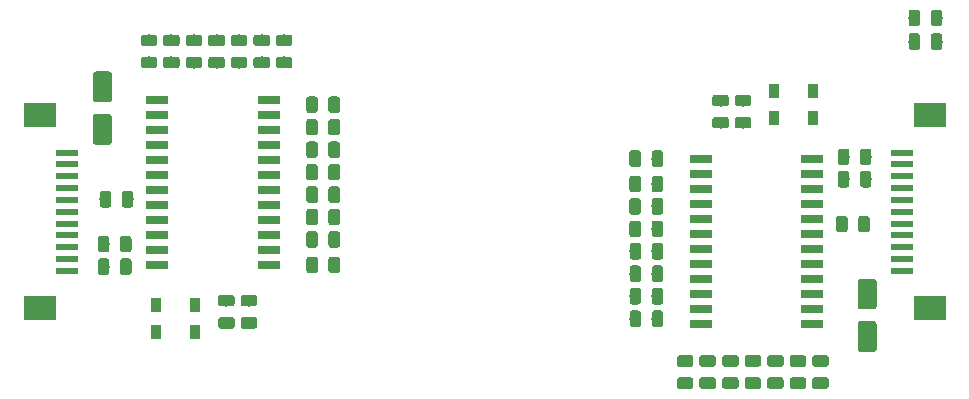
<source format=gbr>
G04 #@! TF.GenerationSoftware,KiCad,Pcbnew,(5.1.4)-1*
G04 #@! TF.CreationDate,2020-03-06T17:17:20+01:00*
G04 #@! TF.ProjectId,asserv_brushless,61737365-7276-45f6-9272-7573686c6573,rev?*
G04 #@! TF.SameCoordinates,Original*
G04 #@! TF.FileFunction,Paste,Top*
G04 #@! TF.FilePolarity,Positive*
%FSLAX46Y46*%
G04 Gerber Fmt 4.6, Leading zero omitted, Abs format (unit mm)*
G04 Created by KiCad (PCBNEW (5.1.4)-1) date 2020-03-06 17:17:20*
%MOMM*%
%LPD*%
G04 APERTURE LIST*
%ADD10C,0.100000*%
%ADD11C,0.975000*%
%ADD12C,1.600000*%
%ADD13R,1.925000X0.700000*%
%ADD14R,2.800000X2.100000*%
%ADD15R,1.900000X0.600000*%
%ADD16R,0.900000X1.200000*%
G04 APERTURE END LIST*
D10*
G36*
X130646742Y-60389774D02*
G01*
X130670403Y-60393284D01*
X130693607Y-60399096D01*
X130716129Y-60407154D01*
X130737753Y-60417382D01*
X130758270Y-60429679D01*
X130777483Y-60443929D01*
X130795207Y-60459993D01*
X130811271Y-60477717D01*
X130825521Y-60496930D01*
X130837818Y-60517447D01*
X130848046Y-60539071D01*
X130856104Y-60561593D01*
X130861916Y-60584797D01*
X130865426Y-60608458D01*
X130866600Y-60632350D01*
X130866600Y-61544850D01*
X130865426Y-61568742D01*
X130861916Y-61592403D01*
X130856104Y-61615607D01*
X130848046Y-61638129D01*
X130837818Y-61659753D01*
X130825521Y-61680270D01*
X130811271Y-61699483D01*
X130795207Y-61717207D01*
X130777483Y-61733271D01*
X130758270Y-61747521D01*
X130737753Y-61759818D01*
X130716129Y-61770046D01*
X130693607Y-61778104D01*
X130670403Y-61783916D01*
X130646742Y-61787426D01*
X130622850Y-61788600D01*
X130135350Y-61788600D01*
X130111458Y-61787426D01*
X130087797Y-61783916D01*
X130064593Y-61778104D01*
X130042071Y-61770046D01*
X130020447Y-61759818D01*
X129999930Y-61747521D01*
X129980717Y-61733271D01*
X129962993Y-61717207D01*
X129946929Y-61699483D01*
X129932679Y-61680270D01*
X129920382Y-61659753D01*
X129910154Y-61638129D01*
X129902096Y-61615607D01*
X129896284Y-61592403D01*
X129892774Y-61568742D01*
X129891600Y-61544850D01*
X129891600Y-60632350D01*
X129892774Y-60608458D01*
X129896284Y-60584797D01*
X129902096Y-60561593D01*
X129910154Y-60539071D01*
X129920382Y-60517447D01*
X129932679Y-60496930D01*
X129946929Y-60477717D01*
X129962993Y-60459993D01*
X129980717Y-60443929D01*
X129999930Y-60429679D01*
X130020447Y-60417382D01*
X130042071Y-60407154D01*
X130064593Y-60399096D01*
X130087797Y-60393284D01*
X130111458Y-60389774D01*
X130135350Y-60388600D01*
X130622850Y-60388600D01*
X130646742Y-60389774D01*
X130646742Y-60389774D01*
G37*
D11*
X130379100Y-61088600D03*
D10*
G36*
X132521742Y-60389774D02*
G01*
X132545403Y-60393284D01*
X132568607Y-60399096D01*
X132591129Y-60407154D01*
X132612753Y-60417382D01*
X132633270Y-60429679D01*
X132652483Y-60443929D01*
X132670207Y-60459993D01*
X132686271Y-60477717D01*
X132700521Y-60496930D01*
X132712818Y-60517447D01*
X132723046Y-60539071D01*
X132731104Y-60561593D01*
X132736916Y-60584797D01*
X132740426Y-60608458D01*
X132741600Y-60632350D01*
X132741600Y-61544850D01*
X132740426Y-61568742D01*
X132736916Y-61592403D01*
X132731104Y-61615607D01*
X132723046Y-61638129D01*
X132712818Y-61659753D01*
X132700521Y-61680270D01*
X132686271Y-61699483D01*
X132670207Y-61717207D01*
X132652483Y-61733271D01*
X132633270Y-61747521D01*
X132612753Y-61759818D01*
X132591129Y-61770046D01*
X132568607Y-61778104D01*
X132545403Y-61783916D01*
X132521742Y-61787426D01*
X132497850Y-61788600D01*
X132010350Y-61788600D01*
X131986458Y-61787426D01*
X131962797Y-61783916D01*
X131939593Y-61778104D01*
X131917071Y-61770046D01*
X131895447Y-61759818D01*
X131874930Y-61747521D01*
X131855717Y-61733271D01*
X131837993Y-61717207D01*
X131821929Y-61699483D01*
X131807679Y-61680270D01*
X131795382Y-61659753D01*
X131785154Y-61638129D01*
X131777096Y-61615607D01*
X131771284Y-61592403D01*
X131767774Y-61568742D01*
X131766600Y-61544850D01*
X131766600Y-60632350D01*
X131767774Y-60608458D01*
X131771284Y-60584797D01*
X131777096Y-60561593D01*
X131785154Y-60539071D01*
X131795382Y-60517447D01*
X131807679Y-60496930D01*
X131821929Y-60477717D01*
X131837993Y-60459993D01*
X131855717Y-60443929D01*
X131874930Y-60429679D01*
X131895447Y-60417382D01*
X131917071Y-60407154D01*
X131939593Y-60399096D01*
X131962797Y-60393284D01*
X131986458Y-60389774D01*
X132010350Y-60388600D01*
X132497850Y-60388600D01*
X132521742Y-60389774D01*
X132521742Y-60389774D01*
G37*
D11*
X132254100Y-61088600D03*
D10*
G36*
X130646742Y-62389774D02*
G01*
X130670403Y-62393284D01*
X130693607Y-62399096D01*
X130716129Y-62407154D01*
X130737753Y-62417382D01*
X130758270Y-62429679D01*
X130777483Y-62443929D01*
X130795207Y-62459993D01*
X130811271Y-62477717D01*
X130825521Y-62496930D01*
X130837818Y-62517447D01*
X130848046Y-62539071D01*
X130856104Y-62561593D01*
X130861916Y-62584797D01*
X130865426Y-62608458D01*
X130866600Y-62632350D01*
X130866600Y-63544850D01*
X130865426Y-63568742D01*
X130861916Y-63592403D01*
X130856104Y-63615607D01*
X130848046Y-63638129D01*
X130837818Y-63659753D01*
X130825521Y-63680270D01*
X130811271Y-63699483D01*
X130795207Y-63717207D01*
X130777483Y-63733271D01*
X130758270Y-63747521D01*
X130737753Y-63759818D01*
X130716129Y-63770046D01*
X130693607Y-63778104D01*
X130670403Y-63783916D01*
X130646742Y-63787426D01*
X130622850Y-63788600D01*
X130135350Y-63788600D01*
X130111458Y-63787426D01*
X130087797Y-63783916D01*
X130064593Y-63778104D01*
X130042071Y-63770046D01*
X130020447Y-63759818D01*
X129999930Y-63747521D01*
X129980717Y-63733271D01*
X129962993Y-63717207D01*
X129946929Y-63699483D01*
X129932679Y-63680270D01*
X129920382Y-63659753D01*
X129910154Y-63638129D01*
X129902096Y-63615607D01*
X129896284Y-63592403D01*
X129892774Y-63568742D01*
X129891600Y-63544850D01*
X129891600Y-62632350D01*
X129892774Y-62608458D01*
X129896284Y-62584797D01*
X129902096Y-62561593D01*
X129910154Y-62539071D01*
X129920382Y-62517447D01*
X129932679Y-62496930D01*
X129946929Y-62477717D01*
X129962993Y-62459993D01*
X129980717Y-62443929D01*
X129999930Y-62429679D01*
X130020447Y-62417382D01*
X130042071Y-62407154D01*
X130064593Y-62399096D01*
X130087797Y-62393284D01*
X130111458Y-62389774D01*
X130135350Y-62388600D01*
X130622850Y-62388600D01*
X130646742Y-62389774D01*
X130646742Y-62389774D01*
G37*
D11*
X130379100Y-63088600D03*
D10*
G36*
X132521742Y-62389774D02*
G01*
X132545403Y-62393284D01*
X132568607Y-62399096D01*
X132591129Y-62407154D01*
X132612753Y-62417382D01*
X132633270Y-62429679D01*
X132652483Y-62443929D01*
X132670207Y-62459993D01*
X132686271Y-62477717D01*
X132700521Y-62496930D01*
X132712818Y-62517447D01*
X132723046Y-62539071D01*
X132731104Y-62561593D01*
X132736916Y-62584797D01*
X132740426Y-62608458D01*
X132741600Y-62632350D01*
X132741600Y-63544850D01*
X132740426Y-63568742D01*
X132736916Y-63592403D01*
X132731104Y-63615607D01*
X132723046Y-63638129D01*
X132712818Y-63659753D01*
X132700521Y-63680270D01*
X132686271Y-63699483D01*
X132670207Y-63717207D01*
X132652483Y-63733271D01*
X132633270Y-63747521D01*
X132612753Y-63759818D01*
X132591129Y-63770046D01*
X132568607Y-63778104D01*
X132545403Y-63783916D01*
X132521742Y-63787426D01*
X132497850Y-63788600D01*
X132010350Y-63788600D01*
X131986458Y-63787426D01*
X131962797Y-63783916D01*
X131939593Y-63778104D01*
X131917071Y-63770046D01*
X131895447Y-63759818D01*
X131874930Y-63747521D01*
X131855717Y-63733271D01*
X131837993Y-63717207D01*
X131821929Y-63699483D01*
X131807679Y-63680270D01*
X131795382Y-63659753D01*
X131785154Y-63638129D01*
X131777096Y-63615607D01*
X131771284Y-63592403D01*
X131767774Y-63568742D01*
X131766600Y-63544850D01*
X131766600Y-62632350D01*
X131767774Y-62608458D01*
X131771284Y-62584797D01*
X131777096Y-62561593D01*
X131785154Y-62539071D01*
X131795382Y-62517447D01*
X131807679Y-62496930D01*
X131821929Y-62477717D01*
X131837993Y-62459993D01*
X131855717Y-62443929D01*
X131874930Y-62429679D01*
X131895447Y-62417382D01*
X131917071Y-62407154D01*
X131939593Y-62399096D01*
X131962797Y-62393284D01*
X131986458Y-62389774D01*
X132010350Y-62388600D01*
X132497850Y-62388600D01*
X132521742Y-62389774D01*
X132521742Y-62389774D01*
G37*
D11*
X132254100Y-63088600D03*
D10*
G36*
X126949504Y-86776204D02*
G01*
X126973773Y-86779804D01*
X126997571Y-86785765D01*
X127020671Y-86794030D01*
X127042849Y-86804520D01*
X127063893Y-86817133D01*
X127083598Y-86831747D01*
X127101777Y-86848223D01*
X127118253Y-86866402D01*
X127132867Y-86886107D01*
X127145480Y-86907151D01*
X127155970Y-86929329D01*
X127164235Y-86952429D01*
X127170196Y-86976227D01*
X127173796Y-87000496D01*
X127175000Y-87025000D01*
X127175000Y-89125000D01*
X127173796Y-89149504D01*
X127170196Y-89173773D01*
X127164235Y-89197571D01*
X127155970Y-89220671D01*
X127145480Y-89242849D01*
X127132867Y-89263893D01*
X127118253Y-89283598D01*
X127101777Y-89301777D01*
X127083598Y-89318253D01*
X127063893Y-89332867D01*
X127042849Y-89345480D01*
X127020671Y-89355970D01*
X126997571Y-89364235D01*
X126973773Y-89370196D01*
X126949504Y-89373796D01*
X126925000Y-89375000D01*
X125825000Y-89375000D01*
X125800496Y-89373796D01*
X125776227Y-89370196D01*
X125752429Y-89364235D01*
X125729329Y-89355970D01*
X125707151Y-89345480D01*
X125686107Y-89332867D01*
X125666402Y-89318253D01*
X125648223Y-89301777D01*
X125631747Y-89283598D01*
X125617133Y-89263893D01*
X125604520Y-89242849D01*
X125594030Y-89220671D01*
X125585765Y-89197571D01*
X125579804Y-89173773D01*
X125576204Y-89149504D01*
X125575000Y-89125000D01*
X125575000Y-87025000D01*
X125576204Y-87000496D01*
X125579804Y-86976227D01*
X125585765Y-86952429D01*
X125594030Y-86929329D01*
X125604520Y-86907151D01*
X125617133Y-86886107D01*
X125631747Y-86866402D01*
X125648223Y-86848223D01*
X125666402Y-86831747D01*
X125686107Y-86817133D01*
X125707151Y-86804520D01*
X125729329Y-86794030D01*
X125752429Y-86785765D01*
X125776227Y-86779804D01*
X125800496Y-86776204D01*
X125825000Y-86775000D01*
X126925000Y-86775000D01*
X126949504Y-86776204D01*
X126949504Y-86776204D01*
G37*
D12*
X126375000Y-88075000D03*
D10*
G36*
X126949504Y-83176204D02*
G01*
X126973773Y-83179804D01*
X126997571Y-83185765D01*
X127020671Y-83194030D01*
X127042849Y-83204520D01*
X127063893Y-83217133D01*
X127083598Y-83231747D01*
X127101777Y-83248223D01*
X127118253Y-83266402D01*
X127132867Y-83286107D01*
X127145480Y-83307151D01*
X127155970Y-83329329D01*
X127164235Y-83352429D01*
X127170196Y-83376227D01*
X127173796Y-83400496D01*
X127175000Y-83425000D01*
X127175000Y-85525000D01*
X127173796Y-85549504D01*
X127170196Y-85573773D01*
X127164235Y-85597571D01*
X127155970Y-85620671D01*
X127145480Y-85642849D01*
X127132867Y-85663893D01*
X127118253Y-85683598D01*
X127101777Y-85701777D01*
X127083598Y-85718253D01*
X127063893Y-85732867D01*
X127042849Y-85745480D01*
X127020671Y-85755970D01*
X126997571Y-85764235D01*
X126973773Y-85770196D01*
X126949504Y-85773796D01*
X126925000Y-85775000D01*
X125825000Y-85775000D01*
X125800496Y-85773796D01*
X125776227Y-85770196D01*
X125752429Y-85764235D01*
X125729329Y-85755970D01*
X125707151Y-85745480D01*
X125686107Y-85732867D01*
X125666402Y-85718253D01*
X125648223Y-85701777D01*
X125631747Y-85683598D01*
X125617133Y-85663893D01*
X125604520Y-85642849D01*
X125594030Y-85620671D01*
X125585765Y-85597571D01*
X125579804Y-85573773D01*
X125576204Y-85549504D01*
X125575000Y-85525000D01*
X125575000Y-83425000D01*
X125576204Y-83400496D01*
X125579804Y-83376227D01*
X125585765Y-83352429D01*
X125594030Y-83329329D01*
X125604520Y-83307151D01*
X125617133Y-83286107D01*
X125631747Y-83266402D01*
X125648223Y-83248223D01*
X125666402Y-83231747D01*
X125686107Y-83217133D01*
X125707151Y-83204520D01*
X125729329Y-83194030D01*
X125752429Y-83185765D01*
X125776227Y-83179804D01*
X125800496Y-83176204D01*
X125825000Y-83175000D01*
X126925000Y-83175000D01*
X126949504Y-83176204D01*
X126949504Y-83176204D01*
G37*
D12*
X126375000Y-84475000D03*
D10*
G36*
X126380142Y-77851174D02*
G01*
X126403803Y-77854684D01*
X126427007Y-77860496D01*
X126449529Y-77868554D01*
X126471153Y-77878782D01*
X126491670Y-77891079D01*
X126510883Y-77905329D01*
X126528607Y-77921393D01*
X126544671Y-77939117D01*
X126558921Y-77958330D01*
X126571218Y-77978847D01*
X126581446Y-78000471D01*
X126589504Y-78022993D01*
X126595316Y-78046197D01*
X126598826Y-78069858D01*
X126600000Y-78093750D01*
X126600000Y-79006250D01*
X126598826Y-79030142D01*
X126595316Y-79053803D01*
X126589504Y-79077007D01*
X126581446Y-79099529D01*
X126571218Y-79121153D01*
X126558921Y-79141670D01*
X126544671Y-79160883D01*
X126528607Y-79178607D01*
X126510883Y-79194671D01*
X126491670Y-79208921D01*
X126471153Y-79221218D01*
X126449529Y-79231446D01*
X126427007Y-79239504D01*
X126403803Y-79245316D01*
X126380142Y-79248826D01*
X126356250Y-79250000D01*
X125868750Y-79250000D01*
X125844858Y-79248826D01*
X125821197Y-79245316D01*
X125797993Y-79239504D01*
X125775471Y-79231446D01*
X125753847Y-79221218D01*
X125733330Y-79208921D01*
X125714117Y-79194671D01*
X125696393Y-79178607D01*
X125680329Y-79160883D01*
X125666079Y-79141670D01*
X125653782Y-79121153D01*
X125643554Y-79099529D01*
X125635496Y-79077007D01*
X125629684Y-79053803D01*
X125626174Y-79030142D01*
X125625000Y-79006250D01*
X125625000Y-78093750D01*
X125626174Y-78069858D01*
X125629684Y-78046197D01*
X125635496Y-78022993D01*
X125643554Y-78000471D01*
X125653782Y-77978847D01*
X125666079Y-77958330D01*
X125680329Y-77939117D01*
X125696393Y-77921393D01*
X125714117Y-77905329D01*
X125733330Y-77891079D01*
X125753847Y-77878782D01*
X125775471Y-77868554D01*
X125797993Y-77860496D01*
X125821197Y-77854684D01*
X125844858Y-77851174D01*
X125868750Y-77850000D01*
X126356250Y-77850000D01*
X126380142Y-77851174D01*
X126380142Y-77851174D01*
G37*
D11*
X126112500Y-78550000D03*
D10*
G36*
X124505142Y-77851174D02*
G01*
X124528803Y-77854684D01*
X124552007Y-77860496D01*
X124574529Y-77868554D01*
X124596153Y-77878782D01*
X124616670Y-77891079D01*
X124635883Y-77905329D01*
X124653607Y-77921393D01*
X124669671Y-77939117D01*
X124683921Y-77958330D01*
X124696218Y-77978847D01*
X124706446Y-78000471D01*
X124714504Y-78022993D01*
X124720316Y-78046197D01*
X124723826Y-78069858D01*
X124725000Y-78093750D01*
X124725000Y-79006250D01*
X124723826Y-79030142D01*
X124720316Y-79053803D01*
X124714504Y-79077007D01*
X124706446Y-79099529D01*
X124696218Y-79121153D01*
X124683921Y-79141670D01*
X124669671Y-79160883D01*
X124653607Y-79178607D01*
X124635883Y-79194671D01*
X124616670Y-79208921D01*
X124596153Y-79221218D01*
X124574529Y-79231446D01*
X124552007Y-79239504D01*
X124528803Y-79245316D01*
X124505142Y-79248826D01*
X124481250Y-79250000D01*
X123993750Y-79250000D01*
X123969858Y-79248826D01*
X123946197Y-79245316D01*
X123922993Y-79239504D01*
X123900471Y-79231446D01*
X123878847Y-79221218D01*
X123858330Y-79208921D01*
X123839117Y-79194671D01*
X123821393Y-79178607D01*
X123805329Y-79160883D01*
X123791079Y-79141670D01*
X123778782Y-79121153D01*
X123768554Y-79099529D01*
X123760496Y-79077007D01*
X123754684Y-79053803D01*
X123751174Y-79030142D01*
X123750000Y-79006250D01*
X123750000Y-78093750D01*
X123751174Y-78069858D01*
X123754684Y-78046197D01*
X123760496Y-78022993D01*
X123768554Y-78000471D01*
X123778782Y-77978847D01*
X123791079Y-77958330D01*
X123805329Y-77939117D01*
X123821393Y-77921393D01*
X123839117Y-77905329D01*
X123858330Y-77891079D01*
X123878847Y-77878782D01*
X123900471Y-77868554D01*
X123922993Y-77860496D01*
X123946197Y-77854684D01*
X123969858Y-77851174D01*
X123993750Y-77850000D01*
X124481250Y-77850000D01*
X124505142Y-77851174D01*
X124505142Y-77851174D01*
G37*
D11*
X124237500Y-78550000D03*
D10*
G36*
X111455142Y-91526174D02*
G01*
X111478803Y-91529684D01*
X111502007Y-91535496D01*
X111524529Y-91543554D01*
X111546153Y-91553782D01*
X111566670Y-91566079D01*
X111585883Y-91580329D01*
X111603607Y-91596393D01*
X111619671Y-91614117D01*
X111633921Y-91633330D01*
X111646218Y-91653847D01*
X111656446Y-91675471D01*
X111664504Y-91697993D01*
X111670316Y-91721197D01*
X111673826Y-91744858D01*
X111675000Y-91768750D01*
X111675000Y-92256250D01*
X111673826Y-92280142D01*
X111670316Y-92303803D01*
X111664504Y-92327007D01*
X111656446Y-92349529D01*
X111646218Y-92371153D01*
X111633921Y-92391670D01*
X111619671Y-92410883D01*
X111603607Y-92428607D01*
X111585883Y-92444671D01*
X111566670Y-92458921D01*
X111546153Y-92471218D01*
X111524529Y-92481446D01*
X111502007Y-92489504D01*
X111478803Y-92495316D01*
X111455142Y-92498826D01*
X111431250Y-92500000D01*
X110518750Y-92500000D01*
X110494858Y-92498826D01*
X110471197Y-92495316D01*
X110447993Y-92489504D01*
X110425471Y-92481446D01*
X110403847Y-92471218D01*
X110383330Y-92458921D01*
X110364117Y-92444671D01*
X110346393Y-92428607D01*
X110330329Y-92410883D01*
X110316079Y-92391670D01*
X110303782Y-92371153D01*
X110293554Y-92349529D01*
X110285496Y-92327007D01*
X110279684Y-92303803D01*
X110276174Y-92280142D01*
X110275000Y-92256250D01*
X110275000Y-91768750D01*
X110276174Y-91744858D01*
X110279684Y-91721197D01*
X110285496Y-91697993D01*
X110293554Y-91675471D01*
X110303782Y-91653847D01*
X110316079Y-91633330D01*
X110330329Y-91614117D01*
X110346393Y-91596393D01*
X110364117Y-91580329D01*
X110383330Y-91566079D01*
X110403847Y-91553782D01*
X110425471Y-91543554D01*
X110447993Y-91535496D01*
X110471197Y-91529684D01*
X110494858Y-91526174D01*
X110518750Y-91525000D01*
X111431250Y-91525000D01*
X111455142Y-91526174D01*
X111455142Y-91526174D01*
G37*
D11*
X110975000Y-92012500D03*
D10*
G36*
X111455142Y-89651174D02*
G01*
X111478803Y-89654684D01*
X111502007Y-89660496D01*
X111524529Y-89668554D01*
X111546153Y-89678782D01*
X111566670Y-89691079D01*
X111585883Y-89705329D01*
X111603607Y-89721393D01*
X111619671Y-89739117D01*
X111633921Y-89758330D01*
X111646218Y-89778847D01*
X111656446Y-89800471D01*
X111664504Y-89822993D01*
X111670316Y-89846197D01*
X111673826Y-89869858D01*
X111675000Y-89893750D01*
X111675000Y-90381250D01*
X111673826Y-90405142D01*
X111670316Y-90428803D01*
X111664504Y-90452007D01*
X111656446Y-90474529D01*
X111646218Y-90496153D01*
X111633921Y-90516670D01*
X111619671Y-90535883D01*
X111603607Y-90553607D01*
X111585883Y-90569671D01*
X111566670Y-90583921D01*
X111546153Y-90596218D01*
X111524529Y-90606446D01*
X111502007Y-90614504D01*
X111478803Y-90620316D01*
X111455142Y-90623826D01*
X111431250Y-90625000D01*
X110518750Y-90625000D01*
X110494858Y-90623826D01*
X110471197Y-90620316D01*
X110447993Y-90614504D01*
X110425471Y-90606446D01*
X110403847Y-90596218D01*
X110383330Y-90583921D01*
X110364117Y-90569671D01*
X110346393Y-90553607D01*
X110330329Y-90535883D01*
X110316079Y-90516670D01*
X110303782Y-90496153D01*
X110293554Y-90474529D01*
X110285496Y-90452007D01*
X110279684Y-90428803D01*
X110276174Y-90405142D01*
X110275000Y-90381250D01*
X110275000Y-89893750D01*
X110276174Y-89869858D01*
X110279684Y-89846197D01*
X110285496Y-89822993D01*
X110293554Y-89800471D01*
X110303782Y-89778847D01*
X110316079Y-89758330D01*
X110330329Y-89739117D01*
X110346393Y-89721393D01*
X110364117Y-89705329D01*
X110383330Y-89691079D01*
X110403847Y-89678782D01*
X110425471Y-89668554D01*
X110447993Y-89660496D01*
X110471197Y-89654684D01*
X110494858Y-89651174D01*
X110518750Y-89650000D01*
X111431250Y-89650000D01*
X111455142Y-89651174D01*
X111455142Y-89651174D01*
G37*
D11*
X110975000Y-90137500D03*
D10*
G36*
X114447942Y-67603174D02*
G01*
X114471603Y-67606684D01*
X114494807Y-67612496D01*
X114517329Y-67620554D01*
X114538953Y-67630782D01*
X114559470Y-67643079D01*
X114578683Y-67657329D01*
X114596407Y-67673393D01*
X114612471Y-67691117D01*
X114626721Y-67710330D01*
X114639018Y-67730847D01*
X114649246Y-67752471D01*
X114657304Y-67774993D01*
X114663116Y-67798197D01*
X114666626Y-67821858D01*
X114667800Y-67845750D01*
X114667800Y-68333250D01*
X114666626Y-68357142D01*
X114663116Y-68380803D01*
X114657304Y-68404007D01*
X114649246Y-68426529D01*
X114639018Y-68448153D01*
X114626721Y-68468670D01*
X114612471Y-68487883D01*
X114596407Y-68505607D01*
X114578683Y-68521671D01*
X114559470Y-68535921D01*
X114538953Y-68548218D01*
X114517329Y-68558446D01*
X114494807Y-68566504D01*
X114471603Y-68572316D01*
X114447942Y-68575826D01*
X114424050Y-68577000D01*
X113511550Y-68577000D01*
X113487658Y-68575826D01*
X113463997Y-68572316D01*
X113440793Y-68566504D01*
X113418271Y-68558446D01*
X113396647Y-68548218D01*
X113376130Y-68535921D01*
X113356917Y-68521671D01*
X113339193Y-68505607D01*
X113323129Y-68487883D01*
X113308879Y-68468670D01*
X113296582Y-68448153D01*
X113286354Y-68426529D01*
X113278296Y-68404007D01*
X113272484Y-68380803D01*
X113268974Y-68357142D01*
X113267800Y-68333250D01*
X113267800Y-67845750D01*
X113268974Y-67821858D01*
X113272484Y-67798197D01*
X113278296Y-67774993D01*
X113286354Y-67752471D01*
X113296582Y-67730847D01*
X113308879Y-67710330D01*
X113323129Y-67691117D01*
X113339193Y-67673393D01*
X113356917Y-67657329D01*
X113376130Y-67643079D01*
X113396647Y-67630782D01*
X113418271Y-67620554D01*
X113440793Y-67612496D01*
X113463997Y-67606684D01*
X113487658Y-67603174D01*
X113511550Y-67602000D01*
X114424050Y-67602000D01*
X114447942Y-67603174D01*
X114447942Y-67603174D01*
G37*
D11*
X113967800Y-68089500D03*
D10*
G36*
X114447942Y-69478174D02*
G01*
X114471603Y-69481684D01*
X114494807Y-69487496D01*
X114517329Y-69495554D01*
X114538953Y-69505782D01*
X114559470Y-69518079D01*
X114578683Y-69532329D01*
X114596407Y-69548393D01*
X114612471Y-69566117D01*
X114626721Y-69585330D01*
X114639018Y-69605847D01*
X114649246Y-69627471D01*
X114657304Y-69649993D01*
X114663116Y-69673197D01*
X114666626Y-69696858D01*
X114667800Y-69720750D01*
X114667800Y-70208250D01*
X114666626Y-70232142D01*
X114663116Y-70255803D01*
X114657304Y-70279007D01*
X114649246Y-70301529D01*
X114639018Y-70323153D01*
X114626721Y-70343670D01*
X114612471Y-70362883D01*
X114596407Y-70380607D01*
X114578683Y-70396671D01*
X114559470Y-70410921D01*
X114538953Y-70423218D01*
X114517329Y-70433446D01*
X114494807Y-70441504D01*
X114471603Y-70447316D01*
X114447942Y-70450826D01*
X114424050Y-70452000D01*
X113511550Y-70452000D01*
X113487658Y-70450826D01*
X113463997Y-70447316D01*
X113440793Y-70441504D01*
X113418271Y-70433446D01*
X113396647Y-70423218D01*
X113376130Y-70410921D01*
X113356917Y-70396671D01*
X113339193Y-70380607D01*
X113323129Y-70362883D01*
X113308879Y-70343670D01*
X113296582Y-70323153D01*
X113286354Y-70301529D01*
X113278296Y-70279007D01*
X113272484Y-70255803D01*
X113268974Y-70232142D01*
X113267800Y-70208250D01*
X113267800Y-69720750D01*
X113268974Y-69696858D01*
X113272484Y-69673197D01*
X113278296Y-69649993D01*
X113286354Y-69627471D01*
X113296582Y-69605847D01*
X113308879Y-69585330D01*
X113323129Y-69566117D01*
X113339193Y-69548393D01*
X113356917Y-69532329D01*
X113376130Y-69518079D01*
X113396647Y-69505782D01*
X113418271Y-69495554D01*
X113440793Y-69487496D01*
X113463997Y-69481684D01*
X113487658Y-69478174D01*
X113511550Y-69477000D01*
X114424050Y-69477000D01*
X114447942Y-69478174D01*
X114447942Y-69478174D01*
G37*
D11*
X113967800Y-69964500D03*
D10*
G36*
X115278742Y-91517374D02*
G01*
X115302403Y-91520884D01*
X115325607Y-91526696D01*
X115348129Y-91534754D01*
X115369753Y-91544982D01*
X115390270Y-91557279D01*
X115409483Y-91571529D01*
X115427207Y-91587593D01*
X115443271Y-91605317D01*
X115457521Y-91624530D01*
X115469818Y-91645047D01*
X115480046Y-91666671D01*
X115488104Y-91689193D01*
X115493916Y-91712397D01*
X115497426Y-91736058D01*
X115498600Y-91759950D01*
X115498600Y-92247450D01*
X115497426Y-92271342D01*
X115493916Y-92295003D01*
X115488104Y-92318207D01*
X115480046Y-92340729D01*
X115469818Y-92362353D01*
X115457521Y-92382870D01*
X115443271Y-92402083D01*
X115427207Y-92419807D01*
X115409483Y-92435871D01*
X115390270Y-92450121D01*
X115369753Y-92462418D01*
X115348129Y-92472646D01*
X115325607Y-92480704D01*
X115302403Y-92486516D01*
X115278742Y-92490026D01*
X115254850Y-92491200D01*
X114342350Y-92491200D01*
X114318458Y-92490026D01*
X114294797Y-92486516D01*
X114271593Y-92480704D01*
X114249071Y-92472646D01*
X114227447Y-92462418D01*
X114206930Y-92450121D01*
X114187717Y-92435871D01*
X114169993Y-92419807D01*
X114153929Y-92402083D01*
X114139679Y-92382870D01*
X114127382Y-92362353D01*
X114117154Y-92340729D01*
X114109096Y-92318207D01*
X114103284Y-92295003D01*
X114099774Y-92271342D01*
X114098600Y-92247450D01*
X114098600Y-91759950D01*
X114099774Y-91736058D01*
X114103284Y-91712397D01*
X114109096Y-91689193D01*
X114117154Y-91666671D01*
X114127382Y-91645047D01*
X114139679Y-91624530D01*
X114153929Y-91605317D01*
X114169993Y-91587593D01*
X114187717Y-91571529D01*
X114206930Y-91557279D01*
X114227447Y-91544982D01*
X114249071Y-91534754D01*
X114271593Y-91526696D01*
X114294797Y-91520884D01*
X114318458Y-91517374D01*
X114342350Y-91516200D01*
X115254850Y-91516200D01*
X115278742Y-91517374D01*
X115278742Y-91517374D01*
G37*
D11*
X114798600Y-92003700D03*
D10*
G36*
X115278742Y-89642374D02*
G01*
X115302403Y-89645884D01*
X115325607Y-89651696D01*
X115348129Y-89659754D01*
X115369753Y-89669982D01*
X115390270Y-89682279D01*
X115409483Y-89696529D01*
X115427207Y-89712593D01*
X115443271Y-89730317D01*
X115457521Y-89749530D01*
X115469818Y-89770047D01*
X115480046Y-89791671D01*
X115488104Y-89814193D01*
X115493916Y-89837397D01*
X115497426Y-89861058D01*
X115498600Y-89884950D01*
X115498600Y-90372450D01*
X115497426Y-90396342D01*
X115493916Y-90420003D01*
X115488104Y-90443207D01*
X115480046Y-90465729D01*
X115469818Y-90487353D01*
X115457521Y-90507870D01*
X115443271Y-90527083D01*
X115427207Y-90544807D01*
X115409483Y-90560871D01*
X115390270Y-90575121D01*
X115369753Y-90587418D01*
X115348129Y-90597646D01*
X115325607Y-90605704D01*
X115302403Y-90611516D01*
X115278742Y-90615026D01*
X115254850Y-90616200D01*
X114342350Y-90616200D01*
X114318458Y-90615026D01*
X114294797Y-90611516D01*
X114271593Y-90605704D01*
X114249071Y-90597646D01*
X114227447Y-90587418D01*
X114206930Y-90575121D01*
X114187717Y-90560871D01*
X114169993Y-90544807D01*
X114153929Y-90527083D01*
X114139679Y-90507870D01*
X114127382Y-90487353D01*
X114117154Y-90465729D01*
X114109096Y-90443207D01*
X114103284Y-90420003D01*
X114099774Y-90396342D01*
X114098600Y-90372450D01*
X114098600Y-89884950D01*
X114099774Y-89861058D01*
X114103284Y-89837397D01*
X114109096Y-89814193D01*
X114117154Y-89791671D01*
X114127382Y-89770047D01*
X114139679Y-89749530D01*
X114153929Y-89730317D01*
X114169993Y-89712593D01*
X114187717Y-89696529D01*
X114206930Y-89682279D01*
X114227447Y-89669982D01*
X114249071Y-89659754D01*
X114271593Y-89651696D01*
X114294797Y-89645884D01*
X114318458Y-89642374D01*
X114342350Y-89641200D01*
X115254850Y-89641200D01*
X115278742Y-89642374D01*
X115278742Y-89642374D01*
G37*
D11*
X114798600Y-90128700D03*
D10*
G36*
X108893542Y-83956374D02*
G01*
X108917203Y-83959884D01*
X108940407Y-83965696D01*
X108962929Y-83973754D01*
X108984553Y-83983982D01*
X109005070Y-83996279D01*
X109024283Y-84010529D01*
X109042007Y-84026593D01*
X109058071Y-84044317D01*
X109072321Y-84063530D01*
X109084618Y-84084047D01*
X109094846Y-84105671D01*
X109102904Y-84128193D01*
X109108716Y-84151397D01*
X109112226Y-84175058D01*
X109113400Y-84198950D01*
X109113400Y-85111450D01*
X109112226Y-85135342D01*
X109108716Y-85159003D01*
X109102904Y-85182207D01*
X109094846Y-85204729D01*
X109084618Y-85226353D01*
X109072321Y-85246870D01*
X109058071Y-85266083D01*
X109042007Y-85283807D01*
X109024283Y-85299871D01*
X109005070Y-85314121D01*
X108984553Y-85326418D01*
X108962929Y-85336646D01*
X108940407Y-85344704D01*
X108917203Y-85350516D01*
X108893542Y-85354026D01*
X108869650Y-85355200D01*
X108382150Y-85355200D01*
X108358258Y-85354026D01*
X108334597Y-85350516D01*
X108311393Y-85344704D01*
X108288871Y-85336646D01*
X108267247Y-85326418D01*
X108246730Y-85314121D01*
X108227517Y-85299871D01*
X108209793Y-85283807D01*
X108193729Y-85266083D01*
X108179479Y-85246870D01*
X108167182Y-85226353D01*
X108156954Y-85204729D01*
X108148896Y-85182207D01*
X108143084Y-85159003D01*
X108139574Y-85135342D01*
X108138400Y-85111450D01*
X108138400Y-84198950D01*
X108139574Y-84175058D01*
X108143084Y-84151397D01*
X108148896Y-84128193D01*
X108156954Y-84105671D01*
X108167182Y-84084047D01*
X108179479Y-84063530D01*
X108193729Y-84044317D01*
X108209793Y-84026593D01*
X108227517Y-84010529D01*
X108246730Y-83996279D01*
X108267247Y-83983982D01*
X108288871Y-83973754D01*
X108311393Y-83965696D01*
X108334597Y-83959884D01*
X108358258Y-83956374D01*
X108382150Y-83955200D01*
X108869650Y-83955200D01*
X108893542Y-83956374D01*
X108893542Y-83956374D01*
G37*
D11*
X108625900Y-84655200D03*
D10*
G36*
X107018542Y-83956374D02*
G01*
X107042203Y-83959884D01*
X107065407Y-83965696D01*
X107087929Y-83973754D01*
X107109553Y-83983982D01*
X107130070Y-83996279D01*
X107149283Y-84010529D01*
X107167007Y-84026593D01*
X107183071Y-84044317D01*
X107197321Y-84063530D01*
X107209618Y-84084047D01*
X107219846Y-84105671D01*
X107227904Y-84128193D01*
X107233716Y-84151397D01*
X107237226Y-84175058D01*
X107238400Y-84198950D01*
X107238400Y-85111450D01*
X107237226Y-85135342D01*
X107233716Y-85159003D01*
X107227904Y-85182207D01*
X107219846Y-85204729D01*
X107209618Y-85226353D01*
X107197321Y-85246870D01*
X107183071Y-85266083D01*
X107167007Y-85283807D01*
X107149283Y-85299871D01*
X107130070Y-85314121D01*
X107109553Y-85326418D01*
X107087929Y-85336646D01*
X107065407Y-85344704D01*
X107042203Y-85350516D01*
X107018542Y-85354026D01*
X106994650Y-85355200D01*
X106507150Y-85355200D01*
X106483258Y-85354026D01*
X106459597Y-85350516D01*
X106436393Y-85344704D01*
X106413871Y-85336646D01*
X106392247Y-85326418D01*
X106371730Y-85314121D01*
X106352517Y-85299871D01*
X106334793Y-85283807D01*
X106318729Y-85266083D01*
X106304479Y-85246870D01*
X106292182Y-85226353D01*
X106281954Y-85204729D01*
X106273896Y-85182207D01*
X106268084Y-85159003D01*
X106264574Y-85135342D01*
X106263400Y-85111450D01*
X106263400Y-84198950D01*
X106264574Y-84175058D01*
X106268084Y-84151397D01*
X106273896Y-84128193D01*
X106281954Y-84105671D01*
X106292182Y-84084047D01*
X106304479Y-84063530D01*
X106318729Y-84044317D01*
X106334793Y-84026593D01*
X106352517Y-84010529D01*
X106371730Y-83996279D01*
X106392247Y-83983982D01*
X106413871Y-83973754D01*
X106436393Y-83965696D01*
X106459597Y-83959884D01*
X106483258Y-83956374D01*
X106507150Y-83955200D01*
X106994650Y-83955200D01*
X107018542Y-83956374D01*
X107018542Y-83956374D01*
G37*
D11*
X106750900Y-84655200D03*
D10*
G36*
X108880142Y-78251174D02*
G01*
X108903803Y-78254684D01*
X108927007Y-78260496D01*
X108949529Y-78268554D01*
X108971153Y-78278782D01*
X108991670Y-78291079D01*
X109010883Y-78305329D01*
X109028607Y-78321393D01*
X109044671Y-78339117D01*
X109058921Y-78358330D01*
X109071218Y-78378847D01*
X109081446Y-78400471D01*
X109089504Y-78422993D01*
X109095316Y-78446197D01*
X109098826Y-78469858D01*
X109100000Y-78493750D01*
X109100000Y-79406250D01*
X109098826Y-79430142D01*
X109095316Y-79453803D01*
X109089504Y-79477007D01*
X109081446Y-79499529D01*
X109071218Y-79521153D01*
X109058921Y-79541670D01*
X109044671Y-79560883D01*
X109028607Y-79578607D01*
X109010883Y-79594671D01*
X108991670Y-79608921D01*
X108971153Y-79621218D01*
X108949529Y-79631446D01*
X108927007Y-79639504D01*
X108903803Y-79645316D01*
X108880142Y-79648826D01*
X108856250Y-79650000D01*
X108368750Y-79650000D01*
X108344858Y-79648826D01*
X108321197Y-79645316D01*
X108297993Y-79639504D01*
X108275471Y-79631446D01*
X108253847Y-79621218D01*
X108233330Y-79608921D01*
X108214117Y-79594671D01*
X108196393Y-79578607D01*
X108180329Y-79560883D01*
X108166079Y-79541670D01*
X108153782Y-79521153D01*
X108143554Y-79499529D01*
X108135496Y-79477007D01*
X108129684Y-79453803D01*
X108126174Y-79430142D01*
X108125000Y-79406250D01*
X108125000Y-78493750D01*
X108126174Y-78469858D01*
X108129684Y-78446197D01*
X108135496Y-78422993D01*
X108143554Y-78400471D01*
X108153782Y-78378847D01*
X108166079Y-78358330D01*
X108180329Y-78339117D01*
X108196393Y-78321393D01*
X108214117Y-78305329D01*
X108233330Y-78291079D01*
X108253847Y-78278782D01*
X108275471Y-78268554D01*
X108297993Y-78260496D01*
X108321197Y-78254684D01*
X108344858Y-78251174D01*
X108368750Y-78250000D01*
X108856250Y-78250000D01*
X108880142Y-78251174D01*
X108880142Y-78251174D01*
G37*
D11*
X108612500Y-78950000D03*
D10*
G36*
X107005142Y-78251174D02*
G01*
X107028803Y-78254684D01*
X107052007Y-78260496D01*
X107074529Y-78268554D01*
X107096153Y-78278782D01*
X107116670Y-78291079D01*
X107135883Y-78305329D01*
X107153607Y-78321393D01*
X107169671Y-78339117D01*
X107183921Y-78358330D01*
X107196218Y-78378847D01*
X107206446Y-78400471D01*
X107214504Y-78422993D01*
X107220316Y-78446197D01*
X107223826Y-78469858D01*
X107225000Y-78493750D01*
X107225000Y-79406250D01*
X107223826Y-79430142D01*
X107220316Y-79453803D01*
X107214504Y-79477007D01*
X107206446Y-79499529D01*
X107196218Y-79521153D01*
X107183921Y-79541670D01*
X107169671Y-79560883D01*
X107153607Y-79578607D01*
X107135883Y-79594671D01*
X107116670Y-79608921D01*
X107096153Y-79621218D01*
X107074529Y-79631446D01*
X107052007Y-79639504D01*
X107028803Y-79645316D01*
X107005142Y-79648826D01*
X106981250Y-79650000D01*
X106493750Y-79650000D01*
X106469858Y-79648826D01*
X106446197Y-79645316D01*
X106422993Y-79639504D01*
X106400471Y-79631446D01*
X106378847Y-79621218D01*
X106358330Y-79608921D01*
X106339117Y-79594671D01*
X106321393Y-79578607D01*
X106305329Y-79560883D01*
X106291079Y-79541670D01*
X106278782Y-79521153D01*
X106268554Y-79499529D01*
X106260496Y-79477007D01*
X106254684Y-79453803D01*
X106251174Y-79430142D01*
X106250000Y-79406250D01*
X106250000Y-78493750D01*
X106251174Y-78469858D01*
X106254684Y-78446197D01*
X106260496Y-78422993D01*
X106268554Y-78400471D01*
X106278782Y-78378847D01*
X106291079Y-78358330D01*
X106305329Y-78339117D01*
X106321393Y-78321393D01*
X106339117Y-78305329D01*
X106358330Y-78291079D01*
X106378847Y-78278782D01*
X106400471Y-78268554D01*
X106422993Y-78260496D01*
X106446197Y-78254684D01*
X106469858Y-78251174D01*
X106493750Y-78250000D01*
X106981250Y-78250000D01*
X107005142Y-78251174D01*
X107005142Y-78251174D01*
G37*
D11*
X106737500Y-78950000D03*
D10*
G36*
X107005142Y-72301174D02*
G01*
X107028803Y-72304684D01*
X107052007Y-72310496D01*
X107074529Y-72318554D01*
X107096153Y-72328782D01*
X107116670Y-72341079D01*
X107135883Y-72355329D01*
X107153607Y-72371393D01*
X107169671Y-72389117D01*
X107183921Y-72408330D01*
X107196218Y-72428847D01*
X107206446Y-72450471D01*
X107214504Y-72472993D01*
X107220316Y-72496197D01*
X107223826Y-72519858D01*
X107225000Y-72543750D01*
X107225000Y-73456250D01*
X107223826Y-73480142D01*
X107220316Y-73503803D01*
X107214504Y-73527007D01*
X107206446Y-73549529D01*
X107196218Y-73571153D01*
X107183921Y-73591670D01*
X107169671Y-73610883D01*
X107153607Y-73628607D01*
X107135883Y-73644671D01*
X107116670Y-73658921D01*
X107096153Y-73671218D01*
X107074529Y-73681446D01*
X107052007Y-73689504D01*
X107028803Y-73695316D01*
X107005142Y-73698826D01*
X106981250Y-73700000D01*
X106493750Y-73700000D01*
X106469858Y-73698826D01*
X106446197Y-73695316D01*
X106422993Y-73689504D01*
X106400471Y-73681446D01*
X106378847Y-73671218D01*
X106358330Y-73658921D01*
X106339117Y-73644671D01*
X106321393Y-73628607D01*
X106305329Y-73610883D01*
X106291079Y-73591670D01*
X106278782Y-73571153D01*
X106268554Y-73549529D01*
X106260496Y-73527007D01*
X106254684Y-73503803D01*
X106251174Y-73480142D01*
X106250000Y-73456250D01*
X106250000Y-72543750D01*
X106251174Y-72519858D01*
X106254684Y-72496197D01*
X106260496Y-72472993D01*
X106268554Y-72450471D01*
X106278782Y-72428847D01*
X106291079Y-72408330D01*
X106305329Y-72389117D01*
X106321393Y-72371393D01*
X106339117Y-72355329D01*
X106358330Y-72341079D01*
X106378847Y-72328782D01*
X106400471Y-72318554D01*
X106422993Y-72310496D01*
X106446197Y-72304684D01*
X106469858Y-72301174D01*
X106493750Y-72300000D01*
X106981250Y-72300000D01*
X107005142Y-72301174D01*
X107005142Y-72301174D01*
G37*
D11*
X106737500Y-73000000D03*
D10*
G36*
X108880142Y-72301174D02*
G01*
X108903803Y-72304684D01*
X108927007Y-72310496D01*
X108949529Y-72318554D01*
X108971153Y-72328782D01*
X108991670Y-72341079D01*
X109010883Y-72355329D01*
X109028607Y-72371393D01*
X109044671Y-72389117D01*
X109058921Y-72408330D01*
X109071218Y-72428847D01*
X109081446Y-72450471D01*
X109089504Y-72472993D01*
X109095316Y-72496197D01*
X109098826Y-72519858D01*
X109100000Y-72543750D01*
X109100000Y-73456250D01*
X109098826Y-73480142D01*
X109095316Y-73503803D01*
X109089504Y-73527007D01*
X109081446Y-73549529D01*
X109071218Y-73571153D01*
X109058921Y-73591670D01*
X109044671Y-73610883D01*
X109028607Y-73628607D01*
X109010883Y-73644671D01*
X108991670Y-73658921D01*
X108971153Y-73671218D01*
X108949529Y-73681446D01*
X108927007Y-73689504D01*
X108903803Y-73695316D01*
X108880142Y-73698826D01*
X108856250Y-73700000D01*
X108368750Y-73700000D01*
X108344858Y-73698826D01*
X108321197Y-73695316D01*
X108297993Y-73689504D01*
X108275471Y-73681446D01*
X108253847Y-73671218D01*
X108233330Y-73658921D01*
X108214117Y-73644671D01*
X108196393Y-73628607D01*
X108180329Y-73610883D01*
X108166079Y-73591670D01*
X108153782Y-73571153D01*
X108143554Y-73549529D01*
X108135496Y-73527007D01*
X108129684Y-73503803D01*
X108126174Y-73480142D01*
X108125000Y-73456250D01*
X108125000Y-72543750D01*
X108126174Y-72519858D01*
X108129684Y-72496197D01*
X108135496Y-72472993D01*
X108143554Y-72450471D01*
X108153782Y-72428847D01*
X108166079Y-72408330D01*
X108180329Y-72389117D01*
X108196393Y-72371393D01*
X108214117Y-72355329D01*
X108233330Y-72341079D01*
X108253847Y-72328782D01*
X108275471Y-72318554D01*
X108297993Y-72310496D01*
X108321197Y-72304684D01*
X108344858Y-72301174D01*
X108368750Y-72300000D01*
X108856250Y-72300000D01*
X108880142Y-72301174D01*
X108880142Y-72301174D01*
G37*
D11*
X108612500Y-73000000D03*
D10*
G36*
X107005142Y-74451174D02*
G01*
X107028803Y-74454684D01*
X107052007Y-74460496D01*
X107074529Y-74468554D01*
X107096153Y-74478782D01*
X107116670Y-74491079D01*
X107135883Y-74505329D01*
X107153607Y-74521393D01*
X107169671Y-74539117D01*
X107183921Y-74558330D01*
X107196218Y-74578847D01*
X107206446Y-74600471D01*
X107214504Y-74622993D01*
X107220316Y-74646197D01*
X107223826Y-74669858D01*
X107225000Y-74693750D01*
X107225000Y-75606250D01*
X107223826Y-75630142D01*
X107220316Y-75653803D01*
X107214504Y-75677007D01*
X107206446Y-75699529D01*
X107196218Y-75721153D01*
X107183921Y-75741670D01*
X107169671Y-75760883D01*
X107153607Y-75778607D01*
X107135883Y-75794671D01*
X107116670Y-75808921D01*
X107096153Y-75821218D01*
X107074529Y-75831446D01*
X107052007Y-75839504D01*
X107028803Y-75845316D01*
X107005142Y-75848826D01*
X106981250Y-75850000D01*
X106493750Y-75850000D01*
X106469858Y-75848826D01*
X106446197Y-75845316D01*
X106422993Y-75839504D01*
X106400471Y-75831446D01*
X106378847Y-75821218D01*
X106358330Y-75808921D01*
X106339117Y-75794671D01*
X106321393Y-75778607D01*
X106305329Y-75760883D01*
X106291079Y-75741670D01*
X106278782Y-75721153D01*
X106268554Y-75699529D01*
X106260496Y-75677007D01*
X106254684Y-75653803D01*
X106251174Y-75630142D01*
X106250000Y-75606250D01*
X106250000Y-74693750D01*
X106251174Y-74669858D01*
X106254684Y-74646197D01*
X106260496Y-74622993D01*
X106268554Y-74600471D01*
X106278782Y-74578847D01*
X106291079Y-74558330D01*
X106305329Y-74539117D01*
X106321393Y-74521393D01*
X106339117Y-74505329D01*
X106358330Y-74491079D01*
X106378847Y-74478782D01*
X106400471Y-74468554D01*
X106422993Y-74460496D01*
X106446197Y-74454684D01*
X106469858Y-74451174D01*
X106493750Y-74450000D01*
X106981250Y-74450000D01*
X107005142Y-74451174D01*
X107005142Y-74451174D01*
G37*
D11*
X106737500Y-75150000D03*
D10*
G36*
X108880142Y-74451174D02*
G01*
X108903803Y-74454684D01*
X108927007Y-74460496D01*
X108949529Y-74468554D01*
X108971153Y-74478782D01*
X108991670Y-74491079D01*
X109010883Y-74505329D01*
X109028607Y-74521393D01*
X109044671Y-74539117D01*
X109058921Y-74558330D01*
X109071218Y-74578847D01*
X109081446Y-74600471D01*
X109089504Y-74622993D01*
X109095316Y-74646197D01*
X109098826Y-74669858D01*
X109100000Y-74693750D01*
X109100000Y-75606250D01*
X109098826Y-75630142D01*
X109095316Y-75653803D01*
X109089504Y-75677007D01*
X109081446Y-75699529D01*
X109071218Y-75721153D01*
X109058921Y-75741670D01*
X109044671Y-75760883D01*
X109028607Y-75778607D01*
X109010883Y-75794671D01*
X108991670Y-75808921D01*
X108971153Y-75821218D01*
X108949529Y-75831446D01*
X108927007Y-75839504D01*
X108903803Y-75845316D01*
X108880142Y-75848826D01*
X108856250Y-75850000D01*
X108368750Y-75850000D01*
X108344858Y-75848826D01*
X108321197Y-75845316D01*
X108297993Y-75839504D01*
X108275471Y-75831446D01*
X108253847Y-75821218D01*
X108233330Y-75808921D01*
X108214117Y-75794671D01*
X108196393Y-75778607D01*
X108180329Y-75760883D01*
X108166079Y-75741670D01*
X108153782Y-75721153D01*
X108143554Y-75699529D01*
X108135496Y-75677007D01*
X108129684Y-75653803D01*
X108126174Y-75630142D01*
X108125000Y-75606250D01*
X108125000Y-74693750D01*
X108126174Y-74669858D01*
X108129684Y-74646197D01*
X108135496Y-74622993D01*
X108143554Y-74600471D01*
X108153782Y-74578847D01*
X108166079Y-74558330D01*
X108180329Y-74539117D01*
X108196393Y-74521393D01*
X108214117Y-74505329D01*
X108233330Y-74491079D01*
X108253847Y-74478782D01*
X108275471Y-74468554D01*
X108297993Y-74460496D01*
X108321197Y-74454684D01*
X108344858Y-74451174D01*
X108368750Y-74450000D01*
X108856250Y-74450000D01*
X108880142Y-74451174D01*
X108880142Y-74451174D01*
G37*
D11*
X108612500Y-75150000D03*
D10*
G36*
X119088742Y-89642374D02*
G01*
X119112403Y-89645884D01*
X119135607Y-89651696D01*
X119158129Y-89659754D01*
X119179753Y-89669982D01*
X119200270Y-89682279D01*
X119219483Y-89696529D01*
X119237207Y-89712593D01*
X119253271Y-89730317D01*
X119267521Y-89749530D01*
X119279818Y-89770047D01*
X119290046Y-89791671D01*
X119298104Y-89814193D01*
X119303916Y-89837397D01*
X119307426Y-89861058D01*
X119308600Y-89884950D01*
X119308600Y-90372450D01*
X119307426Y-90396342D01*
X119303916Y-90420003D01*
X119298104Y-90443207D01*
X119290046Y-90465729D01*
X119279818Y-90487353D01*
X119267521Y-90507870D01*
X119253271Y-90527083D01*
X119237207Y-90544807D01*
X119219483Y-90560871D01*
X119200270Y-90575121D01*
X119179753Y-90587418D01*
X119158129Y-90597646D01*
X119135607Y-90605704D01*
X119112403Y-90611516D01*
X119088742Y-90615026D01*
X119064850Y-90616200D01*
X118152350Y-90616200D01*
X118128458Y-90615026D01*
X118104797Y-90611516D01*
X118081593Y-90605704D01*
X118059071Y-90597646D01*
X118037447Y-90587418D01*
X118016930Y-90575121D01*
X117997717Y-90560871D01*
X117979993Y-90544807D01*
X117963929Y-90527083D01*
X117949679Y-90507870D01*
X117937382Y-90487353D01*
X117927154Y-90465729D01*
X117919096Y-90443207D01*
X117913284Y-90420003D01*
X117909774Y-90396342D01*
X117908600Y-90372450D01*
X117908600Y-89884950D01*
X117909774Y-89861058D01*
X117913284Y-89837397D01*
X117919096Y-89814193D01*
X117927154Y-89791671D01*
X117937382Y-89770047D01*
X117949679Y-89749530D01*
X117963929Y-89730317D01*
X117979993Y-89712593D01*
X117997717Y-89696529D01*
X118016930Y-89682279D01*
X118037447Y-89669982D01*
X118059071Y-89659754D01*
X118081593Y-89651696D01*
X118104797Y-89645884D01*
X118128458Y-89642374D01*
X118152350Y-89641200D01*
X119064850Y-89641200D01*
X119088742Y-89642374D01*
X119088742Y-89642374D01*
G37*
D11*
X118608600Y-90128700D03*
D10*
G36*
X119088742Y-91517374D02*
G01*
X119112403Y-91520884D01*
X119135607Y-91526696D01*
X119158129Y-91534754D01*
X119179753Y-91544982D01*
X119200270Y-91557279D01*
X119219483Y-91571529D01*
X119237207Y-91587593D01*
X119253271Y-91605317D01*
X119267521Y-91624530D01*
X119279818Y-91645047D01*
X119290046Y-91666671D01*
X119298104Y-91689193D01*
X119303916Y-91712397D01*
X119307426Y-91736058D01*
X119308600Y-91759950D01*
X119308600Y-92247450D01*
X119307426Y-92271342D01*
X119303916Y-92295003D01*
X119298104Y-92318207D01*
X119290046Y-92340729D01*
X119279818Y-92362353D01*
X119267521Y-92382870D01*
X119253271Y-92402083D01*
X119237207Y-92419807D01*
X119219483Y-92435871D01*
X119200270Y-92450121D01*
X119179753Y-92462418D01*
X119158129Y-92472646D01*
X119135607Y-92480704D01*
X119112403Y-92486516D01*
X119088742Y-92490026D01*
X119064850Y-92491200D01*
X118152350Y-92491200D01*
X118128458Y-92490026D01*
X118104797Y-92486516D01*
X118081593Y-92480704D01*
X118059071Y-92472646D01*
X118037447Y-92462418D01*
X118016930Y-92450121D01*
X117997717Y-92435871D01*
X117979993Y-92419807D01*
X117963929Y-92402083D01*
X117949679Y-92382870D01*
X117937382Y-92362353D01*
X117927154Y-92340729D01*
X117919096Y-92318207D01*
X117913284Y-92295003D01*
X117909774Y-92271342D01*
X117908600Y-92247450D01*
X117908600Y-91759950D01*
X117909774Y-91736058D01*
X117913284Y-91712397D01*
X117919096Y-91689193D01*
X117927154Y-91666671D01*
X117937382Y-91645047D01*
X117949679Y-91624530D01*
X117963929Y-91605317D01*
X117979993Y-91587593D01*
X117997717Y-91571529D01*
X118016930Y-91557279D01*
X118037447Y-91544982D01*
X118059071Y-91534754D01*
X118081593Y-91526696D01*
X118104797Y-91520884D01*
X118128458Y-91517374D01*
X118152350Y-91516200D01*
X119064850Y-91516200D01*
X119088742Y-91517374D01*
X119088742Y-91517374D01*
G37*
D11*
X118608600Y-92003700D03*
D10*
G36*
X113355142Y-89651174D02*
G01*
X113378803Y-89654684D01*
X113402007Y-89660496D01*
X113424529Y-89668554D01*
X113446153Y-89678782D01*
X113466670Y-89691079D01*
X113485883Y-89705329D01*
X113503607Y-89721393D01*
X113519671Y-89739117D01*
X113533921Y-89758330D01*
X113546218Y-89778847D01*
X113556446Y-89800471D01*
X113564504Y-89822993D01*
X113570316Y-89846197D01*
X113573826Y-89869858D01*
X113575000Y-89893750D01*
X113575000Y-90381250D01*
X113573826Y-90405142D01*
X113570316Y-90428803D01*
X113564504Y-90452007D01*
X113556446Y-90474529D01*
X113546218Y-90496153D01*
X113533921Y-90516670D01*
X113519671Y-90535883D01*
X113503607Y-90553607D01*
X113485883Y-90569671D01*
X113466670Y-90583921D01*
X113446153Y-90596218D01*
X113424529Y-90606446D01*
X113402007Y-90614504D01*
X113378803Y-90620316D01*
X113355142Y-90623826D01*
X113331250Y-90625000D01*
X112418750Y-90625000D01*
X112394858Y-90623826D01*
X112371197Y-90620316D01*
X112347993Y-90614504D01*
X112325471Y-90606446D01*
X112303847Y-90596218D01*
X112283330Y-90583921D01*
X112264117Y-90569671D01*
X112246393Y-90553607D01*
X112230329Y-90535883D01*
X112216079Y-90516670D01*
X112203782Y-90496153D01*
X112193554Y-90474529D01*
X112185496Y-90452007D01*
X112179684Y-90428803D01*
X112176174Y-90405142D01*
X112175000Y-90381250D01*
X112175000Y-89893750D01*
X112176174Y-89869858D01*
X112179684Y-89846197D01*
X112185496Y-89822993D01*
X112193554Y-89800471D01*
X112203782Y-89778847D01*
X112216079Y-89758330D01*
X112230329Y-89739117D01*
X112246393Y-89721393D01*
X112264117Y-89705329D01*
X112283330Y-89691079D01*
X112303847Y-89678782D01*
X112325471Y-89668554D01*
X112347993Y-89660496D01*
X112371197Y-89654684D01*
X112394858Y-89651174D01*
X112418750Y-89650000D01*
X113331250Y-89650000D01*
X113355142Y-89651174D01*
X113355142Y-89651174D01*
G37*
D11*
X112875000Y-90137500D03*
D10*
G36*
X113355142Y-91526174D02*
G01*
X113378803Y-91529684D01*
X113402007Y-91535496D01*
X113424529Y-91543554D01*
X113446153Y-91553782D01*
X113466670Y-91566079D01*
X113485883Y-91580329D01*
X113503607Y-91596393D01*
X113519671Y-91614117D01*
X113533921Y-91633330D01*
X113546218Y-91653847D01*
X113556446Y-91675471D01*
X113564504Y-91697993D01*
X113570316Y-91721197D01*
X113573826Y-91744858D01*
X113575000Y-91768750D01*
X113575000Y-92256250D01*
X113573826Y-92280142D01*
X113570316Y-92303803D01*
X113564504Y-92327007D01*
X113556446Y-92349529D01*
X113546218Y-92371153D01*
X113533921Y-92391670D01*
X113519671Y-92410883D01*
X113503607Y-92428607D01*
X113485883Y-92444671D01*
X113466670Y-92458921D01*
X113446153Y-92471218D01*
X113424529Y-92481446D01*
X113402007Y-92489504D01*
X113378803Y-92495316D01*
X113355142Y-92498826D01*
X113331250Y-92500000D01*
X112418750Y-92500000D01*
X112394858Y-92498826D01*
X112371197Y-92495316D01*
X112347993Y-92489504D01*
X112325471Y-92481446D01*
X112303847Y-92471218D01*
X112283330Y-92458921D01*
X112264117Y-92444671D01*
X112246393Y-92428607D01*
X112230329Y-92410883D01*
X112216079Y-92391670D01*
X112203782Y-92371153D01*
X112193554Y-92349529D01*
X112185496Y-92327007D01*
X112179684Y-92303803D01*
X112176174Y-92280142D01*
X112175000Y-92256250D01*
X112175000Y-91768750D01*
X112176174Y-91744858D01*
X112179684Y-91721197D01*
X112185496Y-91697993D01*
X112193554Y-91675471D01*
X112203782Y-91653847D01*
X112216079Y-91633330D01*
X112230329Y-91614117D01*
X112246393Y-91596393D01*
X112264117Y-91580329D01*
X112283330Y-91566079D01*
X112303847Y-91553782D01*
X112325471Y-91543554D01*
X112347993Y-91535496D01*
X112371197Y-91529684D01*
X112394858Y-91526174D01*
X112418750Y-91525000D01*
X113331250Y-91525000D01*
X113355142Y-91526174D01*
X113355142Y-91526174D01*
G37*
D11*
X112875000Y-92012500D03*
D13*
X112288000Y-73015000D03*
X112288000Y-74285000D03*
X112288000Y-75555000D03*
X112288000Y-76825000D03*
X112288000Y-78095000D03*
X112288000Y-79365000D03*
X112288000Y-80635000D03*
X112288000Y-81905000D03*
X112288000Y-83175000D03*
X112288000Y-84445000D03*
X112288000Y-85715000D03*
X112288000Y-86985000D03*
X121712000Y-86985000D03*
X121712000Y-85715000D03*
X121712000Y-84445000D03*
X121712000Y-83175000D03*
X121712000Y-81905000D03*
X121712000Y-80635000D03*
X121712000Y-79365000D03*
X121712000Y-78095000D03*
X121712000Y-76825000D03*
X121712000Y-75555000D03*
X121712000Y-74285000D03*
X121712000Y-73015000D03*
D14*
X131682000Y-69350000D03*
X131682000Y-85650000D03*
D15*
X129332000Y-72500000D03*
X129332000Y-73500000D03*
X129332000Y-74500000D03*
X129332000Y-75500000D03*
X129332000Y-76500000D03*
X129332000Y-77500000D03*
X129332000Y-78500000D03*
X129332000Y-79500000D03*
X129332000Y-80500000D03*
X129332000Y-81500000D03*
X129332000Y-82500000D03*
D10*
G36*
X126530142Y-72151174D02*
G01*
X126553803Y-72154684D01*
X126577007Y-72160496D01*
X126599529Y-72168554D01*
X126621153Y-72178782D01*
X126641670Y-72191079D01*
X126660883Y-72205329D01*
X126678607Y-72221393D01*
X126694671Y-72239117D01*
X126708921Y-72258330D01*
X126721218Y-72278847D01*
X126731446Y-72300471D01*
X126739504Y-72322993D01*
X126745316Y-72346197D01*
X126748826Y-72369858D01*
X126750000Y-72393750D01*
X126750000Y-73306250D01*
X126748826Y-73330142D01*
X126745316Y-73353803D01*
X126739504Y-73377007D01*
X126731446Y-73399529D01*
X126721218Y-73421153D01*
X126708921Y-73441670D01*
X126694671Y-73460883D01*
X126678607Y-73478607D01*
X126660883Y-73494671D01*
X126641670Y-73508921D01*
X126621153Y-73521218D01*
X126599529Y-73531446D01*
X126577007Y-73539504D01*
X126553803Y-73545316D01*
X126530142Y-73548826D01*
X126506250Y-73550000D01*
X126018750Y-73550000D01*
X125994858Y-73548826D01*
X125971197Y-73545316D01*
X125947993Y-73539504D01*
X125925471Y-73531446D01*
X125903847Y-73521218D01*
X125883330Y-73508921D01*
X125864117Y-73494671D01*
X125846393Y-73478607D01*
X125830329Y-73460883D01*
X125816079Y-73441670D01*
X125803782Y-73421153D01*
X125793554Y-73399529D01*
X125785496Y-73377007D01*
X125779684Y-73353803D01*
X125776174Y-73330142D01*
X125775000Y-73306250D01*
X125775000Y-72393750D01*
X125776174Y-72369858D01*
X125779684Y-72346197D01*
X125785496Y-72322993D01*
X125793554Y-72300471D01*
X125803782Y-72278847D01*
X125816079Y-72258330D01*
X125830329Y-72239117D01*
X125846393Y-72221393D01*
X125864117Y-72205329D01*
X125883330Y-72191079D01*
X125903847Y-72178782D01*
X125925471Y-72168554D01*
X125947993Y-72160496D01*
X125971197Y-72154684D01*
X125994858Y-72151174D01*
X126018750Y-72150000D01*
X126506250Y-72150000D01*
X126530142Y-72151174D01*
X126530142Y-72151174D01*
G37*
D11*
X126262500Y-72850000D03*
D10*
G36*
X124655142Y-72151174D02*
G01*
X124678803Y-72154684D01*
X124702007Y-72160496D01*
X124724529Y-72168554D01*
X124746153Y-72178782D01*
X124766670Y-72191079D01*
X124785883Y-72205329D01*
X124803607Y-72221393D01*
X124819671Y-72239117D01*
X124833921Y-72258330D01*
X124846218Y-72278847D01*
X124856446Y-72300471D01*
X124864504Y-72322993D01*
X124870316Y-72346197D01*
X124873826Y-72369858D01*
X124875000Y-72393750D01*
X124875000Y-73306250D01*
X124873826Y-73330142D01*
X124870316Y-73353803D01*
X124864504Y-73377007D01*
X124856446Y-73399529D01*
X124846218Y-73421153D01*
X124833921Y-73441670D01*
X124819671Y-73460883D01*
X124803607Y-73478607D01*
X124785883Y-73494671D01*
X124766670Y-73508921D01*
X124746153Y-73521218D01*
X124724529Y-73531446D01*
X124702007Y-73539504D01*
X124678803Y-73545316D01*
X124655142Y-73548826D01*
X124631250Y-73550000D01*
X124143750Y-73550000D01*
X124119858Y-73548826D01*
X124096197Y-73545316D01*
X124072993Y-73539504D01*
X124050471Y-73531446D01*
X124028847Y-73521218D01*
X124008330Y-73508921D01*
X123989117Y-73494671D01*
X123971393Y-73478607D01*
X123955329Y-73460883D01*
X123941079Y-73441670D01*
X123928782Y-73421153D01*
X123918554Y-73399529D01*
X123910496Y-73377007D01*
X123904684Y-73353803D01*
X123901174Y-73330142D01*
X123900000Y-73306250D01*
X123900000Y-72393750D01*
X123901174Y-72369858D01*
X123904684Y-72346197D01*
X123910496Y-72322993D01*
X123918554Y-72300471D01*
X123928782Y-72278847D01*
X123941079Y-72258330D01*
X123955329Y-72239117D01*
X123971393Y-72221393D01*
X123989117Y-72205329D01*
X124008330Y-72191079D01*
X124028847Y-72178782D01*
X124050471Y-72168554D01*
X124072993Y-72160496D01*
X124096197Y-72154684D01*
X124119858Y-72151174D01*
X124143750Y-72150000D01*
X124631250Y-72150000D01*
X124655142Y-72151174D01*
X124655142Y-72151174D01*
G37*
D11*
X124387500Y-72850000D03*
D10*
G36*
X126530142Y-74051174D02*
G01*
X126553803Y-74054684D01*
X126577007Y-74060496D01*
X126599529Y-74068554D01*
X126621153Y-74078782D01*
X126641670Y-74091079D01*
X126660883Y-74105329D01*
X126678607Y-74121393D01*
X126694671Y-74139117D01*
X126708921Y-74158330D01*
X126721218Y-74178847D01*
X126731446Y-74200471D01*
X126739504Y-74222993D01*
X126745316Y-74246197D01*
X126748826Y-74269858D01*
X126750000Y-74293750D01*
X126750000Y-75206250D01*
X126748826Y-75230142D01*
X126745316Y-75253803D01*
X126739504Y-75277007D01*
X126731446Y-75299529D01*
X126721218Y-75321153D01*
X126708921Y-75341670D01*
X126694671Y-75360883D01*
X126678607Y-75378607D01*
X126660883Y-75394671D01*
X126641670Y-75408921D01*
X126621153Y-75421218D01*
X126599529Y-75431446D01*
X126577007Y-75439504D01*
X126553803Y-75445316D01*
X126530142Y-75448826D01*
X126506250Y-75450000D01*
X126018750Y-75450000D01*
X125994858Y-75448826D01*
X125971197Y-75445316D01*
X125947993Y-75439504D01*
X125925471Y-75431446D01*
X125903847Y-75421218D01*
X125883330Y-75408921D01*
X125864117Y-75394671D01*
X125846393Y-75378607D01*
X125830329Y-75360883D01*
X125816079Y-75341670D01*
X125803782Y-75321153D01*
X125793554Y-75299529D01*
X125785496Y-75277007D01*
X125779684Y-75253803D01*
X125776174Y-75230142D01*
X125775000Y-75206250D01*
X125775000Y-74293750D01*
X125776174Y-74269858D01*
X125779684Y-74246197D01*
X125785496Y-74222993D01*
X125793554Y-74200471D01*
X125803782Y-74178847D01*
X125816079Y-74158330D01*
X125830329Y-74139117D01*
X125846393Y-74121393D01*
X125864117Y-74105329D01*
X125883330Y-74091079D01*
X125903847Y-74078782D01*
X125925471Y-74068554D01*
X125947993Y-74060496D01*
X125971197Y-74054684D01*
X125994858Y-74051174D01*
X126018750Y-74050000D01*
X126506250Y-74050000D01*
X126530142Y-74051174D01*
X126530142Y-74051174D01*
G37*
D11*
X126262500Y-74750000D03*
D10*
G36*
X124655142Y-74051174D02*
G01*
X124678803Y-74054684D01*
X124702007Y-74060496D01*
X124724529Y-74068554D01*
X124746153Y-74078782D01*
X124766670Y-74091079D01*
X124785883Y-74105329D01*
X124803607Y-74121393D01*
X124819671Y-74139117D01*
X124833921Y-74158330D01*
X124846218Y-74178847D01*
X124856446Y-74200471D01*
X124864504Y-74222993D01*
X124870316Y-74246197D01*
X124873826Y-74269858D01*
X124875000Y-74293750D01*
X124875000Y-75206250D01*
X124873826Y-75230142D01*
X124870316Y-75253803D01*
X124864504Y-75277007D01*
X124856446Y-75299529D01*
X124846218Y-75321153D01*
X124833921Y-75341670D01*
X124819671Y-75360883D01*
X124803607Y-75378607D01*
X124785883Y-75394671D01*
X124766670Y-75408921D01*
X124746153Y-75421218D01*
X124724529Y-75431446D01*
X124702007Y-75439504D01*
X124678803Y-75445316D01*
X124655142Y-75448826D01*
X124631250Y-75450000D01*
X124143750Y-75450000D01*
X124119858Y-75448826D01*
X124096197Y-75445316D01*
X124072993Y-75439504D01*
X124050471Y-75431446D01*
X124028847Y-75421218D01*
X124008330Y-75408921D01*
X123989117Y-75394671D01*
X123971393Y-75378607D01*
X123955329Y-75360883D01*
X123941079Y-75341670D01*
X123928782Y-75321153D01*
X123918554Y-75299529D01*
X123910496Y-75277007D01*
X123904684Y-75253803D01*
X123901174Y-75230142D01*
X123900000Y-75206250D01*
X123900000Y-74293750D01*
X123901174Y-74269858D01*
X123904684Y-74246197D01*
X123910496Y-74222993D01*
X123918554Y-74200471D01*
X123928782Y-74178847D01*
X123941079Y-74158330D01*
X123955329Y-74139117D01*
X123971393Y-74121393D01*
X123989117Y-74105329D01*
X124008330Y-74091079D01*
X124028847Y-74078782D01*
X124050471Y-74068554D01*
X124072993Y-74060496D01*
X124096197Y-74054684D01*
X124119858Y-74051174D01*
X124143750Y-74050000D01*
X124631250Y-74050000D01*
X124655142Y-74051174D01*
X124655142Y-74051174D01*
G37*
D11*
X124387500Y-74750000D03*
D10*
G36*
X116352942Y-69478174D02*
G01*
X116376603Y-69481684D01*
X116399807Y-69487496D01*
X116422329Y-69495554D01*
X116443953Y-69505782D01*
X116464470Y-69518079D01*
X116483683Y-69532329D01*
X116501407Y-69548393D01*
X116517471Y-69566117D01*
X116531721Y-69585330D01*
X116544018Y-69605847D01*
X116554246Y-69627471D01*
X116562304Y-69649993D01*
X116568116Y-69673197D01*
X116571626Y-69696858D01*
X116572800Y-69720750D01*
X116572800Y-70208250D01*
X116571626Y-70232142D01*
X116568116Y-70255803D01*
X116562304Y-70279007D01*
X116554246Y-70301529D01*
X116544018Y-70323153D01*
X116531721Y-70343670D01*
X116517471Y-70362883D01*
X116501407Y-70380607D01*
X116483683Y-70396671D01*
X116464470Y-70410921D01*
X116443953Y-70423218D01*
X116422329Y-70433446D01*
X116399807Y-70441504D01*
X116376603Y-70447316D01*
X116352942Y-70450826D01*
X116329050Y-70452000D01*
X115416550Y-70452000D01*
X115392658Y-70450826D01*
X115368997Y-70447316D01*
X115345793Y-70441504D01*
X115323271Y-70433446D01*
X115301647Y-70423218D01*
X115281130Y-70410921D01*
X115261917Y-70396671D01*
X115244193Y-70380607D01*
X115228129Y-70362883D01*
X115213879Y-70343670D01*
X115201582Y-70323153D01*
X115191354Y-70301529D01*
X115183296Y-70279007D01*
X115177484Y-70255803D01*
X115173974Y-70232142D01*
X115172800Y-70208250D01*
X115172800Y-69720750D01*
X115173974Y-69696858D01*
X115177484Y-69673197D01*
X115183296Y-69649993D01*
X115191354Y-69627471D01*
X115201582Y-69605847D01*
X115213879Y-69585330D01*
X115228129Y-69566117D01*
X115244193Y-69548393D01*
X115261917Y-69532329D01*
X115281130Y-69518079D01*
X115301647Y-69505782D01*
X115323271Y-69495554D01*
X115345793Y-69487496D01*
X115368997Y-69481684D01*
X115392658Y-69478174D01*
X115416550Y-69477000D01*
X116329050Y-69477000D01*
X116352942Y-69478174D01*
X116352942Y-69478174D01*
G37*
D11*
X115872800Y-69964500D03*
D10*
G36*
X116352942Y-67603174D02*
G01*
X116376603Y-67606684D01*
X116399807Y-67612496D01*
X116422329Y-67620554D01*
X116443953Y-67630782D01*
X116464470Y-67643079D01*
X116483683Y-67657329D01*
X116501407Y-67673393D01*
X116517471Y-67691117D01*
X116531721Y-67710330D01*
X116544018Y-67730847D01*
X116554246Y-67752471D01*
X116562304Y-67774993D01*
X116568116Y-67798197D01*
X116571626Y-67821858D01*
X116572800Y-67845750D01*
X116572800Y-68333250D01*
X116571626Y-68357142D01*
X116568116Y-68380803D01*
X116562304Y-68404007D01*
X116554246Y-68426529D01*
X116544018Y-68448153D01*
X116531721Y-68468670D01*
X116517471Y-68487883D01*
X116501407Y-68505607D01*
X116483683Y-68521671D01*
X116464470Y-68535921D01*
X116443953Y-68548218D01*
X116422329Y-68558446D01*
X116399807Y-68566504D01*
X116376603Y-68572316D01*
X116352942Y-68575826D01*
X116329050Y-68577000D01*
X115416550Y-68577000D01*
X115392658Y-68575826D01*
X115368997Y-68572316D01*
X115345793Y-68566504D01*
X115323271Y-68558446D01*
X115301647Y-68548218D01*
X115281130Y-68535921D01*
X115261917Y-68521671D01*
X115244193Y-68505607D01*
X115228129Y-68487883D01*
X115213879Y-68468670D01*
X115201582Y-68448153D01*
X115191354Y-68426529D01*
X115183296Y-68404007D01*
X115177484Y-68380803D01*
X115173974Y-68357142D01*
X115172800Y-68333250D01*
X115172800Y-67845750D01*
X115173974Y-67821858D01*
X115177484Y-67798197D01*
X115183296Y-67774993D01*
X115191354Y-67752471D01*
X115201582Y-67730847D01*
X115213879Y-67710330D01*
X115228129Y-67691117D01*
X115244193Y-67673393D01*
X115261917Y-67657329D01*
X115281130Y-67643079D01*
X115301647Y-67630782D01*
X115323271Y-67620554D01*
X115345793Y-67612496D01*
X115368997Y-67606684D01*
X115392658Y-67603174D01*
X115416550Y-67602000D01*
X116329050Y-67602000D01*
X116352942Y-67603174D01*
X116352942Y-67603174D01*
G37*
D11*
X115872800Y-68089500D03*
D10*
G36*
X121005142Y-89651174D02*
G01*
X121028803Y-89654684D01*
X121052007Y-89660496D01*
X121074529Y-89668554D01*
X121096153Y-89678782D01*
X121116670Y-89691079D01*
X121135883Y-89705329D01*
X121153607Y-89721393D01*
X121169671Y-89739117D01*
X121183921Y-89758330D01*
X121196218Y-89778847D01*
X121206446Y-89800471D01*
X121214504Y-89822993D01*
X121220316Y-89846197D01*
X121223826Y-89869858D01*
X121225000Y-89893750D01*
X121225000Y-90381250D01*
X121223826Y-90405142D01*
X121220316Y-90428803D01*
X121214504Y-90452007D01*
X121206446Y-90474529D01*
X121196218Y-90496153D01*
X121183921Y-90516670D01*
X121169671Y-90535883D01*
X121153607Y-90553607D01*
X121135883Y-90569671D01*
X121116670Y-90583921D01*
X121096153Y-90596218D01*
X121074529Y-90606446D01*
X121052007Y-90614504D01*
X121028803Y-90620316D01*
X121005142Y-90623826D01*
X120981250Y-90625000D01*
X120068750Y-90625000D01*
X120044858Y-90623826D01*
X120021197Y-90620316D01*
X119997993Y-90614504D01*
X119975471Y-90606446D01*
X119953847Y-90596218D01*
X119933330Y-90583921D01*
X119914117Y-90569671D01*
X119896393Y-90553607D01*
X119880329Y-90535883D01*
X119866079Y-90516670D01*
X119853782Y-90496153D01*
X119843554Y-90474529D01*
X119835496Y-90452007D01*
X119829684Y-90428803D01*
X119826174Y-90405142D01*
X119825000Y-90381250D01*
X119825000Y-89893750D01*
X119826174Y-89869858D01*
X119829684Y-89846197D01*
X119835496Y-89822993D01*
X119843554Y-89800471D01*
X119853782Y-89778847D01*
X119866079Y-89758330D01*
X119880329Y-89739117D01*
X119896393Y-89721393D01*
X119914117Y-89705329D01*
X119933330Y-89691079D01*
X119953847Y-89678782D01*
X119975471Y-89668554D01*
X119997993Y-89660496D01*
X120021197Y-89654684D01*
X120044858Y-89651174D01*
X120068750Y-89650000D01*
X120981250Y-89650000D01*
X121005142Y-89651174D01*
X121005142Y-89651174D01*
G37*
D11*
X120525000Y-90137500D03*
D10*
G36*
X121005142Y-91526174D02*
G01*
X121028803Y-91529684D01*
X121052007Y-91535496D01*
X121074529Y-91543554D01*
X121096153Y-91553782D01*
X121116670Y-91566079D01*
X121135883Y-91580329D01*
X121153607Y-91596393D01*
X121169671Y-91614117D01*
X121183921Y-91633330D01*
X121196218Y-91653847D01*
X121206446Y-91675471D01*
X121214504Y-91697993D01*
X121220316Y-91721197D01*
X121223826Y-91744858D01*
X121225000Y-91768750D01*
X121225000Y-92256250D01*
X121223826Y-92280142D01*
X121220316Y-92303803D01*
X121214504Y-92327007D01*
X121206446Y-92349529D01*
X121196218Y-92371153D01*
X121183921Y-92391670D01*
X121169671Y-92410883D01*
X121153607Y-92428607D01*
X121135883Y-92444671D01*
X121116670Y-92458921D01*
X121096153Y-92471218D01*
X121074529Y-92481446D01*
X121052007Y-92489504D01*
X121028803Y-92495316D01*
X121005142Y-92498826D01*
X120981250Y-92500000D01*
X120068750Y-92500000D01*
X120044858Y-92498826D01*
X120021197Y-92495316D01*
X119997993Y-92489504D01*
X119975471Y-92481446D01*
X119953847Y-92471218D01*
X119933330Y-92458921D01*
X119914117Y-92444671D01*
X119896393Y-92428607D01*
X119880329Y-92410883D01*
X119866079Y-92391670D01*
X119853782Y-92371153D01*
X119843554Y-92349529D01*
X119835496Y-92327007D01*
X119829684Y-92303803D01*
X119826174Y-92280142D01*
X119825000Y-92256250D01*
X119825000Y-91768750D01*
X119826174Y-91744858D01*
X119829684Y-91721197D01*
X119835496Y-91697993D01*
X119843554Y-91675471D01*
X119853782Y-91653847D01*
X119866079Y-91633330D01*
X119880329Y-91614117D01*
X119896393Y-91596393D01*
X119914117Y-91580329D01*
X119933330Y-91566079D01*
X119953847Y-91553782D01*
X119975471Y-91543554D01*
X119997993Y-91535496D01*
X120021197Y-91529684D01*
X120044858Y-91526174D01*
X120068750Y-91525000D01*
X120981250Y-91525000D01*
X121005142Y-91526174D01*
X121005142Y-91526174D01*
G37*
D11*
X120525000Y-92012500D03*
D10*
G36*
X107018542Y-82051374D02*
G01*
X107042203Y-82054884D01*
X107065407Y-82060696D01*
X107087929Y-82068754D01*
X107109553Y-82078982D01*
X107130070Y-82091279D01*
X107149283Y-82105529D01*
X107167007Y-82121593D01*
X107183071Y-82139317D01*
X107197321Y-82158530D01*
X107209618Y-82179047D01*
X107219846Y-82200671D01*
X107227904Y-82223193D01*
X107233716Y-82246397D01*
X107237226Y-82270058D01*
X107238400Y-82293950D01*
X107238400Y-83206450D01*
X107237226Y-83230342D01*
X107233716Y-83254003D01*
X107227904Y-83277207D01*
X107219846Y-83299729D01*
X107209618Y-83321353D01*
X107197321Y-83341870D01*
X107183071Y-83361083D01*
X107167007Y-83378807D01*
X107149283Y-83394871D01*
X107130070Y-83409121D01*
X107109553Y-83421418D01*
X107087929Y-83431646D01*
X107065407Y-83439704D01*
X107042203Y-83445516D01*
X107018542Y-83449026D01*
X106994650Y-83450200D01*
X106507150Y-83450200D01*
X106483258Y-83449026D01*
X106459597Y-83445516D01*
X106436393Y-83439704D01*
X106413871Y-83431646D01*
X106392247Y-83421418D01*
X106371730Y-83409121D01*
X106352517Y-83394871D01*
X106334793Y-83378807D01*
X106318729Y-83361083D01*
X106304479Y-83341870D01*
X106292182Y-83321353D01*
X106281954Y-83299729D01*
X106273896Y-83277207D01*
X106268084Y-83254003D01*
X106264574Y-83230342D01*
X106263400Y-83206450D01*
X106263400Y-82293950D01*
X106264574Y-82270058D01*
X106268084Y-82246397D01*
X106273896Y-82223193D01*
X106281954Y-82200671D01*
X106292182Y-82179047D01*
X106304479Y-82158530D01*
X106318729Y-82139317D01*
X106334793Y-82121593D01*
X106352517Y-82105529D01*
X106371730Y-82091279D01*
X106392247Y-82078982D01*
X106413871Y-82068754D01*
X106436393Y-82060696D01*
X106459597Y-82054884D01*
X106483258Y-82051374D01*
X106507150Y-82050200D01*
X106994650Y-82050200D01*
X107018542Y-82051374D01*
X107018542Y-82051374D01*
G37*
D11*
X106750900Y-82750200D03*
D10*
G36*
X108893542Y-82051374D02*
G01*
X108917203Y-82054884D01*
X108940407Y-82060696D01*
X108962929Y-82068754D01*
X108984553Y-82078982D01*
X109005070Y-82091279D01*
X109024283Y-82105529D01*
X109042007Y-82121593D01*
X109058071Y-82139317D01*
X109072321Y-82158530D01*
X109084618Y-82179047D01*
X109094846Y-82200671D01*
X109102904Y-82223193D01*
X109108716Y-82246397D01*
X109112226Y-82270058D01*
X109113400Y-82293950D01*
X109113400Y-83206450D01*
X109112226Y-83230342D01*
X109108716Y-83254003D01*
X109102904Y-83277207D01*
X109094846Y-83299729D01*
X109084618Y-83321353D01*
X109072321Y-83341870D01*
X109058071Y-83361083D01*
X109042007Y-83378807D01*
X109024283Y-83394871D01*
X109005070Y-83409121D01*
X108984553Y-83421418D01*
X108962929Y-83431646D01*
X108940407Y-83439704D01*
X108917203Y-83445516D01*
X108893542Y-83449026D01*
X108869650Y-83450200D01*
X108382150Y-83450200D01*
X108358258Y-83449026D01*
X108334597Y-83445516D01*
X108311393Y-83439704D01*
X108288871Y-83431646D01*
X108267247Y-83421418D01*
X108246730Y-83409121D01*
X108227517Y-83394871D01*
X108209793Y-83378807D01*
X108193729Y-83361083D01*
X108179479Y-83341870D01*
X108167182Y-83321353D01*
X108156954Y-83299729D01*
X108148896Y-83277207D01*
X108143084Y-83254003D01*
X108139574Y-83230342D01*
X108138400Y-83206450D01*
X108138400Y-82293950D01*
X108139574Y-82270058D01*
X108143084Y-82246397D01*
X108148896Y-82223193D01*
X108156954Y-82200671D01*
X108167182Y-82179047D01*
X108179479Y-82158530D01*
X108193729Y-82139317D01*
X108209793Y-82121593D01*
X108227517Y-82105529D01*
X108246730Y-82091279D01*
X108267247Y-82078982D01*
X108288871Y-82068754D01*
X108311393Y-82060696D01*
X108334597Y-82054884D01*
X108358258Y-82051374D01*
X108382150Y-82050200D01*
X108869650Y-82050200D01*
X108893542Y-82051374D01*
X108893542Y-82051374D01*
G37*
D11*
X108625900Y-82750200D03*
D10*
G36*
X108893542Y-85861374D02*
G01*
X108917203Y-85864884D01*
X108940407Y-85870696D01*
X108962929Y-85878754D01*
X108984553Y-85888982D01*
X109005070Y-85901279D01*
X109024283Y-85915529D01*
X109042007Y-85931593D01*
X109058071Y-85949317D01*
X109072321Y-85968530D01*
X109084618Y-85989047D01*
X109094846Y-86010671D01*
X109102904Y-86033193D01*
X109108716Y-86056397D01*
X109112226Y-86080058D01*
X109113400Y-86103950D01*
X109113400Y-87016450D01*
X109112226Y-87040342D01*
X109108716Y-87064003D01*
X109102904Y-87087207D01*
X109094846Y-87109729D01*
X109084618Y-87131353D01*
X109072321Y-87151870D01*
X109058071Y-87171083D01*
X109042007Y-87188807D01*
X109024283Y-87204871D01*
X109005070Y-87219121D01*
X108984553Y-87231418D01*
X108962929Y-87241646D01*
X108940407Y-87249704D01*
X108917203Y-87255516D01*
X108893542Y-87259026D01*
X108869650Y-87260200D01*
X108382150Y-87260200D01*
X108358258Y-87259026D01*
X108334597Y-87255516D01*
X108311393Y-87249704D01*
X108288871Y-87241646D01*
X108267247Y-87231418D01*
X108246730Y-87219121D01*
X108227517Y-87204871D01*
X108209793Y-87188807D01*
X108193729Y-87171083D01*
X108179479Y-87151870D01*
X108167182Y-87131353D01*
X108156954Y-87109729D01*
X108148896Y-87087207D01*
X108143084Y-87064003D01*
X108139574Y-87040342D01*
X108138400Y-87016450D01*
X108138400Y-86103950D01*
X108139574Y-86080058D01*
X108143084Y-86056397D01*
X108148896Y-86033193D01*
X108156954Y-86010671D01*
X108167182Y-85989047D01*
X108179479Y-85968530D01*
X108193729Y-85949317D01*
X108209793Y-85931593D01*
X108227517Y-85915529D01*
X108246730Y-85901279D01*
X108267247Y-85888982D01*
X108288871Y-85878754D01*
X108311393Y-85870696D01*
X108334597Y-85864884D01*
X108358258Y-85861374D01*
X108382150Y-85860200D01*
X108869650Y-85860200D01*
X108893542Y-85861374D01*
X108893542Y-85861374D01*
G37*
D11*
X108625900Y-86560200D03*
D10*
G36*
X107018542Y-85861374D02*
G01*
X107042203Y-85864884D01*
X107065407Y-85870696D01*
X107087929Y-85878754D01*
X107109553Y-85888982D01*
X107130070Y-85901279D01*
X107149283Y-85915529D01*
X107167007Y-85931593D01*
X107183071Y-85949317D01*
X107197321Y-85968530D01*
X107209618Y-85989047D01*
X107219846Y-86010671D01*
X107227904Y-86033193D01*
X107233716Y-86056397D01*
X107237226Y-86080058D01*
X107238400Y-86103950D01*
X107238400Y-87016450D01*
X107237226Y-87040342D01*
X107233716Y-87064003D01*
X107227904Y-87087207D01*
X107219846Y-87109729D01*
X107209618Y-87131353D01*
X107197321Y-87151870D01*
X107183071Y-87171083D01*
X107167007Y-87188807D01*
X107149283Y-87204871D01*
X107130070Y-87219121D01*
X107109553Y-87231418D01*
X107087929Y-87241646D01*
X107065407Y-87249704D01*
X107042203Y-87255516D01*
X107018542Y-87259026D01*
X106994650Y-87260200D01*
X106507150Y-87260200D01*
X106483258Y-87259026D01*
X106459597Y-87255516D01*
X106436393Y-87249704D01*
X106413871Y-87241646D01*
X106392247Y-87231418D01*
X106371730Y-87219121D01*
X106352517Y-87204871D01*
X106334793Y-87188807D01*
X106318729Y-87171083D01*
X106304479Y-87151870D01*
X106292182Y-87131353D01*
X106281954Y-87109729D01*
X106273896Y-87087207D01*
X106268084Y-87064003D01*
X106264574Y-87040342D01*
X106263400Y-87016450D01*
X106263400Y-86103950D01*
X106264574Y-86080058D01*
X106268084Y-86056397D01*
X106273896Y-86033193D01*
X106281954Y-86010671D01*
X106292182Y-85989047D01*
X106304479Y-85968530D01*
X106318729Y-85949317D01*
X106334793Y-85931593D01*
X106352517Y-85915529D01*
X106371730Y-85901279D01*
X106392247Y-85888982D01*
X106413871Y-85878754D01*
X106436393Y-85870696D01*
X106459597Y-85864884D01*
X106483258Y-85861374D01*
X106507150Y-85860200D01*
X106994650Y-85860200D01*
X107018542Y-85861374D01*
X107018542Y-85861374D01*
G37*
D11*
X106750900Y-86560200D03*
D10*
G36*
X108892642Y-80151174D02*
G01*
X108916303Y-80154684D01*
X108939507Y-80160496D01*
X108962029Y-80168554D01*
X108983653Y-80178782D01*
X109004170Y-80191079D01*
X109023383Y-80205329D01*
X109041107Y-80221393D01*
X109057171Y-80239117D01*
X109071421Y-80258330D01*
X109083718Y-80278847D01*
X109093946Y-80300471D01*
X109102004Y-80322993D01*
X109107816Y-80346197D01*
X109111326Y-80369858D01*
X109112500Y-80393750D01*
X109112500Y-81306250D01*
X109111326Y-81330142D01*
X109107816Y-81353803D01*
X109102004Y-81377007D01*
X109093946Y-81399529D01*
X109083718Y-81421153D01*
X109071421Y-81441670D01*
X109057171Y-81460883D01*
X109041107Y-81478607D01*
X109023383Y-81494671D01*
X109004170Y-81508921D01*
X108983653Y-81521218D01*
X108962029Y-81531446D01*
X108939507Y-81539504D01*
X108916303Y-81545316D01*
X108892642Y-81548826D01*
X108868750Y-81550000D01*
X108381250Y-81550000D01*
X108357358Y-81548826D01*
X108333697Y-81545316D01*
X108310493Y-81539504D01*
X108287971Y-81531446D01*
X108266347Y-81521218D01*
X108245830Y-81508921D01*
X108226617Y-81494671D01*
X108208893Y-81478607D01*
X108192829Y-81460883D01*
X108178579Y-81441670D01*
X108166282Y-81421153D01*
X108156054Y-81399529D01*
X108147996Y-81377007D01*
X108142184Y-81353803D01*
X108138674Y-81330142D01*
X108137500Y-81306250D01*
X108137500Y-80393750D01*
X108138674Y-80369858D01*
X108142184Y-80346197D01*
X108147996Y-80322993D01*
X108156054Y-80300471D01*
X108166282Y-80278847D01*
X108178579Y-80258330D01*
X108192829Y-80239117D01*
X108208893Y-80221393D01*
X108226617Y-80205329D01*
X108245830Y-80191079D01*
X108266347Y-80178782D01*
X108287971Y-80168554D01*
X108310493Y-80160496D01*
X108333697Y-80154684D01*
X108357358Y-80151174D01*
X108381250Y-80150000D01*
X108868750Y-80150000D01*
X108892642Y-80151174D01*
X108892642Y-80151174D01*
G37*
D11*
X108625000Y-80850000D03*
D10*
G36*
X107017642Y-80151174D02*
G01*
X107041303Y-80154684D01*
X107064507Y-80160496D01*
X107087029Y-80168554D01*
X107108653Y-80178782D01*
X107129170Y-80191079D01*
X107148383Y-80205329D01*
X107166107Y-80221393D01*
X107182171Y-80239117D01*
X107196421Y-80258330D01*
X107208718Y-80278847D01*
X107218946Y-80300471D01*
X107227004Y-80322993D01*
X107232816Y-80346197D01*
X107236326Y-80369858D01*
X107237500Y-80393750D01*
X107237500Y-81306250D01*
X107236326Y-81330142D01*
X107232816Y-81353803D01*
X107227004Y-81377007D01*
X107218946Y-81399529D01*
X107208718Y-81421153D01*
X107196421Y-81441670D01*
X107182171Y-81460883D01*
X107166107Y-81478607D01*
X107148383Y-81494671D01*
X107129170Y-81508921D01*
X107108653Y-81521218D01*
X107087029Y-81531446D01*
X107064507Y-81539504D01*
X107041303Y-81545316D01*
X107017642Y-81548826D01*
X106993750Y-81550000D01*
X106506250Y-81550000D01*
X106482358Y-81548826D01*
X106458697Y-81545316D01*
X106435493Y-81539504D01*
X106412971Y-81531446D01*
X106391347Y-81521218D01*
X106370830Y-81508921D01*
X106351617Y-81494671D01*
X106333893Y-81478607D01*
X106317829Y-81460883D01*
X106303579Y-81441670D01*
X106291282Y-81421153D01*
X106281054Y-81399529D01*
X106272996Y-81377007D01*
X106267184Y-81353803D01*
X106263674Y-81330142D01*
X106262500Y-81306250D01*
X106262500Y-80393750D01*
X106263674Y-80369858D01*
X106267184Y-80346197D01*
X106272996Y-80322993D01*
X106281054Y-80300471D01*
X106291282Y-80278847D01*
X106303579Y-80258330D01*
X106317829Y-80239117D01*
X106333893Y-80221393D01*
X106351617Y-80205329D01*
X106370830Y-80191079D01*
X106391347Y-80178782D01*
X106412971Y-80168554D01*
X106435493Y-80160496D01*
X106458697Y-80154684D01*
X106482358Y-80151174D01*
X106506250Y-80150000D01*
X106993750Y-80150000D01*
X107017642Y-80151174D01*
X107017642Y-80151174D01*
G37*
D11*
X106750000Y-80850000D03*
D10*
G36*
X117183742Y-89642374D02*
G01*
X117207403Y-89645884D01*
X117230607Y-89651696D01*
X117253129Y-89659754D01*
X117274753Y-89669982D01*
X117295270Y-89682279D01*
X117314483Y-89696529D01*
X117332207Y-89712593D01*
X117348271Y-89730317D01*
X117362521Y-89749530D01*
X117374818Y-89770047D01*
X117385046Y-89791671D01*
X117393104Y-89814193D01*
X117398916Y-89837397D01*
X117402426Y-89861058D01*
X117403600Y-89884950D01*
X117403600Y-90372450D01*
X117402426Y-90396342D01*
X117398916Y-90420003D01*
X117393104Y-90443207D01*
X117385046Y-90465729D01*
X117374818Y-90487353D01*
X117362521Y-90507870D01*
X117348271Y-90527083D01*
X117332207Y-90544807D01*
X117314483Y-90560871D01*
X117295270Y-90575121D01*
X117274753Y-90587418D01*
X117253129Y-90597646D01*
X117230607Y-90605704D01*
X117207403Y-90611516D01*
X117183742Y-90615026D01*
X117159850Y-90616200D01*
X116247350Y-90616200D01*
X116223458Y-90615026D01*
X116199797Y-90611516D01*
X116176593Y-90605704D01*
X116154071Y-90597646D01*
X116132447Y-90587418D01*
X116111930Y-90575121D01*
X116092717Y-90560871D01*
X116074993Y-90544807D01*
X116058929Y-90527083D01*
X116044679Y-90507870D01*
X116032382Y-90487353D01*
X116022154Y-90465729D01*
X116014096Y-90443207D01*
X116008284Y-90420003D01*
X116004774Y-90396342D01*
X116003600Y-90372450D01*
X116003600Y-89884950D01*
X116004774Y-89861058D01*
X116008284Y-89837397D01*
X116014096Y-89814193D01*
X116022154Y-89791671D01*
X116032382Y-89770047D01*
X116044679Y-89749530D01*
X116058929Y-89730317D01*
X116074993Y-89712593D01*
X116092717Y-89696529D01*
X116111930Y-89682279D01*
X116132447Y-89669982D01*
X116154071Y-89659754D01*
X116176593Y-89651696D01*
X116199797Y-89645884D01*
X116223458Y-89642374D01*
X116247350Y-89641200D01*
X117159850Y-89641200D01*
X117183742Y-89642374D01*
X117183742Y-89642374D01*
G37*
D11*
X116703600Y-90128700D03*
D10*
G36*
X117183742Y-91517374D02*
G01*
X117207403Y-91520884D01*
X117230607Y-91526696D01*
X117253129Y-91534754D01*
X117274753Y-91544982D01*
X117295270Y-91557279D01*
X117314483Y-91571529D01*
X117332207Y-91587593D01*
X117348271Y-91605317D01*
X117362521Y-91624530D01*
X117374818Y-91645047D01*
X117385046Y-91666671D01*
X117393104Y-91689193D01*
X117398916Y-91712397D01*
X117402426Y-91736058D01*
X117403600Y-91759950D01*
X117403600Y-92247450D01*
X117402426Y-92271342D01*
X117398916Y-92295003D01*
X117393104Y-92318207D01*
X117385046Y-92340729D01*
X117374818Y-92362353D01*
X117362521Y-92382870D01*
X117348271Y-92402083D01*
X117332207Y-92419807D01*
X117314483Y-92435871D01*
X117295270Y-92450121D01*
X117274753Y-92462418D01*
X117253129Y-92472646D01*
X117230607Y-92480704D01*
X117207403Y-92486516D01*
X117183742Y-92490026D01*
X117159850Y-92491200D01*
X116247350Y-92491200D01*
X116223458Y-92490026D01*
X116199797Y-92486516D01*
X116176593Y-92480704D01*
X116154071Y-92472646D01*
X116132447Y-92462418D01*
X116111930Y-92450121D01*
X116092717Y-92435871D01*
X116074993Y-92419807D01*
X116058929Y-92402083D01*
X116044679Y-92382870D01*
X116032382Y-92362353D01*
X116022154Y-92340729D01*
X116014096Y-92318207D01*
X116008284Y-92295003D01*
X116004774Y-92271342D01*
X116003600Y-92247450D01*
X116003600Y-91759950D01*
X116004774Y-91736058D01*
X116008284Y-91712397D01*
X116014096Y-91689193D01*
X116022154Y-91666671D01*
X116032382Y-91645047D01*
X116044679Y-91624530D01*
X116058929Y-91605317D01*
X116074993Y-91587593D01*
X116092717Y-91571529D01*
X116111930Y-91557279D01*
X116132447Y-91544982D01*
X116154071Y-91534754D01*
X116176593Y-91526696D01*
X116199797Y-91520884D01*
X116223458Y-91517374D01*
X116247350Y-91516200D01*
X117159850Y-91516200D01*
X117183742Y-91517374D01*
X117183742Y-91517374D01*
G37*
D11*
X116703600Y-92003700D03*
D10*
G36*
X107005142Y-76351174D02*
G01*
X107028803Y-76354684D01*
X107052007Y-76360496D01*
X107074529Y-76368554D01*
X107096153Y-76378782D01*
X107116670Y-76391079D01*
X107135883Y-76405329D01*
X107153607Y-76421393D01*
X107169671Y-76439117D01*
X107183921Y-76458330D01*
X107196218Y-76478847D01*
X107206446Y-76500471D01*
X107214504Y-76522993D01*
X107220316Y-76546197D01*
X107223826Y-76569858D01*
X107225000Y-76593750D01*
X107225000Y-77506250D01*
X107223826Y-77530142D01*
X107220316Y-77553803D01*
X107214504Y-77577007D01*
X107206446Y-77599529D01*
X107196218Y-77621153D01*
X107183921Y-77641670D01*
X107169671Y-77660883D01*
X107153607Y-77678607D01*
X107135883Y-77694671D01*
X107116670Y-77708921D01*
X107096153Y-77721218D01*
X107074529Y-77731446D01*
X107052007Y-77739504D01*
X107028803Y-77745316D01*
X107005142Y-77748826D01*
X106981250Y-77750000D01*
X106493750Y-77750000D01*
X106469858Y-77748826D01*
X106446197Y-77745316D01*
X106422993Y-77739504D01*
X106400471Y-77731446D01*
X106378847Y-77721218D01*
X106358330Y-77708921D01*
X106339117Y-77694671D01*
X106321393Y-77678607D01*
X106305329Y-77660883D01*
X106291079Y-77641670D01*
X106278782Y-77621153D01*
X106268554Y-77599529D01*
X106260496Y-77577007D01*
X106254684Y-77553803D01*
X106251174Y-77530142D01*
X106250000Y-77506250D01*
X106250000Y-76593750D01*
X106251174Y-76569858D01*
X106254684Y-76546197D01*
X106260496Y-76522993D01*
X106268554Y-76500471D01*
X106278782Y-76478847D01*
X106291079Y-76458330D01*
X106305329Y-76439117D01*
X106321393Y-76421393D01*
X106339117Y-76405329D01*
X106358330Y-76391079D01*
X106378847Y-76378782D01*
X106400471Y-76368554D01*
X106422993Y-76360496D01*
X106446197Y-76354684D01*
X106469858Y-76351174D01*
X106493750Y-76350000D01*
X106981250Y-76350000D01*
X107005142Y-76351174D01*
X107005142Y-76351174D01*
G37*
D11*
X106737500Y-77050000D03*
D10*
G36*
X108880142Y-76351174D02*
G01*
X108903803Y-76354684D01*
X108927007Y-76360496D01*
X108949529Y-76368554D01*
X108971153Y-76378782D01*
X108991670Y-76391079D01*
X109010883Y-76405329D01*
X109028607Y-76421393D01*
X109044671Y-76439117D01*
X109058921Y-76458330D01*
X109071218Y-76478847D01*
X109081446Y-76500471D01*
X109089504Y-76522993D01*
X109095316Y-76546197D01*
X109098826Y-76569858D01*
X109100000Y-76593750D01*
X109100000Y-77506250D01*
X109098826Y-77530142D01*
X109095316Y-77553803D01*
X109089504Y-77577007D01*
X109081446Y-77599529D01*
X109071218Y-77621153D01*
X109058921Y-77641670D01*
X109044671Y-77660883D01*
X109028607Y-77678607D01*
X109010883Y-77694671D01*
X108991670Y-77708921D01*
X108971153Y-77721218D01*
X108949529Y-77731446D01*
X108927007Y-77739504D01*
X108903803Y-77745316D01*
X108880142Y-77748826D01*
X108856250Y-77750000D01*
X108368750Y-77750000D01*
X108344858Y-77748826D01*
X108321197Y-77745316D01*
X108297993Y-77739504D01*
X108275471Y-77731446D01*
X108253847Y-77721218D01*
X108233330Y-77708921D01*
X108214117Y-77694671D01*
X108196393Y-77678607D01*
X108180329Y-77660883D01*
X108166079Y-77641670D01*
X108153782Y-77621153D01*
X108143554Y-77599529D01*
X108135496Y-77577007D01*
X108129684Y-77553803D01*
X108126174Y-77530142D01*
X108125000Y-77506250D01*
X108125000Y-76593750D01*
X108126174Y-76569858D01*
X108129684Y-76546197D01*
X108135496Y-76522993D01*
X108143554Y-76500471D01*
X108153782Y-76478847D01*
X108166079Y-76458330D01*
X108180329Y-76439117D01*
X108196393Y-76421393D01*
X108214117Y-76405329D01*
X108233330Y-76391079D01*
X108253847Y-76378782D01*
X108275471Y-76368554D01*
X108297993Y-76360496D01*
X108321197Y-76354684D01*
X108344858Y-76351174D01*
X108368750Y-76350000D01*
X108856250Y-76350000D01*
X108880142Y-76351174D01*
X108880142Y-76351174D01*
G37*
D11*
X108612500Y-77050000D03*
D10*
G36*
X122905142Y-91526174D02*
G01*
X122928803Y-91529684D01*
X122952007Y-91535496D01*
X122974529Y-91543554D01*
X122996153Y-91553782D01*
X123016670Y-91566079D01*
X123035883Y-91580329D01*
X123053607Y-91596393D01*
X123069671Y-91614117D01*
X123083921Y-91633330D01*
X123096218Y-91653847D01*
X123106446Y-91675471D01*
X123114504Y-91697993D01*
X123120316Y-91721197D01*
X123123826Y-91744858D01*
X123125000Y-91768750D01*
X123125000Y-92256250D01*
X123123826Y-92280142D01*
X123120316Y-92303803D01*
X123114504Y-92327007D01*
X123106446Y-92349529D01*
X123096218Y-92371153D01*
X123083921Y-92391670D01*
X123069671Y-92410883D01*
X123053607Y-92428607D01*
X123035883Y-92444671D01*
X123016670Y-92458921D01*
X122996153Y-92471218D01*
X122974529Y-92481446D01*
X122952007Y-92489504D01*
X122928803Y-92495316D01*
X122905142Y-92498826D01*
X122881250Y-92500000D01*
X121968750Y-92500000D01*
X121944858Y-92498826D01*
X121921197Y-92495316D01*
X121897993Y-92489504D01*
X121875471Y-92481446D01*
X121853847Y-92471218D01*
X121833330Y-92458921D01*
X121814117Y-92444671D01*
X121796393Y-92428607D01*
X121780329Y-92410883D01*
X121766079Y-92391670D01*
X121753782Y-92371153D01*
X121743554Y-92349529D01*
X121735496Y-92327007D01*
X121729684Y-92303803D01*
X121726174Y-92280142D01*
X121725000Y-92256250D01*
X121725000Y-91768750D01*
X121726174Y-91744858D01*
X121729684Y-91721197D01*
X121735496Y-91697993D01*
X121743554Y-91675471D01*
X121753782Y-91653847D01*
X121766079Y-91633330D01*
X121780329Y-91614117D01*
X121796393Y-91596393D01*
X121814117Y-91580329D01*
X121833330Y-91566079D01*
X121853847Y-91553782D01*
X121875471Y-91543554D01*
X121897993Y-91535496D01*
X121921197Y-91529684D01*
X121944858Y-91526174D01*
X121968750Y-91525000D01*
X122881250Y-91525000D01*
X122905142Y-91526174D01*
X122905142Y-91526174D01*
G37*
D11*
X122425000Y-92012500D03*
D10*
G36*
X122905142Y-89651174D02*
G01*
X122928803Y-89654684D01*
X122952007Y-89660496D01*
X122974529Y-89668554D01*
X122996153Y-89678782D01*
X123016670Y-89691079D01*
X123035883Y-89705329D01*
X123053607Y-89721393D01*
X123069671Y-89739117D01*
X123083921Y-89758330D01*
X123096218Y-89778847D01*
X123106446Y-89800471D01*
X123114504Y-89822993D01*
X123120316Y-89846197D01*
X123123826Y-89869858D01*
X123125000Y-89893750D01*
X123125000Y-90381250D01*
X123123826Y-90405142D01*
X123120316Y-90428803D01*
X123114504Y-90452007D01*
X123106446Y-90474529D01*
X123096218Y-90496153D01*
X123083921Y-90516670D01*
X123069671Y-90535883D01*
X123053607Y-90553607D01*
X123035883Y-90569671D01*
X123016670Y-90583921D01*
X122996153Y-90596218D01*
X122974529Y-90606446D01*
X122952007Y-90614504D01*
X122928803Y-90620316D01*
X122905142Y-90623826D01*
X122881250Y-90625000D01*
X121968750Y-90625000D01*
X121944858Y-90623826D01*
X121921197Y-90620316D01*
X121897993Y-90614504D01*
X121875471Y-90606446D01*
X121853847Y-90596218D01*
X121833330Y-90583921D01*
X121814117Y-90569671D01*
X121796393Y-90553607D01*
X121780329Y-90535883D01*
X121766079Y-90516670D01*
X121753782Y-90496153D01*
X121743554Y-90474529D01*
X121735496Y-90452007D01*
X121729684Y-90428803D01*
X121726174Y-90405142D01*
X121725000Y-90381250D01*
X121725000Y-89893750D01*
X121726174Y-89869858D01*
X121729684Y-89846197D01*
X121735496Y-89822993D01*
X121743554Y-89800471D01*
X121753782Y-89778847D01*
X121766079Y-89758330D01*
X121780329Y-89739117D01*
X121796393Y-89721393D01*
X121814117Y-89705329D01*
X121833330Y-89691079D01*
X121853847Y-89678782D01*
X121875471Y-89668554D01*
X121897993Y-89660496D01*
X121921197Y-89654684D01*
X121944858Y-89651174D01*
X121968750Y-89650000D01*
X122881250Y-89650000D01*
X122905142Y-89651174D01*
X122905142Y-89651174D01*
G37*
D11*
X122425000Y-90137500D03*
D16*
X121800000Y-67275000D03*
X118500000Y-67275000D03*
X121800000Y-69575000D03*
X118500000Y-69575000D03*
D10*
G36*
X63880142Y-81451174D02*
G01*
X63903803Y-81454684D01*
X63927007Y-81460496D01*
X63949529Y-81468554D01*
X63971153Y-81478782D01*
X63991670Y-81491079D01*
X64010883Y-81505329D01*
X64028607Y-81521393D01*
X64044671Y-81539117D01*
X64058921Y-81558330D01*
X64071218Y-81578847D01*
X64081446Y-81600471D01*
X64089504Y-81622993D01*
X64095316Y-81646197D01*
X64098826Y-81669858D01*
X64100000Y-81693750D01*
X64100000Y-82606250D01*
X64098826Y-82630142D01*
X64095316Y-82653803D01*
X64089504Y-82677007D01*
X64081446Y-82699529D01*
X64071218Y-82721153D01*
X64058921Y-82741670D01*
X64044671Y-82760883D01*
X64028607Y-82778607D01*
X64010883Y-82794671D01*
X63991670Y-82808921D01*
X63971153Y-82821218D01*
X63949529Y-82831446D01*
X63927007Y-82839504D01*
X63903803Y-82845316D01*
X63880142Y-82848826D01*
X63856250Y-82850000D01*
X63368750Y-82850000D01*
X63344858Y-82848826D01*
X63321197Y-82845316D01*
X63297993Y-82839504D01*
X63275471Y-82831446D01*
X63253847Y-82821218D01*
X63233330Y-82808921D01*
X63214117Y-82794671D01*
X63196393Y-82778607D01*
X63180329Y-82760883D01*
X63166079Y-82741670D01*
X63153782Y-82721153D01*
X63143554Y-82699529D01*
X63135496Y-82677007D01*
X63129684Y-82653803D01*
X63126174Y-82630142D01*
X63125000Y-82606250D01*
X63125000Y-81693750D01*
X63126174Y-81669858D01*
X63129684Y-81646197D01*
X63135496Y-81622993D01*
X63143554Y-81600471D01*
X63153782Y-81578847D01*
X63166079Y-81558330D01*
X63180329Y-81539117D01*
X63196393Y-81521393D01*
X63214117Y-81505329D01*
X63233330Y-81491079D01*
X63253847Y-81478782D01*
X63275471Y-81468554D01*
X63297993Y-81460496D01*
X63321197Y-81454684D01*
X63344858Y-81451174D01*
X63368750Y-81450000D01*
X63856250Y-81450000D01*
X63880142Y-81451174D01*
X63880142Y-81451174D01*
G37*
D11*
X63612500Y-82150000D03*
D10*
G36*
X62005142Y-81451174D02*
G01*
X62028803Y-81454684D01*
X62052007Y-81460496D01*
X62074529Y-81468554D01*
X62096153Y-81478782D01*
X62116670Y-81491079D01*
X62135883Y-81505329D01*
X62153607Y-81521393D01*
X62169671Y-81539117D01*
X62183921Y-81558330D01*
X62196218Y-81578847D01*
X62206446Y-81600471D01*
X62214504Y-81622993D01*
X62220316Y-81646197D01*
X62223826Y-81669858D01*
X62225000Y-81693750D01*
X62225000Y-82606250D01*
X62223826Y-82630142D01*
X62220316Y-82653803D01*
X62214504Y-82677007D01*
X62206446Y-82699529D01*
X62196218Y-82721153D01*
X62183921Y-82741670D01*
X62169671Y-82760883D01*
X62153607Y-82778607D01*
X62135883Y-82794671D01*
X62116670Y-82808921D01*
X62096153Y-82821218D01*
X62074529Y-82831446D01*
X62052007Y-82839504D01*
X62028803Y-82845316D01*
X62005142Y-82848826D01*
X61981250Y-82850000D01*
X61493750Y-82850000D01*
X61469858Y-82848826D01*
X61446197Y-82845316D01*
X61422993Y-82839504D01*
X61400471Y-82831446D01*
X61378847Y-82821218D01*
X61358330Y-82808921D01*
X61339117Y-82794671D01*
X61321393Y-82778607D01*
X61305329Y-82760883D01*
X61291079Y-82741670D01*
X61278782Y-82721153D01*
X61268554Y-82699529D01*
X61260496Y-82677007D01*
X61254684Y-82653803D01*
X61251174Y-82630142D01*
X61250000Y-82606250D01*
X61250000Y-81693750D01*
X61251174Y-81669858D01*
X61254684Y-81646197D01*
X61260496Y-81622993D01*
X61268554Y-81600471D01*
X61278782Y-81578847D01*
X61291079Y-81558330D01*
X61305329Y-81539117D01*
X61321393Y-81521393D01*
X61339117Y-81505329D01*
X61358330Y-81491079D01*
X61378847Y-81478782D01*
X61400471Y-81468554D01*
X61422993Y-81460496D01*
X61446197Y-81454684D01*
X61469858Y-81451174D01*
X61493750Y-81450000D01*
X61981250Y-81450000D01*
X62005142Y-81451174D01*
X62005142Y-81451174D01*
G37*
D11*
X61737500Y-82150000D03*
D10*
G36*
X79655142Y-81301174D02*
G01*
X79678803Y-81304684D01*
X79702007Y-81310496D01*
X79724529Y-81318554D01*
X79746153Y-81328782D01*
X79766670Y-81341079D01*
X79785883Y-81355329D01*
X79803607Y-81371393D01*
X79819671Y-81389117D01*
X79833921Y-81408330D01*
X79846218Y-81428847D01*
X79856446Y-81450471D01*
X79864504Y-81472993D01*
X79870316Y-81496197D01*
X79873826Y-81519858D01*
X79875000Y-81543750D01*
X79875000Y-82456250D01*
X79873826Y-82480142D01*
X79870316Y-82503803D01*
X79864504Y-82527007D01*
X79856446Y-82549529D01*
X79846218Y-82571153D01*
X79833921Y-82591670D01*
X79819671Y-82610883D01*
X79803607Y-82628607D01*
X79785883Y-82644671D01*
X79766670Y-82658921D01*
X79746153Y-82671218D01*
X79724529Y-82681446D01*
X79702007Y-82689504D01*
X79678803Y-82695316D01*
X79655142Y-82698826D01*
X79631250Y-82700000D01*
X79143750Y-82700000D01*
X79119858Y-82698826D01*
X79096197Y-82695316D01*
X79072993Y-82689504D01*
X79050471Y-82681446D01*
X79028847Y-82671218D01*
X79008330Y-82658921D01*
X78989117Y-82644671D01*
X78971393Y-82628607D01*
X78955329Y-82610883D01*
X78941079Y-82591670D01*
X78928782Y-82571153D01*
X78918554Y-82549529D01*
X78910496Y-82527007D01*
X78904684Y-82503803D01*
X78901174Y-82480142D01*
X78900000Y-82456250D01*
X78900000Y-81543750D01*
X78901174Y-81519858D01*
X78904684Y-81496197D01*
X78910496Y-81472993D01*
X78918554Y-81450471D01*
X78928782Y-81428847D01*
X78941079Y-81408330D01*
X78955329Y-81389117D01*
X78971393Y-81371393D01*
X78989117Y-81355329D01*
X79008330Y-81341079D01*
X79028847Y-81328782D01*
X79050471Y-81318554D01*
X79072993Y-81310496D01*
X79096197Y-81304684D01*
X79119858Y-81301174D01*
X79143750Y-81300000D01*
X79631250Y-81300000D01*
X79655142Y-81301174D01*
X79655142Y-81301174D01*
G37*
D11*
X79387500Y-82000000D03*
D10*
G36*
X81530142Y-81301174D02*
G01*
X81553803Y-81304684D01*
X81577007Y-81310496D01*
X81599529Y-81318554D01*
X81621153Y-81328782D01*
X81641670Y-81341079D01*
X81660883Y-81355329D01*
X81678607Y-81371393D01*
X81694671Y-81389117D01*
X81708921Y-81408330D01*
X81721218Y-81428847D01*
X81731446Y-81450471D01*
X81739504Y-81472993D01*
X81745316Y-81496197D01*
X81748826Y-81519858D01*
X81750000Y-81543750D01*
X81750000Y-82456250D01*
X81748826Y-82480142D01*
X81745316Y-82503803D01*
X81739504Y-82527007D01*
X81731446Y-82549529D01*
X81721218Y-82571153D01*
X81708921Y-82591670D01*
X81694671Y-82610883D01*
X81678607Y-82628607D01*
X81660883Y-82644671D01*
X81641670Y-82658921D01*
X81621153Y-82671218D01*
X81599529Y-82681446D01*
X81577007Y-82689504D01*
X81553803Y-82695316D01*
X81530142Y-82698826D01*
X81506250Y-82700000D01*
X81018750Y-82700000D01*
X80994858Y-82698826D01*
X80971197Y-82695316D01*
X80947993Y-82689504D01*
X80925471Y-82681446D01*
X80903847Y-82671218D01*
X80883330Y-82658921D01*
X80864117Y-82644671D01*
X80846393Y-82628607D01*
X80830329Y-82610883D01*
X80816079Y-82591670D01*
X80803782Y-82571153D01*
X80793554Y-82549529D01*
X80785496Y-82527007D01*
X80779684Y-82503803D01*
X80776174Y-82480142D01*
X80775000Y-82456250D01*
X80775000Y-81543750D01*
X80776174Y-81519858D01*
X80779684Y-81496197D01*
X80785496Y-81472993D01*
X80793554Y-81450471D01*
X80803782Y-81428847D01*
X80816079Y-81408330D01*
X80830329Y-81389117D01*
X80846393Y-81371393D01*
X80864117Y-81355329D01*
X80883330Y-81341079D01*
X80903847Y-81328782D01*
X80925471Y-81318554D01*
X80947993Y-81310496D01*
X80971197Y-81304684D01*
X80994858Y-81301174D01*
X81018750Y-81300000D01*
X81506250Y-81300000D01*
X81530142Y-81301174D01*
X81530142Y-81301174D01*
G37*
D11*
X81262500Y-82000000D03*
D15*
X58668000Y-72500000D03*
X58668000Y-73500000D03*
X58668000Y-74500000D03*
X58668000Y-75500000D03*
X58668000Y-76500000D03*
X58668000Y-77500000D03*
X58668000Y-78500000D03*
X58668000Y-79500000D03*
X58668000Y-80500000D03*
X58668000Y-81500000D03*
X58668000Y-82500000D03*
D14*
X56318000Y-69350000D03*
X56318000Y-85650000D03*
D10*
G36*
X74512342Y-84549174D02*
G01*
X74536003Y-84552684D01*
X74559207Y-84558496D01*
X74581729Y-84566554D01*
X74603353Y-84576782D01*
X74623870Y-84589079D01*
X74643083Y-84603329D01*
X74660807Y-84619393D01*
X74676871Y-84637117D01*
X74691121Y-84656330D01*
X74703418Y-84676847D01*
X74713646Y-84698471D01*
X74721704Y-84720993D01*
X74727516Y-84744197D01*
X74731026Y-84767858D01*
X74732200Y-84791750D01*
X74732200Y-85279250D01*
X74731026Y-85303142D01*
X74727516Y-85326803D01*
X74721704Y-85350007D01*
X74713646Y-85372529D01*
X74703418Y-85394153D01*
X74691121Y-85414670D01*
X74676871Y-85433883D01*
X74660807Y-85451607D01*
X74643083Y-85467671D01*
X74623870Y-85481921D01*
X74603353Y-85494218D01*
X74581729Y-85504446D01*
X74559207Y-85512504D01*
X74536003Y-85518316D01*
X74512342Y-85521826D01*
X74488450Y-85523000D01*
X73575950Y-85523000D01*
X73552058Y-85521826D01*
X73528397Y-85518316D01*
X73505193Y-85512504D01*
X73482671Y-85504446D01*
X73461047Y-85494218D01*
X73440530Y-85481921D01*
X73421317Y-85467671D01*
X73403593Y-85451607D01*
X73387529Y-85433883D01*
X73373279Y-85414670D01*
X73360982Y-85394153D01*
X73350754Y-85372529D01*
X73342696Y-85350007D01*
X73336884Y-85326803D01*
X73333374Y-85303142D01*
X73332200Y-85279250D01*
X73332200Y-84791750D01*
X73333374Y-84767858D01*
X73336884Y-84744197D01*
X73342696Y-84720993D01*
X73350754Y-84698471D01*
X73360982Y-84676847D01*
X73373279Y-84656330D01*
X73387529Y-84637117D01*
X73403593Y-84619393D01*
X73421317Y-84603329D01*
X73440530Y-84589079D01*
X73461047Y-84576782D01*
X73482671Y-84566554D01*
X73505193Y-84558496D01*
X73528397Y-84552684D01*
X73552058Y-84549174D01*
X73575950Y-84548000D01*
X74488450Y-84548000D01*
X74512342Y-84549174D01*
X74512342Y-84549174D01*
G37*
D11*
X74032200Y-85035500D03*
D10*
G36*
X74512342Y-86424174D02*
G01*
X74536003Y-86427684D01*
X74559207Y-86433496D01*
X74581729Y-86441554D01*
X74603353Y-86451782D01*
X74623870Y-86464079D01*
X74643083Y-86478329D01*
X74660807Y-86494393D01*
X74676871Y-86512117D01*
X74691121Y-86531330D01*
X74703418Y-86551847D01*
X74713646Y-86573471D01*
X74721704Y-86595993D01*
X74727516Y-86619197D01*
X74731026Y-86642858D01*
X74732200Y-86666750D01*
X74732200Y-87154250D01*
X74731026Y-87178142D01*
X74727516Y-87201803D01*
X74721704Y-87225007D01*
X74713646Y-87247529D01*
X74703418Y-87269153D01*
X74691121Y-87289670D01*
X74676871Y-87308883D01*
X74660807Y-87326607D01*
X74643083Y-87342671D01*
X74623870Y-87356921D01*
X74603353Y-87369218D01*
X74581729Y-87379446D01*
X74559207Y-87387504D01*
X74536003Y-87393316D01*
X74512342Y-87396826D01*
X74488450Y-87398000D01*
X73575950Y-87398000D01*
X73552058Y-87396826D01*
X73528397Y-87393316D01*
X73505193Y-87387504D01*
X73482671Y-87379446D01*
X73461047Y-87369218D01*
X73440530Y-87356921D01*
X73421317Y-87342671D01*
X73403593Y-87326607D01*
X73387529Y-87308883D01*
X73373279Y-87289670D01*
X73360982Y-87269153D01*
X73350754Y-87247529D01*
X73342696Y-87225007D01*
X73336884Y-87201803D01*
X73333374Y-87178142D01*
X73332200Y-87154250D01*
X73332200Y-86666750D01*
X73333374Y-86642858D01*
X73336884Y-86619197D01*
X73342696Y-86595993D01*
X73350754Y-86573471D01*
X73360982Y-86551847D01*
X73373279Y-86531330D01*
X73387529Y-86512117D01*
X73403593Y-86494393D01*
X73421317Y-86478329D01*
X73440530Y-86464079D01*
X73461047Y-86451782D01*
X73482671Y-86441554D01*
X73505193Y-86433496D01*
X73528397Y-86427684D01*
X73552058Y-86424174D01*
X73575950Y-86423000D01*
X74488450Y-86423000D01*
X74512342Y-86424174D01*
X74512342Y-86424174D01*
G37*
D11*
X74032200Y-86910500D03*
D10*
G36*
X79655142Y-79151174D02*
G01*
X79678803Y-79154684D01*
X79702007Y-79160496D01*
X79724529Y-79168554D01*
X79746153Y-79178782D01*
X79766670Y-79191079D01*
X79785883Y-79205329D01*
X79803607Y-79221393D01*
X79819671Y-79239117D01*
X79833921Y-79258330D01*
X79846218Y-79278847D01*
X79856446Y-79300471D01*
X79864504Y-79322993D01*
X79870316Y-79346197D01*
X79873826Y-79369858D01*
X79875000Y-79393750D01*
X79875000Y-80306250D01*
X79873826Y-80330142D01*
X79870316Y-80353803D01*
X79864504Y-80377007D01*
X79856446Y-80399529D01*
X79846218Y-80421153D01*
X79833921Y-80441670D01*
X79819671Y-80460883D01*
X79803607Y-80478607D01*
X79785883Y-80494671D01*
X79766670Y-80508921D01*
X79746153Y-80521218D01*
X79724529Y-80531446D01*
X79702007Y-80539504D01*
X79678803Y-80545316D01*
X79655142Y-80548826D01*
X79631250Y-80550000D01*
X79143750Y-80550000D01*
X79119858Y-80548826D01*
X79096197Y-80545316D01*
X79072993Y-80539504D01*
X79050471Y-80531446D01*
X79028847Y-80521218D01*
X79008330Y-80508921D01*
X78989117Y-80494671D01*
X78971393Y-80478607D01*
X78955329Y-80460883D01*
X78941079Y-80441670D01*
X78928782Y-80421153D01*
X78918554Y-80399529D01*
X78910496Y-80377007D01*
X78904684Y-80353803D01*
X78901174Y-80330142D01*
X78900000Y-80306250D01*
X78900000Y-79393750D01*
X78901174Y-79369858D01*
X78904684Y-79346197D01*
X78910496Y-79322993D01*
X78918554Y-79300471D01*
X78928782Y-79278847D01*
X78941079Y-79258330D01*
X78955329Y-79239117D01*
X78971393Y-79221393D01*
X78989117Y-79205329D01*
X79008330Y-79191079D01*
X79028847Y-79178782D01*
X79050471Y-79168554D01*
X79072993Y-79160496D01*
X79096197Y-79154684D01*
X79119858Y-79151174D01*
X79143750Y-79150000D01*
X79631250Y-79150000D01*
X79655142Y-79151174D01*
X79655142Y-79151174D01*
G37*
D11*
X79387500Y-79850000D03*
D10*
G36*
X81530142Y-79151174D02*
G01*
X81553803Y-79154684D01*
X81577007Y-79160496D01*
X81599529Y-79168554D01*
X81621153Y-79178782D01*
X81641670Y-79191079D01*
X81660883Y-79205329D01*
X81678607Y-79221393D01*
X81694671Y-79239117D01*
X81708921Y-79258330D01*
X81721218Y-79278847D01*
X81731446Y-79300471D01*
X81739504Y-79322993D01*
X81745316Y-79346197D01*
X81748826Y-79369858D01*
X81750000Y-79393750D01*
X81750000Y-80306250D01*
X81748826Y-80330142D01*
X81745316Y-80353803D01*
X81739504Y-80377007D01*
X81731446Y-80399529D01*
X81721218Y-80421153D01*
X81708921Y-80441670D01*
X81694671Y-80460883D01*
X81678607Y-80478607D01*
X81660883Y-80494671D01*
X81641670Y-80508921D01*
X81621153Y-80521218D01*
X81599529Y-80531446D01*
X81577007Y-80539504D01*
X81553803Y-80545316D01*
X81530142Y-80548826D01*
X81506250Y-80550000D01*
X81018750Y-80550000D01*
X80994858Y-80548826D01*
X80971197Y-80545316D01*
X80947993Y-80539504D01*
X80925471Y-80531446D01*
X80903847Y-80521218D01*
X80883330Y-80508921D01*
X80864117Y-80494671D01*
X80846393Y-80478607D01*
X80830329Y-80460883D01*
X80816079Y-80441670D01*
X80803782Y-80421153D01*
X80793554Y-80399529D01*
X80785496Y-80377007D01*
X80779684Y-80353803D01*
X80776174Y-80330142D01*
X80775000Y-80306250D01*
X80775000Y-79393750D01*
X80776174Y-79369858D01*
X80779684Y-79346197D01*
X80785496Y-79322993D01*
X80793554Y-79300471D01*
X80803782Y-79278847D01*
X80816079Y-79258330D01*
X80830329Y-79239117D01*
X80846393Y-79221393D01*
X80864117Y-79205329D01*
X80883330Y-79191079D01*
X80903847Y-79178782D01*
X80925471Y-79168554D01*
X80947993Y-79160496D01*
X80971197Y-79154684D01*
X80994858Y-79151174D01*
X81018750Y-79150000D01*
X81506250Y-79150000D01*
X81530142Y-79151174D01*
X81530142Y-79151174D01*
G37*
D11*
X81262500Y-79850000D03*
D10*
G36*
X69871542Y-62509974D02*
G01*
X69895203Y-62513484D01*
X69918407Y-62519296D01*
X69940929Y-62527354D01*
X69962553Y-62537582D01*
X69983070Y-62549879D01*
X70002283Y-62564129D01*
X70020007Y-62580193D01*
X70036071Y-62597917D01*
X70050321Y-62617130D01*
X70062618Y-62637647D01*
X70072846Y-62659271D01*
X70080904Y-62681793D01*
X70086716Y-62704997D01*
X70090226Y-62728658D01*
X70091400Y-62752550D01*
X70091400Y-63240050D01*
X70090226Y-63263942D01*
X70086716Y-63287603D01*
X70080904Y-63310807D01*
X70072846Y-63333329D01*
X70062618Y-63354953D01*
X70050321Y-63375470D01*
X70036071Y-63394683D01*
X70020007Y-63412407D01*
X70002283Y-63428471D01*
X69983070Y-63442721D01*
X69962553Y-63455018D01*
X69940929Y-63465246D01*
X69918407Y-63473304D01*
X69895203Y-63479116D01*
X69871542Y-63482626D01*
X69847650Y-63483800D01*
X68935150Y-63483800D01*
X68911258Y-63482626D01*
X68887597Y-63479116D01*
X68864393Y-63473304D01*
X68841871Y-63465246D01*
X68820247Y-63455018D01*
X68799730Y-63442721D01*
X68780517Y-63428471D01*
X68762793Y-63412407D01*
X68746729Y-63394683D01*
X68732479Y-63375470D01*
X68720182Y-63354953D01*
X68709954Y-63333329D01*
X68701896Y-63310807D01*
X68696084Y-63287603D01*
X68692574Y-63263942D01*
X68691400Y-63240050D01*
X68691400Y-62752550D01*
X68692574Y-62728658D01*
X68696084Y-62704997D01*
X68701896Y-62681793D01*
X68709954Y-62659271D01*
X68720182Y-62637647D01*
X68732479Y-62617130D01*
X68746729Y-62597917D01*
X68762793Y-62580193D01*
X68780517Y-62564129D01*
X68799730Y-62549879D01*
X68820247Y-62537582D01*
X68841871Y-62527354D01*
X68864393Y-62519296D01*
X68887597Y-62513484D01*
X68911258Y-62509974D01*
X68935150Y-62508800D01*
X69847650Y-62508800D01*
X69871542Y-62509974D01*
X69871542Y-62509974D01*
G37*
D11*
X69391400Y-62996300D03*
D10*
G36*
X69871542Y-64384974D02*
G01*
X69895203Y-64388484D01*
X69918407Y-64394296D01*
X69940929Y-64402354D01*
X69962553Y-64412582D01*
X69983070Y-64424879D01*
X70002283Y-64439129D01*
X70020007Y-64455193D01*
X70036071Y-64472917D01*
X70050321Y-64492130D01*
X70062618Y-64512647D01*
X70072846Y-64534271D01*
X70080904Y-64556793D01*
X70086716Y-64579997D01*
X70090226Y-64603658D01*
X70091400Y-64627550D01*
X70091400Y-65115050D01*
X70090226Y-65138942D01*
X70086716Y-65162603D01*
X70080904Y-65185807D01*
X70072846Y-65208329D01*
X70062618Y-65229953D01*
X70050321Y-65250470D01*
X70036071Y-65269683D01*
X70020007Y-65287407D01*
X70002283Y-65303471D01*
X69983070Y-65317721D01*
X69962553Y-65330018D01*
X69940929Y-65340246D01*
X69918407Y-65348304D01*
X69895203Y-65354116D01*
X69871542Y-65357626D01*
X69847650Y-65358800D01*
X68935150Y-65358800D01*
X68911258Y-65357626D01*
X68887597Y-65354116D01*
X68864393Y-65348304D01*
X68841871Y-65340246D01*
X68820247Y-65330018D01*
X68799730Y-65317721D01*
X68780517Y-65303471D01*
X68762793Y-65287407D01*
X68746729Y-65269683D01*
X68732479Y-65250470D01*
X68720182Y-65229953D01*
X68709954Y-65208329D01*
X68701896Y-65185807D01*
X68696084Y-65162603D01*
X68692574Y-65138942D01*
X68691400Y-65115050D01*
X68691400Y-64627550D01*
X68692574Y-64603658D01*
X68696084Y-64579997D01*
X68701896Y-64556793D01*
X68709954Y-64534271D01*
X68720182Y-64512647D01*
X68732479Y-64492130D01*
X68746729Y-64472917D01*
X68762793Y-64455193D01*
X68780517Y-64439129D01*
X68799730Y-64424879D01*
X68820247Y-64412582D01*
X68841871Y-64402354D01*
X68864393Y-64394296D01*
X68887597Y-64388484D01*
X68911258Y-64384974D01*
X68935150Y-64383800D01*
X69847650Y-64383800D01*
X69871542Y-64384974D01*
X69871542Y-64384974D01*
G37*
D11*
X69391400Y-64871300D03*
D10*
G36*
X75605142Y-62501174D02*
G01*
X75628803Y-62504684D01*
X75652007Y-62510496D01*
X75674529Y-62518554D01*
X75696153Y-62528782D01*
X75716670Y-62541079D01*
X75735883Y-62555329D01*
X75753607Y-62571393D01*
X75769671Y-62589117D01*
X75783921Y-62608330D01*
X75796218Y-62628847D01*
X75806446Y-62650471D01*
X75814504Y-62672993D01*
X75820316Y-62696197D01*
X75823826Y-62719858D01*
X75825000Y-62743750D01*
X75825000Y-63231250D01*
X75823826Y-63255142D01*
X75820316Y-63278803D01*
X75814504Y-63302007D01*
X75806446Y-63324529D01*
X75796218Y-63346153D01*
X75783921Y-63366670D01*
X75769671Y-63385883D01*
X75753607Y-63403607D01*
X75735883Y-63419671D01*
X75716670Y-63433921D01*
X75696153Y-63446218D01*
X75674529Y-63456446D01*
X75652007Y-63464504D01*
X75628803Y-63470316D01*
X75605142Y-63473826D01*
X75581250Y-63475000D01*
X74668750Y-63475000D01*
X74644858Y-63473826D01*
X74621197Y-63470316D01*
X74597993Y-63464504D01*
X74575471Y-63456446D01*
X74553847Y-63446218D01*
X74533330Y-63433921D01*
X74514117Y-63419671D01*
X74496393Y-63403607D01*
X74480329Y-63385883D01*
X74466079Y-63366670D01*
X74453782Y-63346153D01*
X74443554Y-63324529D01*
X74435496Y-63302007D01*
X74429684Y-63278803D01*
X74426174Y-63255142D01*
X74425000Y-63231250D01*
X74425000Y-62743750D01*
X74426174Y-62719858D01*
X74429684Y-62696197D01*
X74435496Y-62672993D01*
X74443554Y-62650471D01*
X74453782Y-62628847D01*
X74466079Y-62608330D01*
X74480329Y-62589117D01*
X74496393Y-62571393D01*
X74514117Y-62555329D01*
X74533330Y-62541079D01*
X74553847Y-62528782D01*
X74575471Y-62518554D01*
X74597993Y-62510496D01*
X74621197Y-62504684D01*
X74644858Y-62501174D01*
X74668750Y-62500000D01*
X75581250Y-62500000D01*
X75605142Y-62501174D01*
X75605142Y-62501174D01*
G37*
D11*
X75125000Y-62987500D03*
D10*
G36*
X75605142Y-64376174D02*
G01*
X75628803Y-64379684D01*
X75652007Y-64385496D01*
X75674529Y-64393554D01*
X75696153Y-64403782D01*
X75716670Y-64416079D01*
X75735883Y-64430329D01*
X75753607Y-64446393D01*
X75769671Y-64464117D01*
X75783921Y-64483330D01*
X75796218Y-64503847D01*
X75806446Y-64525471D01*
X75814504Y-64547993D01*
X75820316Y-64571197D01*
X75823826Y-64594858D01*
X75825000Y-64618750D01*
X75825000Y-65106250D01*
X75823826Y-65130142D01*
X75820316Y-65153803D01*
X75814504Y-65177007D01*
X75806446Y-65199529D01*
X75796218Y-65221153D01*
X75783921Y-65241670D01*
X75769671Y-65260883D01*
X75753607Y-65278607D01*
X75735883Y-65294671D01*
X75716670Y-65308921D01*
X75696153Y-65321218D01*
X75674529Y-65331446D01*
X75652007Y-65339504D01*
X75628803Y-65345316D01*
X75605142Y-65348826D01*
X75581250Y-65350000D01*
X74668750Y-65350000D01*
X74644858Y-65348826D01*
X74621197Y-65345316D01*
X74597993Y-65339504D01*
X74575471Y-65331446D01*
X74553847Y-65321218D01*
X74533330Y-65308921D01*
X74514117Y-65294671D01*
X74496393Y-65278607D01*
X74480329Y-65260883D01*
X74466079Y-65241670D01*
X74453782Y-65221153D01*
X74443554Y-65199529D01*
X74435496Y-65177007D01*
X74429684Y-65153803D01*
X74426174Y-65130142D01*
X74425000Y-65106250D01*
X74425000Y-64618750D01*
X74426174Y-64594858D01*
X74429684Y-64571197D01*
X74435496Y-64547993D01*
X74443554Y-64525471D01*
X74453782Y-64503847D01*
X74466079Y-64483330D01*
X74480329Y-64464117D01*
X74496393Y-64446393D01*
X74514117Y-64430329D01*
X74533330Y-64416079D01*
X74553847Y-64403782D01*
X74575471Y-64393554D01*
X74597993Y-64385496D01*
X74621197Y-64379684D01*
X74644858Y-64376174D01*
X74668750Y-64375000D01*
X75581250Y-64375000D01*
X75605142Y-64376174D01*
X75605142Y-64376174D01*
G37*
D11*
X75125000Y-64862500D03*
D10*
G36*
X81516742Y-69645974D02*
G01*
X81540403Y-69649484D01*
X81563607Y-69655296D01*
X81586129Y-69663354D01*
X81607753Y-69673582D01*
X81628270Y-69685879D01*
X81647483Y-69700129D01*
X81665207Y-69716193D01*
X81681271Y-69733917D01*
X81695521Y-69753130D01*
X81707818Y-69773647D01*
X81718046Y-69795271D01*
X81726104Y-69817793D01*
X81731916Y-69840997D01*
X81735426Y-69864658D01*
X81736600Y-69888550D01*
X81736600Y-70801050D01*
X81735426Y-70824942D01*
X81731916Y-70848603D01*
X81726104Y-70871807D01*
X81718046Y-70894329D01*
X81707818Y-70915953D01*
X81695521Y-70936470D01*
X81681271Y-70955683D01*
X81665207Y-70973407D01*
X81647483Y-70989471D01*
X81628270Y-71003721D01*
X81607753Y-71016018D01*
X81586129Y-71026246D01*
X81563607Y-71034304D01*
X81540403Y-71040116D01*
X81516742Y-71043626D01*
X81492850Y-71044800D01*
X81005350Y-71044800D01*
X80981458Y-71043626D01*
X80957797Y-71040116D01*
X80934593Y-71034304D01*
X80912071Y-71026246D01*
X80890447Y-71016018D01*
X80869930Y-71003721D01*
X80850717Y-70989471D01*
X80832993Y-70973407D01*
X80816929Y-70955683D01*
X80802679Y-70936470D01*
X80790382Y-70915953D01*
X80780154Y-70894329D01*
X80772096Y-70871807D01*
X80766284Y-70848603D01*
X80762774Y-70824942D01*
X80761600Y-70801050D01*
X80761600Y-69888550D01*
X80762774Y-69864658D01*
X80766284Y-69840997D01*
X80772096Y-69817793D01*
X80780154Y-69795271D01*
X80790382Y-69773647D01*
X80802679Y-69753130D01*
X80816929Y-69733917D01*
X80832993Y-69716193D01*
X80850717Y-69700129D01*
X80869930Y-69685879D01*
X80890447Y-69673582D01*
X80912071Y-69663354D01*
X80934593Y-69655296D01*
X80957797Y-69649484D01*
X80981458Y-69645974D01*
X81005350Y-69644800D01*
X81492850Y-69644800D01*
X81516742Y-69645974D01*
X81516742Y-69645974D01*
G37*
D11*
X81249100Y-70344800D03*
D10*
G36*
X79641742Y-69645974D02*
G01*
X79665403Y-69649484D01*
X79688607Y-69655296D01*
X79711129Y-69663354D01*
X79732753Y-69673582D01*
X79753270Y-69685879D01*
X79772483Y-69700129D01*
X79790207Y-69716193D01*
X79806271Y-69733917D01*
X79820521Y-69753130D01*
X79832818Y-69773647D01*
X79843046Y-69795271D01*
X79851104Y-69817793D01*
X79856916Y-69840997D01*
X79860426Y-69864658D01*
X79861600Y-69888550D01*
X79861600Y-70801050D01*
X79860426Y-70824942D01*
X79856916Y-70848603D01*
X79851104Y-70871807D01*
X79843046Y-70894329D01*
X79832818Y-70915953D01*
X79820521Y-70936470D01*
X79806271Y-70955683D01*
X79790207Y-70973407D01*
X79772483Y-70989471D01*
X79753270Y-71003721D01*
X79732753Y-71016018D01*
X79711129Y-71026246D01*
X79688607Y-71034304D01*
X79665403Y-71040116D01*
X79641742Y-71043626D01*
X79617850Y-71044800D01*
X79130350Y-71044800D01*
X79106458Y-71043626D01*
X79082797Y-71040116D01*
X79059593Y-71034304D01*
X79037071Y-71026246D01*
X79015447Y-71016018D01*
X78994930Y-71003721D01*
X78975717Y-70989471D01*
X78957993Y-70973407D01*
X78941929Y-70955683D01*
X78927679Y-70936470D01*
X78915382Y-70915953D01*
X78905154Y-70894329D01*
X78897096Y-70871807D01*
X78891284Y-70848603D01*
X78887774Y-70824942D01*
X78886600Y-70801050D01*
X78886600Y-69888550D01*
X78887774Y-69864658D01*
X78891284Y-69840997D01*
X78897096Y-69817793D01*
X78905154Y-69795271D01*
X78915382Y-69773647D01*
X78927679Y-69753130D01*
X78941929Y-69733917D01*
X78957993Y-69716193D01*
X78975717Y-69700129D01*
X78994930Y-69685879D01*
X79015447Y-69673582D01*
X79037071Y-69663354D01*
X79059593Y-69655296D01*
X79082797Y-69649484D01*
X79106458Y-69645974D01*
X79130350Y-69644800D01*
X79617850Y-69644800D01*
X79641742Y-69645974D01*
X79641742Y-69645974D01*
G37*
D11*
X79374100Y-70344800D03*
D10*
G36*
X66055142Y-64376174D02*
G01*
X66078803Y-64379684D01*
X66102007Y-64385496D01*
X66124529Y-64393554D01*
X66146153Y-64403782D01*
X66166670Y-64416079D01*
X66185883Y-64430329D01*
X66203607Y-64446393D01*
X66219671Y-64464117D01*
X66233921Y-64483330D01*
X66246218Y-64503847D01*
X66256446Y-64525471D01*
X66264504Y-64547993D01*
X66270316Y-64571197D01*
X66273826Y-64594858D01*
X66275000Y-64618750D01*
X66275000Y-65106250D01*
X66273826Y-65130142D01*
X66270316Y-65153803D01*
X66264504Y-65177007D01*
X66256446Y-65199529D01*
X66246218Y-65221153D01*
X66233921Y-65241670D01*
X66219671Y-65260883D01*
X66203607Y-65278607D01*
X66185883Y-65294671D01*
X66166670Y-65308921D01*
X66146153Y-65321218D01*
X66124529Y-65331446D01*
X66102007Y-65339504D01*
X66078803Y-65345316D01*
X66055142Y-65348826D01*
X66031250Y-65350000D01*
X65118750Y-65350000D01*
X65094858Y-65348826D01*
X65071197Y-65345316D01*
X65047993Y-65339504D01*
X65025471Y-65331446D01*
X65003847Y-65321218D01*
X64983330Y-65308921D01*
X64964117Y-65294671D01*
X64946393Y-65278607D01*
X64930329Y-65260883D01*
X64916079Y-65241670D01*
X64903782Y-65221153D01*
X64893554Y-65199529D01*
X64885496Y-65177007D01*
X64879684Y-65153803D01*
X64876174Y-65130142D01*
X64875000Y-65106250D01*
X64875000Y-64618750D01*
X64876174Y-64594858D01*
X64879684Y-64571197D01*
X64885496Y-64547993D01*
X64893554Y-64525471D01*
X64903782Y-64503847D01*
X64916079Y-64483330D01*
X64930329Y-64464117D01*
X64946393Y-64446393D01*
X64964117Y-64430329D01*
X64983330Y-64416079D01*
X65003847Y-64403782D01*
X65025471Y-64393554D01*
X65047993Y-64385496D01*
X65071197Y-64379684D01*
X65094858Y-64376174D01*
X65118750Y-64375000D01*
X66031250Y-64375000D01*
X66055142Y-64376174D01*
X66055142Y-64376174D01*
G37*
D11*
X65575000Y-64862500D03*
D10*
G36*
X66055142Y-62501174D02*
G01*
X66078803Y-62504684D01*
X66102007Y-62510496D01*
X66124529Y-62518554D01*
X66146153Y-62528782D01*
X66166670Y-62541079D01*
X66185883Y-62555329D01*
X66203607Y-62571393D01*
X66219671Y-62589117D01*
X66233921Y-62608330D01*
X66246218Y-62628847D01*
X66256446Y-62650471D01*
X66264504Y-62672993D01*
X66270316Y-62696197D01*
X66273826Y-62719858D01*
X66275000Y-62743750D01*
X66275000Y-63231250D01*
X66273826Y-63255142D01*
X66270316Y-63278803D01*
X66264504Y-63302007D01*
X66256446Y-63324529D01*
X66246218Y-63346153D01*
X66233921Y-63366670D01*
X66219671Y-63385883D01*
X66203607Y-63403607D01*
X66185883Y-63419671D01*
X66166670Y-63433921D01*
X66146153Y-63446218D01*
X66124529Y-63456446D01*
X66102007Y-63464504D01*
X66078803Y-63470316D01*
X66055142Y-63473826D01*
X66031250Y-63475000D01*
X65118750Y-63475000D01*
X65094858Y-63473826D01*
X65071197Y-63470316D01*
X65047993Y-63464504D01*
X65025471Y-63456446D01*
X65003847Y-63446218D01*
X64983330Y-63433921D01*
X64964117Y-63419671D01*
X64946393Y-63403607D01*
X64930329Y-63385883D01*
X64916079Y-63366670D01*
X64903782Y-63346153D01*
X64893554Y-63324529D01*
X64885496Y-63302007D01*
X64879684Y-63278803D01*
X64876174Y-63255142D01*
X64875000Y-63231250D01*
X64875000Y-62743750D01*
X64876174Y-62719858D01*
X64879684Y-62696197D01*
X64885496Y-62672993D01*
X64893554Y-62650471D01*
X64903782Y-62628847D01*
X64916079Y-62608330D01*
X64930329Y-62589117D01*
X64946393Y-62571393D01*
X64964117Y-62555329D01*
X64983330Y-62541079D01*
X65003847Y-62528782D01*
X65025471Y-62518554D01*
X65047993Y-62510496D01*
X65071197Y-62504684D01*
X65094858Y-62501174D01*
X65118750Y-62500000D01*
X66031250Y-62500000D01*
X66055142Y-62501174D01*
X66055142Y-62501174D01*
G37*
D11*
X65575000Y-62987500D03*
D10*
G36*
X79641742Y-71550974D02*
G01*
X79665403Y-71554484D01*
X79688607Y-71560296D01*
X79711129Y-71568354D01*
X79732753Y-71578582D01*
X79753270Y-71590879D01*
X79772483Y-71605129D01*
X79790207Y-71621193D01*
X79806271Y-71638917D01*
X79820521Y-71658130D01*
X79832818Y-71678647D01*
X79843046Y-71700271D01*
X79851104Y-71722793D01*
X79856916Y-71745997D01*
X79860426Y-71769658D01*
X79861600Y-71793550D01*
X79861600Y-72706050D01*
X79860426Y-72729942D01*
X79856916Y-72753603D01*
X79851104Y-72776807D01*
X79843046Y-72799329D01*
X79832818Y-72820953D01*
X79820521Y-72841470D01*
X79806271Y-72860683D01*
X79790207Y-72878407D01*
X79772483Y-72894471D01*
X79753270Y-72908721D01*
X79732753Y-72921018D01*
X79711129Y-72931246D01*
X79688607Y-72939304D01*
X79665403Y-72945116D01*
X79641742Y-72948626D01*
X79617850Y-72949800D01*
X79130350Y-72949800D01*
X79106458Y-72948626D01*
X79082797Y-72945116D01*
X79059593Y-72939304D01*
X79037071Y-72931246D01*
X79015447Y-72921018D01*
X78994930Y-72908721D01*
X78975717Y-72894471D01*
X78957993Y-72878407D01*
X78941929Y-72860683D01*
X78927679Y-72841470D01*
X78915382Y-72820953D01*
X78905154Y-72799329D01*
X78897096Y-72776807D01*
X78891284Y-72753603D01*
X78887774Y-72729942D01*
X78886600Y-72706050D01*
X78886600Y-71793550D01*
X78887774Y-71769658D01*
X78891284Y-71745997D01*
X78897096Y-71722793D01*
X78905154Y-71700271D01*
X78915382Y-71678647D01*
X78927679Y-71658130D01*
X78941929Y-71638917D01*
X78957993Y-71621193D01*
X78975717Y-71605129D01*
X78994930Y-71590879D01*
X79015447Y-71578582D01*
X79037071Y-71568354D01*
X79059593Y-71560296D01*
X79082797Y-71554484D01*
X79106458Y-71550974D01*
X79130350Y-71549800D01*
X79617850Y-71549800D01*
X79641742Y-71550974D01*
X79641742Y-71550974D01*
G37*
D11*
X79374100Y-72249800D03*
D10*
G36*
X81516742Y-71550974D02*
G01*
X81540403Y-71554484D01*
X81563607Y-71560296D01*
X81586129Y-71568354D01*
X81607753Y-71578582D01*
X81628270Y-71590879D01*
X81647483Y-71605129D01*
X81665207Y-71621193D01*
X81681271Y-71638917D01*
X81695521Y-71658130D01*
X81707818Y-71678647D01*
X81718046Y-71700271D01*
X81726104Y-71722793D01*
X81731916Y-71745997D01*
X81735426Y-71769658D01*
X81736600Y-71793550D01*
X81736600Y-72706050D01*
X81735426Y-72729942D01*
X81731916Y-72753603D01*
X81726104Y-72776807D01*
X81718046Y-72799329D01*
X81707818Y-72820953D01*
X81695521Y-72841470D01*
X81681271Y-72860683D01*
X81665207Y-72878407D01*
X81647483Y-72894471D01*
X81628270Y-72908721D01*
X81607753Y-72921018D01*
X81586129Y-72931246D01*
X81563607Y-72939304D01*
X81540403Y-72945116D01*
X81516742Y-72948626D01*
X81492850Y-72949800D01*
X81005350Y-72949800D01*
X80981458Y-72948626D01*
X80957797Y-72945116D01*
X80934593Y-72939304D01*
X80912071Y-72931246D01*
X80890447Y-72921018D01*
X80869930Y-72908721D01*
X80850717Y-72894471D01*
X80832993Y-72878407D01*
X80816929Y-72860683D01*
X80802679Y-72841470D01*
X80790382Y-72820953D01*
X80780154Y-72799329D01*
X80772096Y-72776807D01*
X80766284Y-72753603D01*
X80762774Y-72729942D01*
X80761600Y-72706050D01*
X80761600Y-71793550D01*
X80762774Y-71769658D01*
X80766284Y-71745997D01*
X80772096Y-71722793D01*
X80780154Y-71700271D01*
X80790382Y-71678647D01*
X80802679Y-71658130D01*
X80816929Y-71638917D01*
X80832993Y-71621193D01*
X80850717Y-71605129D01*
X80869930Y-71590879D01*
X80890447Y-71578582D01*
X80912071Y-71568354D01*
X80934593Y-71560296D01*
X80957797Y-71554484D01*
X80981458Y-71550974D01*
X81005350Y-71549800D01*
X81492850Y-71549800D01*
X81516742Y-71550974D01*
X81516742Y-71550974D01*
G37*
D11*
X81249100Y-72249800D03*
D10*
G36*
X72607342Y-86424174D02*
G01*
X72631003Y-86427684D01*
X72654207Y-86433496D01*
X72676729Y-86441554D01*
X72698353Y-86451782D01*
X72718870Y-86464079D01*
X72738083Y-86478329D01*
X72755807Y-86494393D01*
X72771871Y-86512117D01*
X72786121Y-86531330D01*
X72798418Y-86551847D01*
X72808646Y-86573471D01*
X72816704Y-86595993D01*
X72822516Y-86619197D01*
X72826026Y-86642858D01*
X72827200Y-86666750D01*
X72827200Y-87154250D01*
X72826026Y-87178142D01*
X72822516Y-87201803D01*
X72816704Y-87225007D01*
X72808646Y-87247529D01*
X72798418Y-87269153D01*
X72786121Y-87289670D01*
X72771871Y-87308883D01*
X72755807Y-87326607D01*
X72738083Y-87342671D01*
X72718870Y-87356921D01*
X72698353Y-87369218D01*
X72676729Y-87379446D01*
X72654207Y-87387504D01*
X72631003Y-87393316D01*
X72607342Y-87396826D01*
X72583450Y-87398000D01*
X71670950Y-87398000D01*
X71647058Y-87396826D01*
X71623397Y-87393316D01*
X71600193Y-87387504D01*
X71577671Y-87379446D01*
X71556047Y-87369218D01*
X71535530Y-87356921D01*
X71516317Y-87342671D01*
X71498593Y-87326607D01*
X71482529Y-87308883D01*
X71468279Y-87289670D01*
X71455982Y-87269153D01*
X71445754Y-87247529D01*
X71437696Y-87225007D01*
X71431884Y-87201803D01*
X71428374Y-87178142D01*
X71427200Y-87154250D01*
X71427200Y-86666750D01*
X71428374Y-86642858D01*
X71431884Y-86619197D01*
X71437696Y-86595993D01*
X71445754Y-86573471D01*
X71455982Y-86551847D01*
X71468279Y-86531330D01*
X71482529Y-86512117D01*
X71498593Y-86494393D01*
X71516317Y-86478329D01*
X71535530Y-86464079D01*
X71556047Y-86451782D01*
X71577671Y-86441554D01*
X71600193Y-86433496D01*
X71623397Y-86427684D01*
X71647058Y-86424174D01*
X71670950Y-86423000D01*
X72583450Y-86423000D01*
X72607342Y-86424174D01*
X72607342Y-86424174D01*
G37*
D11*
X72127200Y-86910500D03*
D10*
G36*
X72607342Y-84549174D02*
G01*
X72631003Y-84552684D01*
X72654207Y-84558496D01*
X72676729Y-84566554D01*
X72698353Y-84576782D01*
X72718870Y-84589079D01*
X72738083Y-84603329D01*
X72755807Y-84619393D01*
X72771871Y-84637117D01*
X72786121Y-84656330D01*
X72798418Y-84676847D01*
X72808646Y-84698471D01*
X72816704Y-84720993D01*
X72822516Y-84744197D01*
X72826026Y-84767858D01*
X72827200Y-84791750D01*
X72827200Y-85279250D01*
X72826026Y-85303142D01*
X72822516Y-85326803D01*
X72816704Y-85350007D01*
X72808646Y-85372529D01*
X72798418Y-85394153D01*
X72786121Y-85414670D01*
X72771871Y-85433883D01*
X72755807Y-85451607D01*
X72738083Y-85467671D01*
X72718870Y-85481921D01*
X72698353Y-85494218D01*
X72676729Y-85504446D01*
X72654207Y-85512504D01*
X72631003Y-85518316D01*
X72607342Y-85521826D01*
X72583450Y-85523000D01*
X71670950Y-85523000D01*
X71647058Y-85521826D01*
X71623397Y-85518316D01*
X71600193Y-85512504D01*
X71577671Y-85504446D01*
X71556047Y-85494218D01*
X71535530Y-85481921D01*
X71516317Y-85467671D01*
X71498593Y-85451607D01*
X71482529Y-85433883D01*
X71468279Y-85414670D01*
X71455982Y-85394153D01*
X71445754Y-85372529D01*
X71437696Y-85350007D01*
X71431884Y-85326803D01*
X71428374Y-85303142D01*
X71427200Y-85279250D01*
X71427200Y-84791750D01*
X71428374Y-84767858D01*
X71431884Y-84744197D01*
X71437696Y-84720993D01*
X71445754Y-84698471D01*
X71455982Y-84676847D01*
X71468279Y-84656330D01*
X71482529Y-84637117D01*
X71498593Y-84619393D01*
X71516317Y-84603329D01*
X71535530Y-84589079D01*
X71556047Y-84576782D01*
X71577671Y-84566554D01*
X71600193Y-84558496D01*
X71623397Y-84552684D01*
X71647058Y-84549174D01*
X71670950Y-84548000D01*
X72583450Y-84548000D01*
X72607342Y-84549174D01*
X72607342Y-84549174D01*
G37*
D11*
X72127200Y-85035500D03*
D10*
G36*
X81516742Y-67740974D02*
G01*
X81540403Y-67744484D01*
X81563607Y-67750296D01*
X81586129Y-67758354D01*
X81607753Y-67768582D01*
X81628270Y-67780879D01*
X81647483Y-67795129D01*
X81665207Y-67811193D01*
X81681271Y-67828917D01*
X81695521Y-67848130D01*
X81707818Y-67868647D01*
X81718046Y-67890271D01*
X81726104Y-67912793D01*
X81731916Y-67935997D01*
X81735426Y-67959658D01*
X81736600Y-67983550D01*
X81736600Y-68896050D01*
X81735426Y-68919942D01*
X81731916Y-68943603D01*
X81726104Y-68966807D01*
X81718046Y-68989329D01*
X81707818Y-69010953D01*
X81695521Y-69031470D01*
X81681271Y-69050683D01*
X81665207Y-69068407D01*
X81647483Y-69084471D01*
X81628270Y-69098721D01*
X81607753Y-69111018D01*
X81586129Y-69121246D01*
X81563607Y-69129304D01*
X81540403Y-69135116D01*
X81516742Y-69138626D01*
X81492850Y-69139800D01*
X81005350Y-69139800D01*
X80981458Y-69138626D01*
X80957797Y-69135116D01*
X80934593Y-69129304D01*
X80912071Y-69121246D01*
X80890447Y-69111018D01*
X80869930Y-69098721D01*
X80850717Y-69084471D01*
X80832993Y-69068407D01*
X80816929Y-69050683D01*
X80802679Y-69031470D01*
X80790382Y-69010953D01*
X80780154Y-68989329D01*
X80772096Y-68966807D01*
X80766284Y-68943603D01*
X80762774Y-68919942D01*
X80761600Y-68896050D01*
X80761600Y-67983550D01*
X80762774Y-67959658D01*
X80766284Y-67935997D01*
X80772096Y-67912793D01*
X80780154Y-67890271D01*
X80790382Y-67868647D01*
X80802679Y-67848130D01*
X80816929Y-67828917D01*
X80832993Y-67811193D01*
X80850717Y-67795129D01*
X80869930Y-67780879D01*
X80890447Y-67768582D01*
X80912071Y-67758354D01*
X80934593Y-67750296D01*
X80957797Y-67744484D01*
X80981458Y-67740974D01*
X81005350Y-67739800D01*
X81492850Y-67739800D01*
X81516742Y-67740974D01*
X81516742Y-67740974D01*
G37*
D11*
X81249100Y-68439800D03*
D10*
G36*
X79641742Y-67740974D02*
G01*
X79665403Y-67744484D01*
X79688607Y-67750296D01*
X79711129Y-67758354D01*
X79732753Y-67768582D01*
X79753270Y-67780879D01*
X79772483Y-67795129D01*
X79790207Y-67811193D01*
X79806271Y-67828917D01*
X79820521Y-67848130D01*
X79832818Y-67868647D01*
X79843046Y-67890271D01*
X79851104Y-67912793D01*
X79856916Y-67935997D01*
X79860426Y-67959658D01*
X79861600Y-67983550D01*
X79861600Y-68896050D01*
X79860426Y-68919942D01*
X79856916Y-68943603D01*
X79851104Y-68966807D01*
X79843046Y-68989329D01*
X79832818Y-69010953D01*
X79820521Y-69031470D01*
X79806271Y-69050683D01*
X79790207Y-69068407D01*
X79772483Y-69084471D01*
X79753270Y-69098721D01*
X79732753Y-69111018D01*
X79711129Y-69121246D01*
X79688607Y-69129304D01*
X79665403Y-69135116D01*
X79641742Y-69138626D01*
X79617850Y-69139800D01*
X79130350Y-69139800D01*
X79106458Y-69138626D01*
X79082797Y-69135116D01*
X79059593Y-69129304D01*
X79037071Y-69121246D01*
X79015447Y-69111018D01*
X78994930Y-69098721D01*
X78975717Y-69084471D01*
X78957993Y-69068407D01*
X78941929Y-69050683D01*
X78927679Y-69031470D01*
X78915382Y-69010953D01*
X78905154Y-68989329D01*
X78897096Y-68966807D01*
X78891284Y-68943603D01*
X78887774Y-68919942D01*
X78886600Y-68896050D01*
X78886600Y-67983550D01*
X78887774Y-67959658D01*
X78891284Y-67935997D01*
X78897096Y-67912793D01*
X78905154Y-67890271D01*
X78915382Y-67868647D01*
X78927679Y-67848130D01*
X78941929Y-67828917D01*
X78957993Y-67811193D01*
X78975717Y-67795129D01*
X78994930Y-67780879D01*
X79015447Y-67768582D01*
X79037071Y-67758354D01*
X79059593Y-67750296D01*
X79082797Y-67744484D01*
X79106458Y-67740974D01*
X79130350Y-67739800D01*
X79617850Y-67739800D01*
X79641742Y-67740974D01*
X79641742Y-67740974D01*
G37*
D11*
X79374100Y-68439800D03*
D16*
X69500000Y-87725000D03*
X66200000Y-87725000D03*
D10*
G36*
X64030142Y-75751174D02*
G01*
X64053803Y-75754684D01*
X64077007Y-75760496D01*
X64099529Y-75768554D01*
X64121153Y-75778782D01*
X64141670Y-75791079D01*
X64160883Y-75805329D01*
X64178607Y-75821393D01*
X64194671Y-75839117D01*
X64208921Y-75858330D01*
X64221218Y-75878847D01*
X64231446Y-75900471D01*
X64239504Y-75922993D01*
X64245316Y-75946197D01*
X64248826Y-75969858D01*
X64250000Y-75993750D01*
X64250000Y-76906250D01*
X64248826Y-76930142D01*
X64245316Y-76953803D01*
X64239504Y-76977007D01*
X64231446Y-76999529D01*
X64221218Y-77021153D01*
X64208921Y-77041670D01*
X64194671Y-77060883D01*
X64178607Y-77078607D01*
X64160883Y-77094671D01*
X64141670Y-77108921D01*
X64121153Y-77121218D01*
X64099529Y-77131446D01*
X64077007Y-77139504D01*
X64053803Y-77145316D01*
X64030142Y-77148826D01*
X64006250Y-77150000D01*
X63518750Y-77150000D01*
X63494858Y-77148826D01*
X63471197Y-77145316D01*
X63447993Y-77139504D01*
X63425471Y-77131446D01*
X63403847Y-77121218D01*
X63383330Y-77108921D01*
X63364117Y-77094671D01*
X63346393Y-77078607D01*
X63330329Y-77060883D01*
X63316079Y-77041670D01*
X63303782Y-77021153D01*
X63293554Y-76999529D01*
X63285496Y-76977007D01*
X63279684Y-76953803D01*
X63276174Y-76930142D01*
X63275000Y-76906250D01*
X63275000Y-75993750D01*
X63276174Y-75969858D01*
X63279684Y-75946197D01*
X63285496Y-75922993D01*
X63293554Y-75900471D01*
X63303782Y-75878847D01*
X63316079Y-75858330D01*
X63330329Y-75839117D01*
X63346393Y-75821393D01*
X63364117Y-75805329D01*
X63383330Y-75791079D01*
X63403847Y-75778782D01*
X63425471Y-75768554D01*
X63447993Y-75760496D01*
X63471197Y-75754684D01*
X63494858Y-75751174D01*
X63518750Y-75750000D01*
X64006250Y-75750000D01*
X64030142Y-75751174D01*
X64030142Y-75751174D01*
G37*
D11*
X63762500Y-76450000D03*
D10*
G36*
X62155142Y-75751174D02*
G01*
X62178803Y-75754684D01*
X62202007Y-75760496D01*
X62224529Y-75768554D01*
X62246153Y-75778782D01*
X62266670Y-75791079D01*
X62285883Y-75805329D01*
X62303607Y-75821393D01*
X62319671Y-75839117D01*
X62333921Y-75858330D01*
X62346218Y-75878847D01*
X62356446Y-75900471D01*
X62364504Y-75922993D01*
X62370316Y-75946197D01*
X62373826Y-75969858D01*
X62375000Y-75993750D01*
X62375000Y-76906250D01*
X62373826Y-76930142D01*
X62370316Y-76953803D01*
X62364504Y-76977007D01*
X62356446Y-76999529D01*
X62346218Y-77021153D01*
X62333921Y-77041670D01*
X62319671Y-77060883D01*
X62303607Y-77078607D01*
X62285883Y-77094671D01*
X62266670Y-77108921D01*
X62246153Y-77121218D01*
X62224529Y-77131446D01*
X62202007Y-77139504D01*
X62178803Y-77145316D01*
X62155142Y-77148826D01*
X62131250Y-77150000D01*
X61643750Y-77150000D01*
X61619858Y-77148826D01*
X61596197Y-77145316D01*
X61572993Y-77139504D01*
X61550471Y-77131446D01*
X61528847Y-77121218D01*
X61508330Y-77108921D01*
X61489117Y-77094671D01*
X61471393Y-77078607D01*
X61455329Y-77060883D01*
X61441079Y-77041670D01*
X61428782Y-77021153D01*
X61418554Y-76999529D01*
X61410496Y-76977007D01*
X61404684Y-76953803D01*
X61401174Y-76930142D01*
X61400000Y-76906250D01*
X61400000Y-75993750D01*
X61401174Y-75969858D01*
X61404684Y-75946197D01*
X61410496Y-75922993D01*
X61418554Y-75900471D01*
X61428782Y-75878847D01*
X61441079Y-75858330D01*
X61455329Y-75839117D01*
X61471393Y-75821393D01*
X61489117Y-75805329D01*
X61508330Y-75791079D01*
X61528847Y-75778782D01*
X61550471Y-75768554D01*
X61572993Y-75760496D01*
X61596197Y-75754684D01*
X61619858Y-75751174D01*
X61643750Y-75750000D01*
X62131250Y-75750000D01*
X62155142Y-75751174D01*
X62155142Y-75751174D01*
G37*
D11*
X61887500Y-76450000D03*
D10*
G36*
X63880142Y-79551174D02*
G01*
X63903803Y-79554684D01*
X63927007Y-79560496D01*
X63949529Y-79568554D01*
X63971153Y-79578782D01*
X63991670Y-79591079D01*
X64010883Y-79605329D01*
X64028607Y-79621393D01*
X64044671Y-79639117D01*
X64058921Y-79658330D01*
X64071218Y-79678847D01*
X64081446Y-79700471D01*
X64089504Y-79722993D01*
X64095316Y-79746197D01*
X64098826Y-79769858D01*
X64100000Y-79793750D01*
X64100000Y-80706250D01*
X64098826Y-80730142D01*
X64095316Y-80753803D01*
X64089504Y-80777007D01*
X64081446Y-80799529D01*
X64071218Y-80821153D01*
X64058921Y-80841670D01*
X64044671Y-80860883D01*
X64028607Y-80878607D01*
X64010883Y-80894671D01*
X63991670Y-80908921D01*
X63971153Y-80921218D01*
X63949529Y-80931446D01*
X63927007Y-80939504D01*
X63903803Y-80945316D01*
X63880142Y-80948826D01*
X63856250Y-80950000D01*
X63368750Y-80950000D01*
X63344858Y-80948826D01*
X63321197Y-80945316D01*
X63297993Y-80939504D01*
X63275471Y-80931446D01*
X63253847Y-80921218D01*
X63233330Y-80908921D01*
X63214117Y-80894671D01*
X63196393Y-80878607D01*
X63180329Y-80860883D01*
X63166079Y-80841670D01*
X63153782Y-80821153D01*
X63143554Y-80799529D01*
X63135496Y-80777007D01*
X63129684Y-80753803D01*
X63126174Y-80730142D01*
X63125000Y-80706250D01*
X63125000Y-79793750D01*
X63126174Y-79769858D01*
X63129684Y-79746197D01*
X63135496Y-79722993D01*
X63143554Y-79700471D01*
X63153782Y-79678847D01*
X63166079Y-79658330D01*
X63180329Y-79639117D01*
X63196393Y-79621393D01*
X63214117Y-79605329D01*
X63233330Y-79591079D01*
X63253847Y-79578782D01*
X63275471Y-79568554D01*
X63297993Y-79560496D01*
X63321197Y-79554684D01*
X63344858Y-79551174D01*
X63368750Y-79550000D01*
X63856250Y-79550000D01*
X63880142Y-79551174D01*
X63880142Y-79551174D01*
G37*
D11*
X63612500Y-80250000D03*
D10*
G36*
X62005142Y-79551174D02*
G01*
X62028803Y-79554684D01*
X62052007Y-79560496D01*
X62074529Y-79568554D01*
X62096153Y-79578782D01*
X62116670Y-79591079D01*
X62135883Y-79605329D01*
X62153607Y-79621393D01*
X62169671Y-79639117D01*
X62183921Y-79658330D01*
X62196218Y-79678847D01*
X62206446Y-79700471D01*
X62214504Y-79722993D01*
X62220316Y-79746197D01*
X62223826Y-79769858D01*
X62225000Y-79793750D01*
X62225000Y-80706250D01*
X62223826Y-80730142D01*
X62220316Y-80753803D01*
X62214504Y-80777007D01*
X62206446Y-80799529D01*
X62196218Y-80821153D01*
X62183921Y-80841670D01*
X62169671Y-80860883D01*
X62153607Y-80878607D01*
X62135883Y-80894671D01*
X62116670Y-80908921D01*
X62096153Y-80921218D01*
X62074529Y-80931446D01*
X62052007Y-80939504D01*
X62028803Y-80945316D01*
X62005142Y-80948826D01*
X61981250Y-80950000D01*
X61493750Y-80950000D01*
X61469858Y-80948826D01*
X61446197Y-80945316D01*
X61422993Y-80939504D01*
X61400471Y-80931446D01*
X61378847Y-80921218D01*
X61358330Y-80908921D01*
X61339117Y-80894671D01*
X61321393Y-80878607D01*
X61305329Y-80860883D01*
X61291079Y-80841670D01*
X61278782Y-80821153D01*
X61268554Y-80799529D01*
X61260496Y-80777007D01*
X61254684Y-80753803D01*
X61251174Y-80730142D01*
X61250000Y-80706250D01*
X61250000Y-79793750D01*
X61251174Y-79769858D01*
X61254684Y-79746197D01*
X61260496Y-79722993D01*
X61268554Y-79700471D01*
X61278782Y-79678847D01*
X61291079Y-79658330D01*
X61305329Y-79639117D01*
X61321393Y-79621393D01*
X61339117Y-79605329D01*
X61358330Y-79591079D01*
X61378847Y-79578782D01*
X61400471Y-79568554D01*
X61422993Y-79560496D01*
X61446197Y-79554684D01*
X61469858Y-79551174D01*
X61493750Y-79550000D01*
X61981250Y-79550000D01*
X62005142Y-79551174D01*
X62005142Y-79551174D01*
G37*
D11*
X61737500Y-80250000D03*
D10*
G36*
X73681542Y-64384974D02*
G01*
X73705203Y-64388484D01*
X73728407Y-64394296D01*
X73750929Y-64402354D01*
X73772553Y-64412582D01*
X73793070Y-64424879D01*
X73812283Y-64439129D01*
X73830007Y-64455193D01*
X73846071Y-64472917D01*
X73860321Y-64492130D01*
X73872618Y-64512647D01*
X73882846Y-64534271D01*
X73890904Y-64556793D01*
X73896716Y-64579997D01*
X73900226Y-64603658D01*
X73901400Y-64627550D01*
X73901400Y-65115050D01*
X73900226Y-65138942D01*
X73896716Y-65162603D01*
X73890904Y-65185807D01*
X73882846Y-65208329D01*
X73872618Y-65229953D01*
X73860321Y-65250470D01*
X73846071Y-65269683D01*
X73830007Y-65287407D01*
X73812283Y-65303471D01*
X73793070Y-65317721D01*
X73772553Y-65330018D01*
X73750929Y-65340246D01*
X73728407Y-65348304D01*
X73705203Y-65354116D01*
X73681542Y-65357626D01*
X73657650Y-65358800D01*
X72745150Y-65358800D01*
X72721258Y-65357626D01*
X72697597Y-65354116D01*
X72674393Y-65348304D01*
X72651871Y-65340246D01*
X72630247Y-65330018D01*
X72609730Y-65317721D01*
X72590517Y-65303471D01*
X72572793Y-65287407D01*
X72556729Y-65269683D01*
X72542479Y-65250470D01*
X72530182Y-65229953D01*
X72519954Y-65208329D01*
X72511896Y-65185807D01*
X72506084Y-65162603D01*
X72502574Y-65138942D01*
X72501400Y-65115050D01*
X72501400Y-64627550D01*
X72502574Y-64603658D01*
X72506084Y-64579997D01*
X72511896Y-64556793D01*
X72519954Y-64534271D01*
X72530182Y-64512647D01*
X72542479Y-64492130D01*
X72556729Y-64472917D01*
X72572793Y-64455193D01*
X72590517Y-64439129D01*
X72609730Y-64424879D01*
X72630247Y-64412582D01*
X72651871Y-64402354D01*
X72674393Y-64394296D01*
X72697597Y-64388484D01*
X72721258Y-64384974D01*
X72745150Y-64383800D01*
X73657650Y-64383800D01*
X73681542Y-64384974D01*
X73681542Y-64384974D01*
G37*
D11*
X73201400Y-64871300D03*
D10*
G36*
X73681542Y-62509974D02*
G01*
X73705203Y-62513484D01*
X73728407Y-62519296D01*
X73750929Y-62527354D01*
X73772553Y-62537582D01*
X73793070Y-62549879D01*
X73812283Y-62564129D01*
X73830007Y-62580193D01*
X73846071Y-62597917D01*
X73860321Y-62617130D01*
X73872618Y-62637647D01*
X73882846Y-62659271D01*
X73890904Y-62681793D01*
X73896716Y-62704997D01*
X73900226Y-62728658D01*
X73901400Y-62752550D01*
X73901400Y-63240050D01*
X73900226Y-63263942D01*
X73896716Y-63287603D01*
X73890904Y-63310807D01*
X73882846Y-63333329D01*
X73872618Y-63354953D01*
X73860321Y-63375470D01*
X73846071Y-63394683D01*
X73830007Y-63412407D01*
X73812283Y-63428471D01*
X73793070Y-63442721D01*
X73772553Y-63455018D01*
X73750929Y-63465246D01*
X73728407Y-63473304D01*
X73705203Y-63479116D01*
X73681542Y-63482626D01*
X73657650Y-63483800D01*
X72745150Y-63483800D01*
X72721258Y-63482626D01*
X72697597Y-63479116D01*
X72674393Y-63473304D01*
X72651871Y-63465246D01*
X72630247Y-63455018D01*
X72609730Y-63442721D01*
X72590517Y-63428471D01*
X72572793Y-63412407D01*
X72556729Y-63394683D01*
X72542479Y-63375470D01*
X72530182Y-63354953D01*
X72519954Y-63333329D01*
X72511896Y-63310807D01*
X72506084Y-63287603D01*
X72502574Y-63263942D01*
X72501400Y-63240050D01*
X72501400Y-62752550D01*
X72502574Y-62728658D01*
X72506084Y-62704997D01*
X72511896Y-62681793D01*
X72519954Y-62659271D01*
X72530182Y-62637647D01*
X72542479Y-62617130D01*
X72556729Y-62597917D01*
X72572793Y-62580193D01*
X72590517Y-62564129D01*
X72609730Y-62549879D01*
X72630247Y-62537582D01*
X72651871Y-62527354D01*
X72674393Y-62519296D01*
X72697597Y-62513484D01*
X72721258Y-62509974D01*
X72745150Y-62508800D01*
X73657650Y-62508800D01*
X73681542Y-62509974D01*
X73681542Y-62509974D01*
G37*
D11*
X73201400Y-62996300D03*
D10*
G36*
X81517642Y-73451174D02*
G01*
X81541303Y-73454684D01*
X81564507Y-73460496D01*
X81587029Y-73468554D01*
X81608653Y-73478782D01*
X81629170Y-73491079D01*
X81648383Y-73505329D01*
X81666107Y-73521393D01*
X81682171Y-73539117D01*
X81696421Y-73558330D01*
X81708718Y-73578847D01*
X81718946Y-73600471D01*
X81727004Y-73622993D01*
X81732816Y-73646197D01*
X81736326Y-73669858D01*
X81737500Y-73693750D01*
X81737500Y-74606250D01*
X81736326Y-74630142D01*
X81732816Y-74653803D01*
X81727004Y-74677007D01*
X81718946Y-74699529D01*
X81708718Y-74721153D01*
X81696421Y-74741670D01*
X81682171Y-74760883D01*
X81666107Y-74778607D01*
X81648383Y-74794671D01*
X81629170Y-74808921D01*
X81608653Y-74821218D01*
X81587029Y-74831446D01*
X81564507Y-74839504D01*
X81541303Y-74845316D01*
X81517642Y-74848826D01*
X81493750Y-74850000D01*
X81006250Y-74850000D01*
X80982358Y-74848826D01*
X80958697Y-74845316D01*
X80935493Y-74839504D01*
X80912971Y-74831446D01*
X80891347Y-74821218D01*
X80870830Y-74808921D01*
X80851617Y-74794671D01*
X80833893Y-74778607D01*
X80817829Y-74760883D01*
X80803579Y-74741670D01*
X80791282Y-74721153D01*
X80781054Y-74699529D01*
X80772996Y-74677007D01*
X80767184Y-74653803D01*
X80763674Y-74630142D01*
X80762500Y-74606250D01*
X80762500Y-73693750D01*
X80763674Y-73669858D01*
X80767184Y-73646197D01*
X80772996Y-73622993D01*
X80781054Y-73600471D01*
X80791282Y-73578847D01*
X80803579Y-73558330D01*
X80817829Y-73539117D01*
X80833893Y-73521393D01*
X80851617Y-73505329D01*
X80870830Y-73491079D01*
X80891347Y-73478782D01*
X80912971Y-73468554D01*
X80935493Y-73460496D01*
X80958697Y-73454684D01*
X80982358Y-73451174D01*
X81006250Y-73450000D01*
X81493750Y-73450000D01*
X81517642Y-73451174D01*
X81517642Y-73451174D01*
G37*
D11*
X81250000Y-74150000D03*
D10*
G36*
X79642642Y-73451174D02*
G01*
X79666303Y-73454684D01*
X79689507Y-73460496D01*
X79712029Y-73468554D01*
X79733653Y-73478782D01*
X79754170Y-73491079D01*
X79773383Y-73505329D01*
X79791107Y-73521393D01*
X79807171Y-73539117D01*
X79821421Y-73558330D01*
X79833718Y-73578847D01*
X79843946Y-73600471D01*
X79852004Y-73622993D01*
X79857816Y-73646197D01*
X79861326Y-73669858D01*
X79862500Y-73693750D01*
X79862500Y-74606250D01*
X79861326Y-74630142D01*
X79857816Y-74653803D01*
X79852004Y-74677007D01*
X79843946Y-74699529D01*
X79833718Y-74721153D01*
X79821421Y-74741670D01*
X79807171Y-74760883D01*
X79791107Y-74778607D01*
X79773383Y-74794671D01*
X79754170Y-74808921D01*
X79733653Y-74821218D01*
X79712029Y-74831446D01*
X79689507Y-74839504D01*
X79666303Y-74845316D01*
X79642642Y-74848826D01*
X79618750Y-74850000D01*
X79131250Y-74850000D01*
X79107358Y-74848826D01*
X79083697Y-74845316D01*
X79060493Y-74839504D01*
X79037971Y-74831446D01*
X79016347Y-74821218D01*
X78995830Y-74808921D01*
X78976617Y-74794671D01*
X78958893Y-74778607D01*
X78942829Y-74760883D01*
X78928579Y-74741670D01*
X78916282Y-74721153D01*
X78906054Y-74699529D01*
X78897996Y-74677007D01*
X78892184Y-74653803D01*
X78888674Y-74630142D01*
X78887500Y-74606250D01*
X78887500Y-73693750D01*
X78888674Y-73669858D01*
X78892184Y-73646197D01*
X78897996Y-73622993D01*
X78906054Y-73600471D01*
X78916282Y-73578847D01*
X78928579Y-73558330D01*
X78942829Y-73539117D01*
X78958893Y-73521393D01*
X78976617Y-73505329D01*
X78995830Y-73491079D01*
X79016347Y-73478782D01*
X79037971Y-73468554D01*
X79060493Y-73460496D01*
X79083697Y-73454684D01*
X79107358Y-73451174D01*
X79131250Y-73450000D01*
X79618750Y-73450000D01*
X79642642Y-73451174D01*
X79642642Y-73451174D01*
G37*
D11*
X79375000Y-74150000D03*
D10*
G36*
X71776542Y-62509974D02*
G01*
X71800203Y-62513484D01*
X71823407Y-62519296D01*
X71845929Y-62527354D01*
X71867553Y-62537582D01*
X71888070Y-62549879D01*
X71907283Y-62564129D01*
X71925007Y-62580193D01*
X71941071Y-62597917D01*
X71955321Y-62617130D01*
X71967618Y-62637647D01*
X71977846Y-62659271D01*
X71985904Y-62681793D01*
X71991716Y-62704997D01*
X71995226Y-62728658D01*
X71996400Y-62752550D01*
X71996400Y-63240050D01*
X71995226Y-63263942D01*
X71991716Y-63287603D01*
X71985904Y-63310807D01*
X71977846Y-63333329D01*
X71967618Y-63354953D01*
X71955321Y-63375470D01*
X71941071Y-63394683D01*
X71925007Y-63412407D01*
X71907283Y-63428471D01*
X71888070Y-63442721D01*
X71867553Y-63455018D01*
X71845929Y-63465246D01*
X71823407Y-63473304D01*
X71800203Y-63479116D01*
X71776542Y-63482626D01*
X71752650Y-63483800D01*
X70840150Y-63483800D01*
X70816258Y-63482626D01*
X70792597Y-63479116D01*
X70769393Y-63473304D01*
X70746871Y-63465246D01*
X70725247Y-63455018D01*
X70704730Y-63442721D01*
X70685517Y-63428471D01*
X70667793Y-63412407D01*
X70651729Y-63394683D01*
X70637479Y-63375470D01*
X70625182Y-63354953D01*
X70614954Y-63333329D01*
X70606896Y-63310807D01*
X70601084Y-63287603D01*
X70597574Y-63263942D01*
X70596400Y-63240050D01*
X70596400Y-62752550D01*
X70597574Y-62728658D01*
X70601084Y-62704997D01*
X70606896Y-62681793D01*
X70614954Y-62659271D01*
X70625182Y-62637647D01*
X70637479Y-62617130D01*
X70651729Y-62597917D01*
X70667793Y-62580193D01*
X70685517Y-62564129D01*
X70704730Y-62549879D01*
X70725247Y-62537582D01*
X70746871Y-62527354D01*
X70769393Y-62519296D01*
X70792597Y-62513484D01*
X70816258Y-62509974D01*
X70840150Y-62508800D01*
X71752650Y-62508800D01*
X71776542Y-62509974D01*
X71776542Y-62509974D01*
G37*
D11*
X71296400Y-62996300D03*
D10*
G36*
X71776542Y-64384974D02*
G01*
X71800203Y-64388484D01*
X71823407Y-64394296D01*
X71845929Y-64402354D01*
X71867553Y-64412582D01*
X71888070Y-64424879D01*
X71907283Y-64439129D01*
X71925007Y-64455193D01*
X71941071Y-64472917D01*
X71955321Y-64492130D01*
X71967618Y-64512647D01*
X71977846Y-64534271D01*
X71985904Y-64556793D01*
X71991716Y-64579997D01*
X71995226Y-64603658D01*
X71996400Y-64627550D01*
X71996400Y-65115050D01*
X71995226Y-65138942D01*
X71991716Y-65162603D01*
X71985904Y-65185807D01*
X71977846Y-65208329D01*
X71967618Y-65229953D01*
X71955321Y-65250470D01*
X71941071Y-65269683D01*
X71925007Y-65287407D01*
X71907283Y-65303471D01*
X71888070Y-65317721D01*
X71867553Y-65330018D01*
X71845929Y-65340246D01*
X71823407Y-65348304D01*
X71800203Y-65354116D01*
X71776542Y-65357626D01*
X71752650Y-65358800D01*
X70840150Y-65358800D01*
X70816258Y-65357626D01*
X70792597Y-65354116D01*
X70769393Y-65348304D01*
X70746871Y-65340246D01*
X70725247Y-65330018D01*
X70704730Y-65317721D01*
X70685517Y-65303471D01*
X70667793Y-65287407D01*
X70651729Y-65269683D01*
X70637479Y-65250470D01*
X70625182Y-65229953D01*
X70614954Y-65208329D01*
X70606896Y-65185807D01*
X70601084Y-65162603D01*
X70597574Y-65138942D01*
X70596400Y-65115050D01*
X70596400Y-64627550D01*
X70597574Y-64603658D01*
X70601084Y-64579997D01*
X70606896Y-64556793D01*
X70614954Y-64534271D01*
X70625182Y-64512647D01*
X70637479Y-64492130D01*
X70651729Y-64472917D01*
X70667793Y-64455193D01*
X70685517Y-64439129D01*
X70704730Y-64424879D01*
X70725247Y-64412582D01*
X70746871Y-64402354D01*
X70769393Y-64394296D01*
X70792597Y-64388484D01*
X70816258Y-64384974D01*
X70840150Y-64383800D01*
X71752650Y-64383800D01*
X71776542Y-64384974D01*
X71776542Y-64384974D01*
G37*
D11*
X71296400Y-64871300D03*
D10*
G36*
X62199504Y-69226204D02*
G01*
X62223773Y-69229804D01*
X62247571Y-69235765D01*
X62270671Y-69244030D01*
X62292849Y-69254520D01*
X62313893Y-69267133D01*
X62333598Y-69281747D01*
X62351777Y-69298223D01*
X62368253Y-69316402D01*
X62382867Y-69336107D01*
X62395480Y-69357151D01*
X62405970Y-69379329D01*
X62414235Y-69402429D01*
X62420196Y-69426227D01*
X62423796Y-69450496D01*
X62425000Y-69475000D01*
X62425000Y-71575000D01*
X62423796Y-71599504D01*
X62420196Y-71623773D01*
X62414235Y-71647571D01*
X62405970Y-71670671D01*
X62395480Y-71692849D01*
X62382867Y-71713893D01*
X62368253Y-71733598D01*
X62351777Y-71751777D01*
X62333598Y-71768253D01*
X62313893Y-71782867D01*
X62292849Y-71795480D01*
X62270671Y-71805970D01*
X62247571Y-71814235D01*
X62223773Y-71820196D01*
X62199504Y-71823796D01*
X62175000Y-71825000D01*
X61075000Y-71825000D01*
X61050496Y-71823796D01*
X61026227Y-71820196D01*
X61002429Y-71814235D01*
X60979329Y-71805970D01*
X60957151Y-71795480D01*
X60936107Y-71782867D01*
X60916402Y-71768253D01*
X60898223Y-71751777D01*
X60881747Y-71733598D01*
X60867133Y-71713893D01*
X60854520Y-71692849D01*
X60844030Y-71670671D01*
X60835765Y-71647571D01*
X60829804Y-71623773D01*
X60826204Y-71599504D01*
X60825000Y-71575000D01*
X60825000Y-69475000D01*
X60826204Y-69450496D01*
X60829804Y-69426227D01*
X60835765Y-69402429D01*
X60844030Y-69379329D01*
X60854520Y-69357151D01*
X60867133Y-69336107D01*
X60881747Y-69316402D01*
X60898223Y-69298223D01*
X60916402Y-69281747D01*
X60936107Y-69267133D01*
X60957151Y-69254520D01*
X60979329Y-69244030D01*
X61002429Y-69235765D01*
X61026227Y-69229804D01*
X61050496Y-69226204D01*
X61075000Y-69225000D01*
X62175000Y-69225000D01*
X62199504Y-69226204D01*
X62199504Y-69226204D01*
G37*
D12*
X61625000Y-70525000D03*
D10*
G36*
X62199504Y-65626204D02*
G01*
X62223773Y-65629804D01*
X62247571Y-65635765D01*
X62270671Y-65644030D01*
X62292849Y-65654520D01*
X62313893Y-65667133D01*
X62333598Y-65681747D01*
X62351777Y-65698223D01*
X62368253Y-65716402D01*
X62382867Y-65736107D01*
X62395480Y-65757151D01*
X62405970Y-65779329D01*
X62414235Y-65802429D01*
X62420196Y-65826227D01*
X62423796Y-65850496D01*
X62425000Y-65875000D01*
X62425000Y-67975000D01*
X62423796Y-67999504D01*
X62420196Y-68023773D01*
X62414235Y-68047571D01*
X62405970Y-68070671D01*
X62395480Y-68092849D01*
X62382867Y-68113893D01*
X62368253Y-68133598D01*
X62351777Y-68151777D01*
X62333598Y-68168253D01*
X62313893Y-68182867D01*
X62292849Y-68195480D01*
X62270671Y-68205970D01*
X62247571Y-68214235D01*
X62223773Y-68220196D01*
X62199504Y-68223796D01*
X62175000Y-68225000D01*
X61075000Y-68225000D01*
X61050496Y-68223796D01*
X61026227Y-68220196D01*
X61002429Y-68214235D01*
X60979329Y-68205970D01*
X60957151Y-68195480D01*
X60936107Y-68182867D01*
X60916402Y-68168253D01*
X60898223Y-68151777D01*
X60881747Y-68133598D01*
X60867133Y-68113893D01*
X60854520Y-68092849D01*
X60844030Y-68070671D01*
X60835765Y-68047571D01*
X60829804Y-68023773D01*
X60826204Y-67999504D01*
X60825000Y-67975000D01*
X60825000Y-65875000D01*
X60826204Y-65850496D01*
X60829804Y-65826227D01*
X60835765Y-65802429D01*
X60844030Y-65779329D01*
X60854520Y-65757151D01*
X60867133Y-65736107D01*
X60881747Y-65716402D01*
X60898223Y-65698223D01*
X60916402Y-65681747D01*
X60936107Y-65667133D01*
X60957151Y-65654520D01*
X60979329Y-65644030D01*
X61002429Y-65635765D01*
X61026227Y-65629804D01*
X61050496Y-65626204D01*
X61075000Y-65625000D01*
X62175000Y-65625000D01*
X62199504Y-65626204D01*
X62199504Y-65626204D01*
G37*
D12*
X61625000Y-66925000D03*
D10*
G36*
X81530142Y-75351174D02*
G01*
X81553803Y-75354684D01*
X81577007Y-75360496D01*
X81599529Y-75368554D01*
X81621153Y-75378782D01*
X81641670Y-75391079D01*
X81660883Y-75405329D01*
X81678607Y-75421393D01*
X81694671Y-75439117D01*
X81708921Y-75458330D01*
X81721218Y-75478847D01*
X81731446Y-75500471D01*
X81739504Y-75522993D01*
X81745316Y-75546197D01*
X81748826Y-75569858D01*
X81750000Y-75593750D01*
X81750000Y-76506250D01*
X81748826Y-76530142D01*
X81745316Y-76553803D01*
X81739504Y-76577007D01*
X81731446Y-76599529D01*
X81721218Y-76621153D01*
X81708921Y-76641670D01*
X81694671Y-76660883D01*
X81678607Y-76678607D01*
X81660883Y-76694671D01*
X81641670Y-76708921D01*
X81621153Y-76721218D01*
X81599529Y-76731446D01*
X81577007Y-76739504D01*
X81553803Y-76745316D01*
X81530142Y-76748826D01*
X81506250Y-76750000D01*
X81018750Y-76750000D01*
X80994858Y-76748826D01*
X80971197Y-76745316D01*
X80947993Y-76739504D01*
X80925471Y-76731446D01*
X80903847Y-76721218D01*
X80883330Y-76708921D01*
X80864117Y-76694671D01*
X80846393Y-76678607D01*
X80830329Y-76660883D01*
X80816079Y-76641670D01*
X80803782Y-76621153D01*
X80793554Y-76599529D01*
X80785496Y-76577007D01*
X80779684Y-76553803D01*
X80776174Y-76530142D01*
X80775000Y-76506250D01*
X80775000Y-75593750D01*
X80776174Y-75569858D01*
X80779684Y-75546197D01*
X80785496Y-75522993D01*
X80793554Y-75500471D01*
X80803782Y-75478847D01*
X80816079Y-75458330D01*
X80830329Y-75439117D01*
X80846393Y-75421393D01*
X80864117Y-75405329D01*
X80883330Y-75391079D01*
X80903847Y-75378782D01*
X80925471Y-75368554D01*
X80947993Y-75360496D01*
X80971197Y-75354684D01*
X80994858Y-75351174D01*
X81018750Y-75350000D01*
X81506250Y-75350000D01*
X81530142Y-75351174D01*
X81530142Y-75351174D01*
G37*
D11*
X81262500Y-76050000D03*
D10*
G36*
X79655142Y-75351174D02*
G01*
X79678803Y-75354684D01*
X79702007Y-75360496D01*
X79724529Y-75368554D01*
X79746153Y-75378782D01*
X79766670Y-75391079D01*
X79785883Y-75405329D01*
X79803607Y-75421393D01*
X79819671Y-75439117D01*
X79833921Y-75458330D01*
X79846218Y-75478847D01*
X79856446Y-75500471D01*
X79864504Y-75522993D01*
X79870316Y-75546197D01*
X79873826Y-75569858D01*
X79875000Y-75593750D01*
X79875000Y-76506250D01*
X79873826Y-76530142D01*
X79870316Y-76553803D01*
X79864504Y-76577007D01*
X79856446Y-76599529D01*
X79846218Y-76621153D01*
X79833921Y-76641670D01*
X79819671Y-76660883D01*
X79803607Y-76678607D01*
X79785883Y-76694671D01*
X79766670Y-76708921D01*
X79746153Y-76721218D01*
X79724529Y-76731446D01*
X79702007Y-76739504D01*
X79678803Y-76745316D01*
X79655142Y-76748826D01*
X79631250Y-76750000D01*
X79143750Y-76750000D01*
X79119858Y-76748826D01*
X79096197Y-76745316D01*
X79072993Y-76739504D01*
X79050471Y-76731446D01*
X79028847Y-76721218D01*
X79008330Y-76708921D01*
X78989117Y-76694671D01*
X78971393Y-76678607D01*
X78955329Y-76660883D01*
X78941079Y-76641670D01*
X78928782Y-76621153D01*
X78918554Y-76599529D01*
X78910496Y-76577007D01*
X78904684Y-76553803D01*
X78901174Y-76530142D01*
X78900000Y-76506250D01*
X78900000Y-75593750D01*
X78901174Y-75569858D01*
X78904684Y-75546197D01*
X78910496Y-75522993D01*
X78918554Y-75500471D01*
X78928782Y-75478847D01*
X78941079Y-75458330D01*
X78955329Y-75439117D01*
X78971393Y-75421393D01*
X78989117Y-75405329D01*
X79008330Y-75391079D01*
X79028847Y-75378782D01*
X79050471Y-75368554D01*
X79072993Y-75360496D01*
X79096197Y-75354684D01*
X79119858Y-75351174D01*
X79143750Y-75350000D01*
X79631250Y-75350000D01*
X79655142Y-75351174D01*
X79655142Y-75351174D01*
G37*
D11*
X79387500Y-76050000D03*
D10*
G36*
X67955142Y-62501174D02*
G01*
X67978803Y-62504684D01*
X68002007Y-62510496D01*
X68024529Y-62518554D01*
X68046153Y-62528782D01*
X68066670Y-62541079D01*
X68085883Y-62555329D01*
X68103607Y-62571393D01*
X68119671Y-62589117D01*
X68133921Y-62608330D01*
X68146218Y-62628847D01*
X68156446Y-62650471D01*
X68164504Y-62672993D01*
X68170316Y-62696197D01*
X68173826Y-62719858D01*
X68175000Y-62743750D01*
X68175000Y-63231250D01*
X68173826Y-63255142D01*
X68170316Y-63278803D01*
X68164504Y-63302007D01*
X68156446Y-63324529D01*
X68146218Y-63346153D01*
X68133921Y-63366670D01*
X68119671Y-63385883D01*
X68103607Y-63403607D01*
X68085883Y-63419671D01*
X68066670Y-63433921D01*
X68046153Y-63446218D01*
X68024529Y-63456446D01*
X68002007Y-63464504D01*
X67978803Y-63470316D01*
X67955142Y-63473826D01*
X67931250Y-63475000D01*
X67018750Y-63475000D01*
X66994858Y-63473826D01*
X66971197Y-63470316D01*
X66947993Y-63464504D01*
X66925471Y-63456446D01*
X66903847Y-63446218D01*
X66883330Y-63433921D01*
X66864117Y-63419671D01*
X66846393Y-63403607D01*
X66830329Y-63385883D01*
X66816079Y-63366670D01*
X66803782Y-63346153D01*
X66793554Y-63324529D01*
X66785496Y-63302007D01*
X66779684Y-63278803D01*
X66776174Y-63255142D01*
X66775000Y-63231250D01*
X66775000Y-62743750D01*
X66776174Y-62719858D01*
X66779684Y-62696197D01*
X66785496Y-62672993D01*
X66793554Y-62650471D01*
X66803782Y-62628847D01*
X66816079Y-62608330D01*
X66830329Y-62589117D01*
X66846393Y-62571393D01*
X66864117Y-62555329D01*
X66883330Y-62541079D01*
X66903847Y-62528782D01*
X66925471Y-62518554D01*
X66947993Y-62510496D01*
X66971197Y-62504684D01*
X66994858Y-62501174D01*
X67018750Y-62500000D01*
X67931250Y-62500000D01*
X67955142Y-62501174D01*
X67955142Y-62501174D01*
G37*
D11*
X67475000Y-62987500D03*
D10*
G36*
X67955142Y-64376174D02*
G01*
X67978803Y-64379684D01*
X68002007Y-64385496D01*
X68024529Y-64393554D01*
X68046153Y-64403782D01*
X68066670Y-64416079D01*
X68085883Y-64430329D01*
X68103607Y-64446393D01*
X68119671Y-64464117D01*
X68133921Y-64483330D01*
X68146218Y-64503847D01*
X68156446Y-64525471D01*
X68164504Y-64547993D01*
X68170316Y-64571197D01*
X68173826Y-64594858D01*
X68175000Y-64618750D01*
X68175000Y-65106250D01*
X68173826Y-65130142D01*
X68170316Y-65153803D01*
X68164504Y-65177007D01*
X68156446Y-65199529D01*
X68146218Y-65221153D01*
X68133921Y-65241670D01*
X68119671Y-65260883D01*
X68103607Y-65278607D01*
X68085883Y-65294671D01*
X68066670Y-65308921D01*
X68046153Y-65321218D01*
X68024529Y-65331446D01*
X68002007Y-65339504D01*
X67978803Y-65345316D01*
X67955142Y-65348826D01*
X67931250Y-65350000D01*
X67018750Y-65350000D01*
X66994858Y-65348826D01*
X66971197Y-65345316D01*
X66947993Y-65339504D01*
X66925471Y-65331446D01*
X66903847Y-65321218D01*
X66883330Y-65308921D01*
X66864117Y-65294671D01*
X66846393Y-65278607D01*
X66830329Y-65260883D01*
X66816079Y-65241670D01*
X66803782Y-65221153D01*
X66793554Y-65199529D01*
X66785496Y-65177007D01*
X66779684Y-65153803D01*
X66776174Y-65130142D01*
X66775000Y-65106250D01*
X66775000Y-64618750D01*
X66776174Y-64594858D01*
X66779684Y-64571197D01*
X66785496Y-64547993D01*
X66793554Y-64525471D01*
X66803782Y-64503847D01*
X66816079Y-64483330D01*
X66830329Y-64464117D01*
X66846393Y-64446393D01*
X66864117Y-64430329D01*
X66883330Y-64416079D01*
X66903847Y-64403782D01*
X66925471Y-64393554D01*
X66947993Y-64385496D01*
X66971197Y-64379684D01*
X66994858Y-64376174D01*
X67018750Y-64375000D01*
X67931250Y-64375000D01*
X67955142Y-64376174D01*
X67955142Y-64376174D01*
G37*
D11*
X67475000Y-64862500D03*
D13*
X66288000Y-81985000D03*
X66288000Y-80715000D03*
X66288000Y-79445000D03*
X66288000Y-78175000D03*
X66288000Y-76905000D03*
X66288000Y-75635000D03*
X66288000Y-74365000D03*
X66288000Y-73095000D03*
X66288000Y-71825000D03*
X66288000Y-70555000D03*
X66288000Y-69285000D03*
X66288000Y-68015000D03*
X75712000Y-68015000D03*
X75712000Y-69285000D03*
X75712000Y-70555000D03*
X75712000Y-71825000D03*
X75712000Y-73095000D03*
X75712000Y-74365000D03*
X75712000Y-75635000D03*
X75712000Y-76905000D03*
X75712000Y-78175000D03*
X75712000Y-79445000D03*
X75712000Y-80715000D03*
X75712000Y-81985000D03*
D10*
G36*
X79655142Y-77251174D02*
G01*
X79678803Y-77254684D01*
X79702007Y-77260496D01*
X79724529Y-77268554D01*
X79746153Y-77278782D01*
X79766670Y-77291079D01*
X79785883Y-77305329D01*
X79803607Y-77321393D01*
X79819671Y-77339117D01*
X79833921Y-77358330D01*
X79846218Y-77378847D01*
X79856446Y-77400471D01*
X79864504Y-77422993D01*
X79870316Y-77446197D01*
X79873826Y-77469858D01*
X79875000Y-77493750D01*
X79875000Y-78406250D01*
X79873826Y-78430142D01*
X79870316Y-78453803D01*
X79864504Y-78477007D01*
X79856446Y-78499529D01*
X79846218Y-78521153D01*
X79833921Y-78541670D01*
X79819671Y-78560883D01*
X79803607Y-78578607D01*
X79785883Y-78594671D01*
X79766670Y-78608921D01*
X79746153Y-78621218D01*
X79724529Y-78631446D01*
X79702007Y-78639504D01*
X79678803Y-78645316D01*
X79655142Y-78648826D01*
X79631250Y-78650000D01*
X79143750Y-78650000D01*
X79119858Y-78648826D01*
X79096197Y-78645316D01*
X79072993Y-78639504D01*
X79050471Y-78631446D01*
X79028847Y-78621218D01*
X79008330Y-78608921D01*
X78989117Y-78594671D01*
X78971393Y-78578607D01*
X78955329Y-78560883D01*
X78941079Y-78541670D01*
X78928782Y-78521153D01*
X78918554Y-78499529D01*
X78910496Y-78477007D01*
X78904684Y-78453803D01*
X78901174Y-78430142D01*
X78900000Y-78406250D01*
X78900000Y-77493750D01*
X78901174Y-77469858D01*
X78904684Y-77446197D01*
X78910496Y-77422993D01*
X78918554Y-77400471D01*
X78928782Y-77378847D01*
X78941079Y-77358330D01*
X78955329Y-77339117D01*
X78971393Y-77321393D01*
X78989117Y-77305329D01*
X79008330Y-77291079D01*
X79028847Y-77278782D01*
X79050471Y-77268554D01*
X79072993Y-77260496D01*
X79096197Y-77254684D01*
X79119858Y-77251174D01*
X79143750Y-77250000D01*
X79631250Y-77250000D01*
X79655142Y-77251174D01*
X79655142Y-77251174D01*
G37*
D11*
X79387500Y-77950000D03*
D10*
G36*
X81530142Y-77251174D02*
G01*
X81553803Y-77254684D01*
X81577007Y-77260496D01*
X81599529Y-77268554D01*
X81621153Y-77278782D01*
X81641670Y-77291079D01*
X81660883Y-77305329D01*
X81678607Y-77321393D01*
X81694671Y-77339117D01*
X81708921Y-77358330D01*
X81721218Y-77378847D01*
X81731446Y-77400471D01*
X81739504Y-77422993D01*
X81745316Y-77446197D01*
X81748826Y-77469858D01*
X81750000Y-77493750D01*
X81750000Y-78406250D01*
X81748826Y-78430142D01*
X81745316Y-78453803D01*
X81739504Y-78477007D01*
X81731446Y-78499529D01*
X81721218Y-78521153D01*
X81708921Y-78541670D01*
X81694671Y-78560883D01*
X81678607Y-78578607D01*
X81660883Y-78594671D01*
X81641670Y-78608921D01*
X81621153Y-78621218D01*
X81599529Y-78631446D01*
X81577007Y-78639504D01*
X81553803Y-78645316D01*
X81530142Y-78648826D01*
X81506250Y-78650000D01*
X81018750Y-78650000D01*
X80994858Y-78648826D01*
X80971197Y-78645316D01*
X80947993Y-78639504D01*
X80925471Y-78631446D01*
X80903847Y-78621218D01*
X80883330Y-78608921D01*
X80864117Y-78594671D01*
X80846393Y-78578607D01*
X80830329Y-78560883D01*
X80816079Y-78541670D01*
X80803782Y-78521153D01*
X80793554Y-78499529D01*
X80785496Y-78477007D01*
X80779684Y-78453803D01*
X80776174Y-78430142D01*
X80775000Y-78406250D01*
X80775000Y-77493750D01*
X80776174Y-77469858D01*
X80779684Y-77446197D01*
X80785496Y-77422993D01*
X80793554Y-77400471D01*
X80803782Y-77378847D01*
X80816079Y-77358330D01*
X80830329Y-77339117D01*
X80846393Y-77321393D01*
X80864117Y-77305329D01*
X80883330Y-77291079D01*
X80903847Y-77278782D01*
X80925471Y-77268554D01*
X80947993Y-77260496D01*
X80971197Y-77254684D01*
X80994858Y-77251174D01*
X81018750Y-77250000D01*
X81506250Y-77250000D01*
X81530142Y-77251174D01*
X81530142Y-77251174D01*
G37*
D11*
X81262500Y-77950000D03*
D16*
X69500000Y-85425000D03*
X66200000Y-85425000D03*
D10*
G36*
X77505142Y-64376174D02*
G01*
X77528803Y-64379684D01*
X77552007Y-64385496D01*
X77574529Y-64393554D01*
X77596153Y-64403782D01*
X77616670Y-64416079D01*
X77635883Y-64430329D01*
X77653607Y-64446393D01*
X77669671Y-64464117D01*
X77683921Y-64483330D01*
X77696218Y-64503847D01*
X77706446Y-64525471D01*
X77714504Y-64547993D01*
X77720316Y-64571197D01*
X77723826Y-64594858D01*
X77725000Y-64618750D01*
X77725000Y-65106250D01*
X77723826Y-65130142D01*
X77720316Y-65153803D01*
X77714504Y-65177007D01*
X77706446Y-65199529D01*
X77696218Y-65221153D01*
X77683921Y-65241670D01*
X77669671Y-65260883D01*
X77653607Y-65278607D01*
X77635883Y-65294671D01*
X77616670Y-65308921D01*
X77596153Y-65321218D01*
X77574529Y-65331446D01*
X77552007Y-65339504D01*
X77528803Y-65345316D01*
X77505142Y-65348826D01*
X77481250Y-65350000D01*
X76568750Y-65350000D01*
X76544858Y-65348826D01*
X76521197Y-65345316D01*
X76497993Y-65339504D01*
X76475471Y-65331446D01*
X76453847Y-65321218D01*
X76433330Y-65308921D01*
X76414117Y-65294671D01*
X76396393Y-65278607D01*
X76380329Y-65260883D01*
X76366079Y-65241670D01*
X76353782Y-65221153D01*
X76343554Y-65199529D01*
X76335496Y-65177007D01*
X76329684Y-65153803D01*
X76326174Y-65130142D01*
X76325000Y-65106250D01*
X76325000Y-64618750D01*
X76326174Y-64594858D01*
X76329684Y-64571197D01*
X76335496Y-64547993D01*
X76343554Y-64525471D01*
X76353782Y-64503847D01*
X76366079Y-64483330D01*
X76380329Y-64464117D01*
X76396393Y-64446393D01*
X76414117Y-64430329D01*
X76433330Y-64416079D01*
X76453847Y-64403782D01*
X76475471Y-64393554D01*
X76497993Y-64385496D01*
X76521197Y-64379684D01*
X76544858Y-64376174D01*
X76568750Y-64375000D01*
X77481250Y-64375000D01*
X77505142Y-64376174D01*
X77505142Y-64376174D01*
G37*
D11*
X77025000Y-64862500D03*
D10*
G36*
X77505142Y-62501174D02*
G01*
X77528803Y-62504684D01*
X77552007Y-62510496D01*
X77574529Y-62518554D01*
X77596153Y-62528782D01*
X77616670Y-62541079D01*
X77635883Y-62555329D01*
X77653607Y-62571393D01*
X77669671Y-62589117D01*
X77683921Y-62608330D01*
X77696218Y-62628847D01*
X77706446Y-62650471D01*
X77714504Y-62672993D01*
X77720316Y-62696197D01*
X77723826Y-62719858D01*
X77725000Y-62743750D01*
X77725000Y-63231250D01*
X77723826Y-63255142D01*
X77720316Y-63278803D01*
X77714504Y-63302007D01*
X77706446Y-63324529D01*
X77696218Y-63346153D01*
X77683921Y-63366670D01*
X77669671Y-63385883D01*
X77653607Y-63403607D01*
X77635883Y-63419671D01*
X77616670Y-63433921D01*
X77596153Y-63446218D01*
X77574529Y-63456446D01*
X77552007Y-63464504D01*
X77528803Y-63470316D01*
X77505142Y-63473826D01*
X77481250Y-63475000D01*
X76568750Y-63475000D01*
X76544858Y-63473826D01*
X76521197Y-63470316D01*
X76497993Y-63464504D01*
X76475471Y-63456446D01*
X76453847Y-63446218D01*
X76433330Y-63433921D01*
X76414117Y-63419671D01*
X76396393Y-63403607D01*
X76380329Y-63385883D01*
X76366079Y-63366670D01*
X76353782Y-63346153D01*
X76343554Y-63324529D01*
X76335496Y-63302007D01*
X76329684Y-63278803D01*
X76326174Y-63255142D01*
X76325000Y-63231250D01*
X76325000Y-62743750D01*
X76326174Y-62719858D01*
X76329684Y-62696197D01*
X76335496Y-62672993D01*
X76343554Y-62650471D01*
X76353782Y-62628847D01*
X76366079Y-62608330D01*
X76380329Y-62589117D01*
X76396393Y-62571393D01*
X76414117Y-62555329D01*
X76433330Y-62541079D01*
X76453847Y-62528782D01*
X76475471Y-62518554D01*
X76497993Y-62510496D01*
X76521197Y-62504684D01*
X76544858Y-62501174D01*
X76568750Y-62500000D01*
X77481250Y-62500000D01*
X77505142Y-62501174D01*
X77505142Y-62501174D01*
G37*
D11*
X77025000Y-62987500D03*
M02*

</source>
